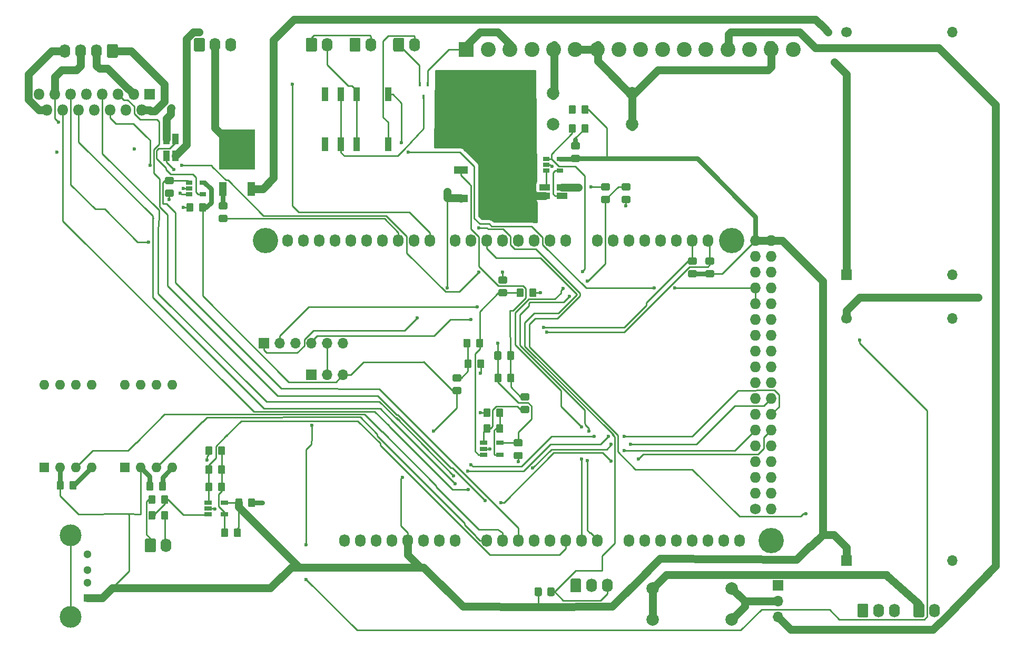
<source format=gbr>
G04 #@! TF.GenerationSoftware,KiCad,Pcbnew,(5.1.5)-3*
G04 #@! TF.CreationDate,2020-04-11T23:56:02-04:00*
G04 #@! TF.ProjectId,ventilator_shield,76656e74-696c-4617-946f-725f73686965,rev?*
G04 #@! TF.SameCoordinates,Original*
G04 #@! TF.FileFunction,Copper,L1,Top*
G04 #@! TF.FilePolarity,Positive*
%FSLAX46Y46*%
G04 Gerber Fmt 4.6, Leading zero omitted, Abs format (unit mm)*
G04 Created by KiCad (PCBNEW (5.1.5)-3) date 2020-04-11 23:56:02*
%MOMM*%
%LPD*%
G04 APERTURE LIST*
%ADD10C,0.100000*%
%ADD11O,1.700000X1.700000*%
%ADD12R,1.700000X1.700000*%
%ADD13C,1.700000*%
%ADD14R,1.060000X0.650000*%
%ADD15O,1.800000X1.800000*%
%ADD16R,1.800000X1.800000*%
%ADD17R,0.450000X0.700000*%
%ADD18R,1.220000X0.650000*%
%ADD19R,1.600000X1.600000*%
%ADD20O,1.600000X1.600000*%
%ADD21R,1.750000X1.100000*%
%ADD22R,1.100000X1.750000*%
%ADD23R,6.400000X5.800001*%
%ADD24R,2.200000X1.200000*%
%ADD25R,5.800000X6.400000*%
%ADD26R,1.200000X2.200000*%
%ADD27R,1.000000X2.200000*%
%ADD28C,2.400000*%
%ADD29R,2.400000X2.400000*%
%ADD30O,1.740000X2.200000*%
%ADD31R,1.300000X1.300000*%
%ADD32C,1.300000*%
%ADD33C,3.500000*%
%ADD34C,2.000000*%
%ADD35C,1.727200*%
%ADD36O,1.727200X1.727200*%
%ADD37O,1.727200X2.032000*%
%ADD38C,4.064000*%
%ADD39C,0.600000*%
%ADD40C,0.250000*%
%ADD41C,0.254000*%
%ADD42C,0.750000*%
%ADD43C,1.270000*%
G04 APERTURE END LIST*
G04 #@! TA.AperFunction,SMDPad,CuDef*
D10*
G36*
X82356505Y-117156124D02*
G01*
X82380773Y-117159724D01*
X82404572Y-117165685D01*
X82427671Y-117173950D01*
X82449850Y-117184440D01*
X82470893Y-117197052D01*
X82490599Y-117211667D01*
X82508777Y-117228143D01*
X82525253Y-117246321D01*
X82539868Y-117266027D01*
X82552480Y-117287070D01*
X82562970Y-117309249D01*
X82571235Y-117332348D01*
X82577196Y-117356147D01*
X82580796Y-117380415D01*
X82582000Y-117404919D01*
X82582000Y-118304921D01*
X82580796Y-118329425D01*
X82577196Y-118353693D01*
X82571235Y-118377492D01*
X82562970Y-118400591D01*
X82552480Y-118422770D01*
X82539868Y-118443813D01*
X82525253Y-118463519D01*
X82508777Y-118481697D01*
X82490599Y-118498173D01*
X82470893Y-118512788D01*
X82449850Y-118525400D01*
X82427671Y-118535890D01*
X82404572Y-118544155D01*
X82380773Y-118550116D01*
X82356505Y-118553716D01*
X82332001Y-118554920D01*
X81681999Y-118554920D01*
X81657495Y-118553716D01*
X81633227Y-118550116D01*
X81609428Y-118544155D01*
X81586329Y-118535890D01*
X81564150Y-118525400D01*
X81543107Y-118512788D01*
X81523401Y-118498173D01*
X81505223Y-118481697D01*
X81488747Y-118463519D01*
X81474132Y-118443813D01*
X81461520Y-118422770D01*
X81451030Y-118400591D01*
X81442765Y-118377492D01*
X81436804Y-118353693D01*
X81433204Y-118329425D01*
X81432000Y-118304921D01*
X81432000Y-117404919D01*
X81433204Y-117380415D01*
X81436804Y-117356147D01*
X81442765Y-117332348D01*
X81451030Y-117309249D01*
X81461520Y-117287070D01*
X81474132Y-117266027D01*
X81488747Y-117246321D01*
X81505223Y-117228143D01*
X81523401Y-117211667D01*
X81543107Y-117197052D01*
X81564150Y-117184440D01*
X81586329Y-117173950D01*
X81609428Y-117165685D01*
X81633227Y-117159724D01*
X81657495Y-117156124D01*
X81681999Y-117154920D01*
X82332001Y-117154920D01*
X82356505Y-117156124D01*
G37*
G04 #@! TD.AperFunction*
G04 #@! TA.AperFunction,SMDPad,CuDef*
G36*
X84406505Y-117156124D02*
G01*
X84430773Y-117159724D01*
X84454572Y-117165685D01*
X84477671Y-117173950D01*
X84499850Y-117184440D01*
X84520893Y-117197052D01*
X84540599Y-117211667D01*
X84558777Y-117228143D01*
X84575253Y-117246321D01*
X84589868Y-117266027D01*
X84602480Y-117287070D01*
X84612970Y-117309249D01*
X84621235Y-117332348D01*
X84627196Y-117356147D01*
X84630796Y-117380415D01*
X84632000Y-117404919D01*
X84632000Y-118304921D01*
X84630796Y-118329425D01*
X84627196Y-118353693D01*
X84621235Y-118377492D01*
X84612970Y-118400591D01*
X84602480Y-118422770D01*
X84589868Y-118443813D01*
X84575253Y-118463519D01*
X84558777Y-118481697D01*
X84540599Y-118498173D01*
X84520893Y-118512788D01*
X84499850Y-118525400D01*
X84477671Y-118535890D01*
X84454572Y-118544155D01*
X84430773Y-118550116D01*
X84406505Y-118553716D01*
X84382001Y-118554920D01*
X83731999Y-118554920D01*
X83707495Y-118553716D01*
X83683227Y-118550116D01*
X83659428Y-118544155D01*
X83636329Y-118535890D01*
X83614150Y-118525400D01*
X83593107Y-118512788D01*
X83573401Y-118498173D01*
X83555223Y-118481697D01*
X83538747Y-118463519D01*
X83524132Y-118443813D01*
X83511520Y-118422770D01*
X83501030Y-118400591D01*
X83492765Y-118377492D01*
X83486804Y-118353693D01*
X83483204Y-118329425D01*
X83482000Y-118304921D01*
X83482000Y-117404919D01*
X83483204Y-117380415D01*
X83486804Y-117356147D01*
X83492765Y-117332348D01*
X83501030Y-117309249D01*
X83511520Y-117287070D01*
X83524132Y-117266027D01*
X83538747Y-117246321D01*
X83555223Y-117228143D01*
X83573401Y-117211667D01*
X83593107Y-117197052D01*
X83614150Y-117184440D01*
X83636329Y-117173950D01*
X83659428Y-117165685D01*
X83683227Y-117159724D01*
X83707495Y-117156124D01*
X83731999Y-117154920D01*
X84382001Y-117154920D01*
X84406505Y-117156124D01*
G37*
G04 #@! TD.AperFunction*
G04 #@! TA.AperFunction,SMDPad,CuDef*
G36*
X72379505Y-109666124D02*
G01*
X72403773Y-109669724D01*
X72427572Y-109675685D01*
X72450671Y-109683950D01*
X72472850Y-109694440D01*
X72493893Y-109707052D01*
X72513599Y-109721667D01*
X72531777Y-109738143D01*
X72548253Y-109756321D01*
X72562868Y-109776027D01*
X72575480Y-109797070D01*
X72585970Y-109819249D01*
X72594235Y-109842348D01*
X72600196Y-109866147D01*
X72603796Y-109890415D01*
X72605000Y-109914919D01*
X72605000Y-110814921D01*
X72603796Y-110839425D01*
X72600196Y-110863693D01*
X72594235Y-110887492D01*
X72585970Y-110910591D01*
X72575480Y-110932770D01*
X72562868Y-110953813D01*
X72548253Y-110973519D01*
X72531777Y-110991697D01*
X72513599Y-111008173D01*
X72493893Y-111022788D01*
X72472850Y-111035400D01*
X72450671Y-111045890D01*
X72427572Y-111054155D01*
X72403773Y-111060116D01*
X72379505Y-111063716D01*
X72355001Y-111064920D01*
X71704999Y-111064920D01*
X71680495Y-111063716D01*
X71656227Y-111060116D01*
X71632428Y-111054155D01*
X71609329Y-111045890D01*
X71587150Y-111035400D01*
X71566107Y-111022788D01*
X71546401Y-111008173D01*
X71528223Y-110991697D01*
X71511747Y-110973519D01*
X71497132Y-110953813D01*
X71484520Y-110932770D01*
X71474030Y-110910591D01*
X71465765Y-110887492D01*
X71459804Y-110863693D01*
X71456204Y-110839425D01*
X71455000Y-110814921D01*
X71455000Y-109914919D01*
X71456204Y-109890415D01*
X71459804Y-109866147D01*
X71465765Y-109842348D01*
X71474030Y-109819249D01*
X71484520Y-109797070D01*
X71497132Y-109776027D01*
X71511747Y-109756321D01*
X71528223Y-109738143D01*
X71546401Y-109721667D01*
X71566107Y-109707052D01*
X71587150Y-109694440D01*
X71609329Y-109683950D01*
X71632428Y-109675685D01*
X71656227Y-109669724D01*
X71680495Y-109666124D01*
X71704999Y-109664920D01*
X72355001Y-109664920D01*
X72379505Y-109666124D01*
G37*
G04 #@! TD.AperFunction*
G04 #@! TA.AperFunction,SMDPad,CuDef*
G36*
X70329505Y-109666124D02*
G01*
X70353773Y-109669724D01*
X70377572Y-109675685D01*
X70400671Y-109683950D01*
X70422850Y-109694440D01*
X70443893Y-109707052D01*
X70463599Y-109721667D01*
X70481777Y-109738143D01*
X70498253Y-109756321D01*
X70512868Y-109776027D01*
X70525480Y-109797070D01*
X70535970Y-109819249D01*
X70544235Y-109842348D01*
X70550196Y-109866147D01*
X70553796Y-109890415D01*
X70555000Y-109914919D01*
X70555000Y-110814921D01*
X70553796Y-110839425D01*
X70550196Y-110863693D01*
X70544235Y-110887492D01*
X70535970Y-110910591D01*
X70525480Y-110932770D01*
X70512868Y-110953813D01*
X70498253Y-110973519D01*
X70481777Y-110991697D01*
X70463599Y-111008173D01*
X70443893Y-111022788D01*
X70422850Y-111035400D01*
X70400671Y-111045890D01*
X70377572Y-111054155D01*
X70353773Y-111060116D01*
X70329505Y-111063716D01*
X70305001Y-111064920D01*
X69654999Y-111064920D01*
X69630495Y-111063716D01*
X69606227Y-111060116D01*
X69582428Y-111054155D01*
X69559329Y-111045890D01*
X69537150Y-111035400D01*
X69516107Y-111022788D01*
X69496401Y-111008173D01*
X69478223Y-110991697D01*
X69461747Y-110973519D01*
X69447132Y-110953813D01*
X69434520Y-110932770D01*
X69424030Y-110910591D01*
X69415765Y-110887492D01*
X69409804Y-110863693D01*
X69406204Y-110839425D01*
X69405000Y-110814921D01*
X69405000Y-109914919D01*
X69406204Y-109890415D01*
X69409804Y-109866147D01*
X69415765Y-109842348D01*
X69424030Y-109819249D01*
X69434520Y-109797070D01*
X69447132Y-109776027D01*
X69461747Y-109756321D01*
X69478223Y-109738143D01*
X69496401Y-109721667D01*
X69516107Y-109707052D01*
X69537150Y-109694440D01*
X69559329Y-109683950D01*
X69582428Y-109675685D01*
X69606227Y-109669724D01*
X69630495Y-109666124D01*
X69654999Y-109664920D01*
X70305001Y-109664920D01*
X70329505Y-109666124D01*
G37*
G04 #@! TD.AperFunction*
G04 #@! TA.AperFunction,SMDPad,CuDef*
G36*
X57990505Y-109536124D02*
G01*
X58014773Y-109539724D01*
X58038572Y-109545685D01*
X58061671Y-109553950D01*
X58083850Y-109564440D01*
X58104893Y-109577052D01*
X58124599Y-109591667D01*
X58142777Y-109608143D01*
X58159253Y-109626321D01*
X58173868Y-109646027D01*
X58186480Y-109667070D01*
X58196970Y-109689249D01*
X58205235Y-109712348D01*
X58211196Y-109736147D01*
X58214796Y-109760415D01*
X58216000Y-109784919D01*
X58216000Y-110684921D01*
X58214796Y-110709425D01*
X58211196Y-110733693D01*
X58205235Y-110757492D01*
X58196970Y-110780591D01*
X58186480Y-110802770D01*
X58173868Y-110823813D01*
X58159253Y-110843519D01*
X58142777Y-110861697D01*
X58124599Y-110878173D01*
X58104893Y-110892788D01*
X58083850Y-110905400D01*
X58061671Y-110915890D01*
X58038572Y-110924155D01*
X58014773Y-110930116D01*
X57990505Y-110933716D01*
X57966001Y-110934920D01*
X57315999Y-110934920D01*
X57291495Y-110933716D01*
X57267227Y-110930116D01*
X57243428Y-110924155D01*
X57220329Y-110915890D01*
X57198150Y-110905400D01*
X57177107Y-110892788D01*
X57157401Y-110878173D01*
X57139223Y-110861697D01*
X57122747Y-110843519D01*
X57108132Y-110823813D01*
X57095520Y-110802770D01*
X57085030Y-110780591D01*
X57076765Y-110757492D01*
X57070804Y-110733693D01*
X57067204Y-110709425D01*
X57066000Y-110684921D01*
X57066000Y-109784919D01*
X57067204Y-109760415D01*
X57070804Y-109736147D01*
X57076765Y-109712348D01*
X57085030Y-109689249D01*
X57095520Y-109667070D01*
X57108132Y-109646027D01*
X57122747Y-109626321D01*
X57139223Y-109608143D01*
X57157401Y-109591667D01*
X57177107Y-109577052D01*
X57198150Y-109564440D01*
X57220329Y-109553950D01*
X57243428Y-109545685D01*
X57267227Y-109539724D01*
X57291495Y-109536124D01*
X57315999Y-109534920D01*
X57966001Y-109534920D01*
X57990505Y-109536124D01*
G37*
G04 #@! TD.AperFunction*
G04 #@! TA.AperFunction,SMDPad,CuDef*
G36*
X55940505Y-109536124D02*
G01*
X55964773Y-109539724D01*
X55988572Y-109545685D01*
X56011671Y-109553950D01*
X56033850Y-109564440D01*
X56054893Y-109577052D01*
X56074599Y-109591667D01*
X56092777Y-109608143D01*
X56109253Y-109626321D01*
X56123868Y-109646027D01*
X56136480Y-109667070D01*
X56146970Y-109689249D01*
X56155235Y-109712348D01*
X56161196Y-109736147D01*
X56164796Y-109760415D01*
X56166000Y-109784919D01*
X56166000Y-110684921D01*
X56164796Y-110709425D01*
X56161196Y-110733693D01*
X56155235Y-110757492D01*
X56146970Y-110780591D01*
X56136480Y-110802770D01*
X56123868Y-110823813D01*
X56109253Y-110843519D01*
X56092777Y-110861697D01*
X56074599Y-110878173D01*
X56054893Y-110892788D01*
X56033850Y-110905400D01*
X56011671Y-110915890D01*
X55988572Y-110924155D01*
X55964773Y-110930116D01*
X55940505Y-110933716D01*
X55916001Y-110934920D01*
X55265999Y-110934920D01*
X55241495Y-110933716D01*
X55217227Y-110930116D01*
X55193428Y-110924155D01*
X55170329Y-110915890D01*
X55148150Y-110905400D01*
X55127107Y-110892788D01*
X55107401Y-110878173D01*
X55089223Y-110861697D01*
X55072747Y-110843519D01*
X55058132Y-110823813D01*
X55045520Y-110802770D01*
X55035030Y-110780591D01*
X55026765Y-110757492D01*
X55020804Y-110733693D01*
X55017204Y-110709425D01*
X55016000Y-110684921D01*
X55016000Y-109784919D01*
X55017204Y-109760415D01*
X55020804Y-109736147D01*
X55026765Y-109712348D01*
X55035030Y-109689249D01*
X55045520Y-109667070D01*
X55058132Y-109646027D01*
X55072747Y-109626321D01*
X55089223Y-109608143D01*
X55107401Y-109591667D01*
X55127107Y-109577052D01*
X55148150Y-109564440D01*
X55170329Y-109553950D01*
X55193428Y-109545685D01*
X55217227Y-109539724D01*
X55241495Y-109536124D01*
X55265999Y-109534920D01*
X55916001Y-109534920D01*
X55940505Y-109536124D01*
G37*
G04 #@! TD.AperFunction*
D11*
X198980000Y-83364920D03*
X198980000Y-122364920D03*
D12*
X181980000Y-122364920D03*
D13*
X181980000Y-83364920D03*
D11*
X198980000Y-37364920D03*
X198980000Y-76364920D03*
D12*
X181980000Y-76364920D03*
D13*
X181980000Y-37364920D03*
D14*
X78544000Y-61532920D03*
X78544000Y-63432920D03*
X76344000Y-63432920D03*
X76344000Y-62482920D03*
X76344000Y-61532920D03*
D15*
X52200000Y-47364920D03*
X53470000Y-49904920D03*
X54740000Y-47364920D03*
X56010000Y-49904920D03*
X57280000Y-47364920D03*
X58550000Y-49904920D03*
X59820000Y-47364920D03*
X61090000Y-49904920D03*
X62360000Y-47364920D03*
X63630000Y-49904920D03*
X64900000Y-47364920D03*
X66170000Y-49904920D03*
X67440000Y-47364920D03*
X68710000Y-49904920D03*
D16*
X69980000Y-47364920D03*
G04 #@! TA.AperFunction,SMDPad,CuDef*
D10*
G36*
X138236505Y-49084124D02*
G01*
X138260773Y-49087724D01*
X138284572Y-49093685D01*
X138307671Y-49101950D01*
X138329850Y-49112440D01*
X138350893Y-49125052D01*
X138370599Y-49139667D01*
X138388777Y-49156143D01*
X138405253Y-49174321D01*
X138419868Y-49194027D01*
X138432480Y-49215070D01*
X138442970Y-49237249D01*
X138451235Y-49260348D01*
X138457196Y-49284147D01*
X138460796Y-49308415D01*
X138462000Y-49332919D01*
X138462000Y-50232921D01*
X138460796Y-50257425D01*
X138457196Y-50281693D01*
X138451235Y-50305492D01*
X138442970Y-50328591D01*
X138432480Y-50350770D01*
X138419868Y-50371813D01*
X138405253Y-50391519D01*
X138388777Y-50409697D01*
X138370599Y-50426173D01*
X138350893Y-50440788D01*
X138329850Y-50453400D01*
X138307671Y-50463890D01*
X138284572Y-50472155D01*
X138260773Y-50478116D01*
X138236505Y-50481716D01*
X138212001Y-50482920D01*
X137561999Y-50482920D01*
X137537495Y-50481716D01*
X137513227Y-50478116D01*
X137489428Y-50472155D01*
X137466329Y-50463890D01*
X137444150Y-50453400D01*
X137423107Y-50440788D01*
X137403401Y-50426173D01*
X137385223Y-50409697D01*
X137368747Y-50391519D01*
X137354132Y-50371813D01*
X137341520Y-50350770D01*
X137331030Y-50328591D01*
X137322765Y-50305492D01*
X137316804Y-50281693D01*
X137313204Y-50257425D01*
X137312000Y-50232921D01*
X137312000Y-49332919D01*
X137313204Y-49308415D01*
X137316804Y-49284147D01*
X137322765Y-49260348D01*
X137331030Y-49237249D01*
X137341520Y-49215070D01*
X137354132Y-49194027D01*
X137368747Y-49174321D01*
X137385223Y-49156143D01*
X137403401Y-49139667D01*
X137423107Y-49125052D01*
X137444150Y-49112440D01*
X137466329Y-49101950D01*
X137489428Y-49093685D01*
X137513227Y-49087724D01*
X137537495Y-49084124D01*
X137561999Y-49082920D01*
X138212001Y-49082920D01*
X138236505Y-49084124D01*
G37*
G04 #@! TD.AperFunction*
G04 #@! TA.AperFunction,SMDPad,CuDef*
G36*
X140286505Y-49084124D02*
G01*
X140310773Y-49087724D01*
X140334572Y-49093685D01*
X140357671Y-49101950D01*
X140379850Y-49112440D01*
X140400893Y-49125052D01*
X140420599Y-49139667D01*
X140438777Y-49156143D01*
X140455253Y-49174321D01*
X140469868Y-49194027D01*
X140482480Y-49215070D01*
X140492970Y-49237249D01*
X140501235Y-49260348D01*
X140507196Y-49284147D01*
X140510796Y-49308415D01*
X140512000Y-49332919D01*
X140512000Y-50232921D01*
X140510796Y-50257425D01*
X140507196Y-50281693D01*
X140501235Y-50305492D01*
X140492970Y-50328591D01*
X140482480Y-50350770D01*
X140469868Y-50371813D01*
X140455253Y-50391519D01*
X140438777Y-50409697D01*
X140420599Y-50426173D01*
X140400893Y-50440788D01*
X140379850Y-50453400D01*
X140357671Y-50463890D01*
X140334572Y-50472155D01*
X140310773Y-50478116D01*
X140286505Y-50481716D01*
X140262001Y-50482920D01*
X139611999Y-50482920D01*
X139587495Y-50481716D01*
X139563227Y-50478116D01*
X139539428Y-50472155D01*
X139516329Y-50463890D01*
X139494150Y-50453400D01*
X139473107Y-50440788D01*
X139453401Y-50426173D01*
X139435223Y-50409697D01*
X139418747Y-50391519D01*
X139404132Y-50371813D01*
X139391520Y-50350770D01*
X139381030Y-50328591D01*
X139372765Y-50305492D01*
X139366804Y-50281693D01*
X139363204Y-50257425D01*
X139362000Y-50232921D01*
X139362000Y-49332919D01*
X139363204Y-49308415D01*
X139366804Y-49284147D01*
X139372765Y-49260348D01*
X139381030Y-49237249D01*
X139391520Y-49215070D01*
X139404132Y-49194027D01*
X139418747Y-49174321D01*
X139435223Y-49156143D01*
X139453401Y-49139667D01*
X139473107Y-49125052D01*
X139494150Y-49112440D01*
X139516329Y-49101950D01*
X139539428Y-49093685D01*
X139563227Y-49087724D01*
X139587495Y-49084124D01*
X139611999Y-49082920D01*
X140262001Y-49082920D01*
X140286505Y-49084124D01*
G37*
G04 #@! TD.AperFunction*
D17*
X114020000Y-47734920D03*
X113370000Y-45734920D03*
X114670000Y-45734920D03*
D18*
X126290000Y-103414920D03*
X126290000Y-105314920D03*
X123670000Y-105314920D03*
X123670000Y-104364920D03*
X123670000Y-103414920D03*
D14*
X135948000Y-57722920D03*
X135948000Y-59622920D03*
X133748000Y-59622920D03*
X133748000Y-58672920D03*
X133748000Y-57722920D03*
D18*
X81960000Y-113028920D03*
X81960000Y-114928920D03*
X79340000Y-114928920D03*
X79340000Y-113978920D03*
X79340000Y-113028920D03*
D19*
X52980000Y-107364920D03*
D20*
X60600000Y-94064920D03*
X55520000Y-107364920D03*
X58060000Y-94064920D03*
X58060000Y-107364920D03*
X55520000Y-94064920D03*
X60600000Y-107364920D03*
X52980000Y-94064920D03*
D19*
X65980000Y-107364920D03*
D20*
X73600000Y-94064920D03*
X68520000Y-107364920D03*
X71060000Y-94064920D03*
X71060000Y-107364920D03*
X68520000Y-94064920D03*
X73600000Y-107364920D03*
X65980000Y-94064920D03*
G04 #@! TA.AperFunction,SMDPad,CuDef*
D10*
G36*
X130750505Y-95428124D02*
G01*
X130774773Y-95431724D01*
X130798572Y-95437685D01*
X130821671Y-95445950D01*
X130843850Y-95456440D01*
X130864893Y-95469052D01*
X130884599Y-95483667D01*
X130902777Y-95500143D01*
X130919253Y-95518321D01*
X130933868Y-95538027D01*
X130946480Y-95559070D01*
X130956970Y-95581249D01*
X130965235Y-95604348D01*
X130971196Y-95628147D01*
X130974796Y-95652415D01*
X130976000Y-95676919D01*
X130976000Y-96326921D01*
X130974796Y-96351425D01*
X130971196Y-96375693D01*
X130965235Y-96399492D01*
X130956970Y-96422591D01*
X130946480Y-96444770D01*
X130933868Y-96465813D01*
X130919253Y-96485519D01*
X130902777Y-96503697D01*
X130884599Y-96520173D01*
X130864893Y-96534788D01*
X130843850Y-96547400D01*
X130821671Y-96557890D01*
X130798572Y-96566155D01*
X130774773Y-96572116D01*
X130750505Y-96575716D01*
X130726001Y-96576920D01*
X129825999Y-96576920D01*
X129801495Y-96575716D01*
X129777227Y-96572116D01*
X129753428Y-96566155D01*
X129730329Y-96557890D01*
X129708150Y-96547400D01*
X129687107Y-96534788D01*
X129667401Y-96520173D01*
X129649223Y-96503697D01*
X129632747Y-96485519D01*
X129618132Y-96465813D01*
X129605520Y-96444770D01*
X129595030Y-96422591D01*
X129586765Y-96399492D01*
X129580804Y-96375693D01*
X129577204Y-96351425D01*
X129576000Y-96326921D01*
X129576000Y-95676919D01*
X129577204Y-95652415D01*
X129580804Y-95628147D01*
X129586765Y-95604348D01*
X129595030Y-95581249D01*
X129605520Y-95559070D01*
X129618132Y-95538027D01*
X129632747Y-95518321D01*
X129649223Y-95500143D01*
X129667401Y-95483667D01*
X129687107Y-95469052D01*
X129708150Y-95456440D01*
X129730329Y-95445950D01*
X129753428Y-95437685D01*
X129777227Y-95431724D01*
X129801495Y-95428124D01*
X129825999Y-95426920D01*
X130726001Y-95426920D01*
X130750505Y-95428124D01*
G37*
G04 #@! TD.AperFunction*
G04 #@! TA.AperFunction,SMDPad,CuDef*
G36*
X130750505Y-97478124D02*
G01*
X130774773Y-97481724D01*
X130798572Y-97487685D01*
X130821671Y-97495950D01*
X130843850Y-97506440D01*
X130864893Y-97519052D01*
X130884599Y-97533667D01*
X130902777Y-97550143D01*
X130919253Y-97568321D01*
X130933868Y-97588027D01*
X130946480Y-97609070D01*
X130956970Y-97631249D01*
X130965235Y-97654348D01*
X130971196Y-97678147D01*
X130974796Y-97702415D01*
X130976000Y-97726919D01*
X130976000Y-98376921D01*
X130974796Y-98401425D01*
X130971196Y-98425693D01*
X130965235Y-98449492D01*
X130956970Y-98472591D01*
X130946480Y-98494770D01*
X130933868Y-98515813D01*
X130919253Y-98535519D01*
X130902777Y-98553697D01*
X130884599Y-98570173D01*
X130864893Y-98584788D01*
X130843850Y-98597400D01*
X130821671Y-98607890D01*
X130798572Y-98616155D01*
X130774773Y-98622116D01*
X130750505Y-98625716D01*
X130726001Y-98626920D01*
X129825999Y-98626920D01*
X129801495Y-98625716D01*
X129777227Y-98622116D01*
X129753428Y-98616155D01*
X129730329Y-98607890D01*
X129708150Y-98597400D01*
X129687107Y-98584788D01*
X129667401Y-98570173D01*
X129649223Y-98553697D01*
X129632747Y-98535519D01*
X129618132Y-98515813D01*
X129605520Y-98494770D01*
X129595030Y-98472591D01*
X129586765Y-98449492D01*
X129580804Y-98425693D01*
X129577204Y-98401425D01*
X129576000Y-98376921D01*
X129576000Y-97726919D01*
X129577204Y-97702415D01*
X129580804Y-97678147D01*
X129586765Y-97654348D01*
X129595030Y-97631249D01*
X129605520Y-97609070D01*
X129618132Y-97588027D01*
X129632747Y-97568321D01*
X129649223Y-97550143D01*
X129667401Y-97533667D01*
X129687107Y-97519052D01*
X129708150Y-97506440D01*
X129730329Y-97495950D01*
X129753428Y-97487685D01*
X129777227Y-97481724D01*
X129801495Y-97478124D01*
X129825999Y-97476920D01*
X130726001Y-97476920D01*
X130750505Y-97478124D01*
G37*
G04 #@! TD.AperFunction*
G04 #@! TA.AperFunction,SMDPad,CuDef*
G36*
X128348505Y-92264124D02*
G01*
X128372773Y-92267724D01*
X128396572Y-92273685D01*
X128419671Y-92281950D01*
X128441850Y-92292440D01*
X128462893Y-92305052D01*
X128482599Y-92319667D01*
X128500777Y-92336143D01*
X128517253Y-92354321D01*
X128531868Y-92374027D01*
X128544480Y-92395070D01*
X128554970Y-92417249D01*
X128563235Y-92440348D01*
X128569196Y-92464147D01*
X128572796Y-92488415D01*
X128574000Y-92512919D01*
X128574000Y-93412921D01*
X128572796Y-93437425D01*
X128569196Y-93461693D01*
X128563235Y-93485492D01*
X128554970Y-93508591D01*
X128544480Y-93530770D01*
X128531868Y-93551813D01*
X128517253Y-93571519D01*
X128500777Y-93589697D01*
X128482599Y-93606173D01*
X128462893Y-93620788D01*
X128441850Y-93633400D01*
X128419671Y-93643890D01*
X128396572Y-93652155D01*
X128372773Y-93658116D01*
X128348505Y-93661716D01*
X128324001Y-93662920D01*
X127673999Y-93662920D01*
X127649495Y-93661716D01*
X127625227Y-93658116D01*
X127601428Y-93652155D01*
X127578329Y-93643890D01*
X127556150Y-93633400D01*
X127535107Y-93620788D01*
X127515401Y-93606173D01*
X127497223Y-93589697D01*
X127480747Y-93571519D01*
X127466132Y-93551813D01*
X127453520Y-93530770D01*
X127443030Y-93508591D01*
X127434765Y-93485492D01*
X127428804Y-93461693D01*
X127425204Y-93437425D01*
X127424000Y-93412921D01*
X127424000Y-92512919D01*
X127425204Y-92488415D01*
X127428804Y-92464147D01*
X127434765Y-92440348D01*
X127443030Y-92417249D01*
X127453520Y-92395070D01*
X127466132Y-92374027D01*
X127480747Y-92354321D01*
X127497223Y-92336143D01*
X127515401Y-92319667D01*
X127535107Y-92305052D01*
X127556150Y-92292440D01*
X127578329Y-92281950D01*
X127601428Y-92273685D01*
X127625227Y-92267724D01*
X127649495Y-92264124D01*
X127673999Y-92262920D01*
X128324001Y-92262920D01*
X128348505Y-92264124D01*
G37*
G04 #@! TD.AperFunction*
G04 #@! TA.AperFunction,SMDPad,CuDef*
G36*
X126298505Y-92264124D02*
G01*
X126322773Y-92267724D01*
X126346572Y-92273685D01*
X126369671Y-92281950D01*
X126391850Y-92292440D01*
X126412893Y-92305052D01*
X126432599Y-92319667D01*
X126450777Y-92336143D01*
X126467253Y-92354321D01*
X126481868Y-92374027D01*
X126494480Y-92395070D01*
X126504970Y-92417249D01*
X126513235Y-92440348D01*
X126519196Y-92464147D01*
X126522796Y-92488415D01*
X126524000Y-92512919D01*
X126524000Y-93412921D01*
X126522796Y-93437425D01*
X126519196Y-93461693D01*
X126513235Y-93485492D01*
X126504970Y-93508591D01*
X126494480Y-93530770D01*
X126481868Y-93551813D01*
X126467253Y-93571519D01*
X126450777Y-93589697D01*
X126432599Y-93606173D01*
X126412893Y-93620788D01*
X126391850Y-93633400D01*
X126369671Y-93643890D01*
X126346572Y-93652155D01*
X126322773Y-93658116D01*
X126298505Y-93661716D01*
X126274001Y-93662920D01*
X125623999Y-93662920D01*
X125599495Y-93661716D01*
X125575227Y-93658116D01*
X125551428Y-93652155D01*
X125528329Y-93643890D01*
X125506150Y-93633400D01*
X125485107Y-93620788D01*
X125465401Y-93606173D01*
X125447223Y-93589697D01*
X125430747Y-93571519D01*
X125416132Y-93551813D01*
X125403520Y-93530770D01*
X125393030Y-93508591D01*
X125384765Y-93485492D01*
X125378804Y-93461693D01*
X125375204Y-93437425D01*
X125374000Y-93412921D01*
X125374000Y-92512919D01*
X125375204Y-92488415D01*
X125378804Y-92464147D01*
X125384765Y-92440348D01*
X125393030Y-92417249D01*
X125403520Y-92395070D01*
X125416132Y-92374027D01*
X125430747Y-92354321D01*
X125447223Y-92336143D01*
X125465401Y-92319667D01*
X125485107Y-92305052D01*
X125506150Y-92292440D01*
X125528329Y-92281950D01*
X125551428Y-92273685D01*
X125575227Y-92267724D01*
X125599495Y-92264124D01*
X125623999Y-92262920D01*
X126274001Y-92262920D01*
X126298505Y-92264124D01*
G37*
G04 #@! TD.AperFunction*
G04 #@! TA.AperFunction,SMDPad,CuDef*
G36*
X126570505Y-100392124D02*
G01*
X126594773Y-100395724D01*
X126618572Y-100401685D01*
X126641671Y-100409950D01*
X126663850Y-100420440D01*
X126684893Y-100433052D01*
X126704599Y-100447667D01*
X126722777Y-100464143D01*
X126739253Y-100482321D01*
X126753868Y-100502027D01*
X126766480Y-100523070D01*
X126776970Y-100545249D01*
X126785235Y-100568348D01*
X126791196Y-100592147D01*
X126794796Y-100616415D01*
X126796000Y-100640919D01*
X126796000Y-101540921D01*
X126794796Y-101565425D01*
X126791196Y-101589693D01*
X126785235Y-101613492D01*
X126776970Y-101636591D01*
X126766480Y-101658770D01*
X126753868Y-101679813D01*
X126739253Y-101699519D01*
X126722777Y-101717697D01*
X126704599Y-101734173D01*
X126684893Y-101748788D01*
X126663850Y-101761400D01*
X126641671Y-101771890D01*
X126618572Y-101780155D01*
X126594773Y-101786116D01*
X126570505Y-101789716D01*
X126546001Y-101790920D01*
X125895999Y-101790920D01*
X125871495Y-101789716D01*
X125847227Y-101786116D01*
X125823428Y-101780155D01*
X125800329Y-101771890D01*
X125778150Y-101761400D01*
X125757107Y-101748788D01*
X125737401Y-101734173D01*
X125719223Y-101717697D01*
X125702747Y-101699519D01*
X125688132Y-101679813D01*
X125675520Y-101658770D01*
X125665030Y-101636591D01*
X125656765Y-101613492D01*
X125650804Y-101589693D01*
X125647204Y-101565425D01*
X125646000Y-101540921D01*
X125646000Y-100640919D01*
X125647204Y-100616415D01*
X125650804Y-100592147D01*
X125656765Y-100568348D01*
X125665030Y-100545249D01*
X125675520Y-100523070D01*
X125688132Y-100502027D01*
X125702747Y-100482321D01*
X125719223Y-100464143D01*
X125737401Y-100447667D01*
X125757107Y-100433052D01*
X125778150Y-100420440D01*
X125800329Y-100409950D01*
X125823428Y-100401685D01*
X125847227Y-100395724D01*
X125871495Y-100392124D01*
X125895999Y-100390920D01*
X126546001Y-100390920D01*
X126570505Y-100392124D01*
G37*
G04 #@! TD.AperFunction*
G04 #@! TA.AperFunction,SMDPad,CuDef*
G36*
X124520505Y-100392124D02*
G01*
X124544773Y-100395724D01*
X124568572Y-100401685D01*
X124591671Y-100409950D01*
X124613850Y-100420440D01*
X124634893Y-100433052D01*
X124654599Y-100447667D01*
X124672777Y-100464143D01*
X124689253Y-100482321D01*
X124703868Y-100502027D01*
X124716480Y-100523070D01*
X124726970Y-100545249D01*
X124735235Y-100568348D01*
X124741196Y-100592147D01*
X124744796Y-100616415D01*
X124746000Y-100640919D01*
X124746000Y-101540921D01*
X124744796Y-101565425D01*
X124741196Y-101589693D01*
X124735235Y-101613492D01*
X124726970Y-101636591D01*
X124716480Y-101658770D01*
X124703868Y-101679813D01*
X124689253Y-101699519D01*
X124672777Y-101717697D01*
X124654599Y-101734173D01*
X124634893Y-101748788D01*
X124613850Y-101761400D01*
X124591671Y-101771890D01*
X124568572Y-101780155D01*
X124544773Y-101786116D01*
X124520505Y-101789716D01*
X124496001Y-101790920D01*
X123845999Y-101790920D01*
X123821495Y-101789716D01*
X123797227Y-101786116D01*
X123773428Y-101780155D01*
X123750329Y-101771890D01*
X123728150Y-101761400D01*
X123707107Y-101748788D01*
X123687401Y-101734173D01*
X123669223Y-101717697D01*
X123652747Y-101699519D01*
X123638132Y-101679813D01*
X123625520Y-101658770D01*
X123615030Y-101636591D01*
X123606765Y-101613492D01*
X123600804Y-101589693D01*
X123597204Y-101565425D01*
X123596000Y-101540921D01*
X123596000Y-100640919D01*
X123597204Y-100616415D01*
X123600804Y-100592147D01*
X123606765Y-100568348D01*
X123615030Y-100545249D01*
X123625520Y-100523070D01*
X123638132Y-100502027D01*
X123652747Y-100482321D01*
X123669223Y-100464143D01*
X123687401Y-100447667D01*
X123707107Y-100433052D01*
X123728150Y-100420440D01*
X123750329Y-100409950D01*
X123773428Y-100401685D01*
X123797227Y-100395724D01*
X123821495Y-100392124D01*
X123845999Y-100390920D01*
X124496001Y-100390920D01*
X124520505Y-100392124D01*
G37*
G04 #@! TD.AperFunction*
G04 #@! TA.AperFunction,SMDPad,CuDef*
G36*
X124520505Y-97852124D02*
G01*
X124544773Y-97855724D01*
X124568572Y-97861685D01*
X124591671Y-97869950D01*
X124613850Y-97880440D01*
X124634893Y-97893052D01*
X124654599Y-97907667D01*
X124672777Y-97924143D01*
X124689253Y-97942321D01*
X124703868Y-97962027D01*
X124716480Y-97983070D01*
X124726970Y-98005249D01*
X124735235Y-98028348D01*
X124741196Y-98052147D01*
X124744796Y-98076415D01*
X124746000Y-98100919D01*
X124746000Y-99000921D01*
X124744796Y-99025425D01*
X124741196Y-99049693D01*
X124735235Y-99073492D01*
X124726970Y-99096591D01*
X124716480Y-99118770D01*
X124703868Y-99139813D01*
X124689253Y-99159519D01*
X124672777Y-99177697D01*
X124654599Y-99194173D01*
X124634893Y-99208788D01*
X124613850Y-99221400D01*
X124591671Y-99231890D01*
X124568572Y-99240155D01*
X124544773Y-99246116D01*
X124520505Y-99249716D01*
X124496001Y-99250920D01*
X123845999Y-99250920D01*
X123821495Y-99249716D01*
X123797227Y-99246116D01*
X123773428Y-99240155D01*
X123750329Y-99231890D01*
X123728150Y-99221400D01*
X123707107Y-99208788D01*
X123687401Y-99194173D01*
X123669223Y-99177697D01*
X123652747Y-99159519D01*
X123638132Y-99139813D01*
X123625520Y-99118770D01*
X123615030Y-99096591D01*
X123606765Y-99073492D01*
X123600804Y-99049693D01*
X123597204Y-99025425D01*
X123596000Y-99000921D01*
X123596000Y-98100919D01*
X123597204Y-98076415D01*
X123600804Y-98052147D01*
X123606765Y-98028348D01*
X123615030Y-98005249D01*
X123625520Y-97983070D01*
X123638132Y-97962027D01*
X123652747Y-97942321D01*
X123669223Y-97924143D01*
X123687401Y-97907667D01*
X123707107Y-97893052D01*
X123728150Y-97880440D01*
X123750329Y-97869950D01*
X123773428Y-97861685D01*
X123797227Y-97855724D01*
X123821495Y-97852124D01*
X123845999Y-97850920D01*
X124496001Y-97850920D01*
X124520505Y-97852124D01*
G37*
G04 #@! TD.AperFunction*
G04 #@! TA.AperFunction,SMDPad,CuDef*
G36*
X126570505Y-97852124D02*
G01*
X126594773Y-97855724D01*
X126618572Y-97861685D01*
X126641671Y-97869950D01*
X126663850Y-97880440D01*
X126684893Y-97893052D01*
X126704599Y-97907667D01*
X126722777Y-97924143D01*
X126739253Y-97942321D01*
X126753868Y-97962027D01*
X126766480Y-97983070D01*
X126776970Y-98005249D01*
X126785235Y-98028348D01*
X126791196Y-98052147D01*
X126794796Y-98076415D01*
X126796000Y-98100919D01*
X126796000Y-99000921D01*
X126794796Y-99025425D01*
X126791196Y-99049693D01*
X126785235Y-99073492D01*
X126776970Y-99096591D01*
X126766480Y-99118770D01*
X126753868Y-99139813D01*
X126739253Y-99159519D01*
X126722777Y-99177697D01*
X126704599Y-99194173D01*
X126684893Y-99208788D01*
X126663850Y-99221400D01*
X126641671Y-99231890D01*
X126618572Y-99240155D01*
X126594773Y-99246116D01*
X126570505Y-99249716D01*
X126546001Y-99250920D01*
X125895999Y-99250920D01*
X125871495Y-99249716D01*
X125847227Y-99246116D01*
X125823428Y-99240155D01*
X125800329Y-99231890D01*
X125778150Y-99221400D01*
X125757107Y-99208788D01*
X125737401Y-99194173D01*
X125719223Y-99177697D01*
X125702747Y-99159519D01*
X125688132Y-99139813D01*
X125675520Y-99118770D01*
X125665030Y-99096591D01*
X125656765Y-99073492D01*
X125650804Y-99049693D01*
X125647204Y-99025425D01*
X125646000Y-99000921D01*
X125646000Y-98100919D01*
X125647204Y-98076415D01*
X125650804Y-98052147D01*
X125656765Y-98028348D01*
X125665030Y-98005249D01*
X125675520Y-97983070D01*
X125688132Y-97962027D01*
X125702747Y-97942321D01*
X125719223Y-97924143D01*
X125737401Y-97907667D01*
X125757107Y-97893052D01*
X125778150Y-97880440D01*
X125800329Y-97869950D01*
X125823428Y-97861685D01*
X125847227Y-97855724D01*
X125871495Y-97852124D01*
X125895999Y-97850920D01*
X126546001Y-97850920D01*
X126570505Y-97852124D01*
G37*
G04 #@! TD.AperFunction*
G04 #@! TA.AperFunction,SMDPad,CuDef*
G36*
X119828505Y-94430124D02*
G01*
X119852773Y-94433724D01*
X119876572Y-94439685D01*
X119899671Y-94447950D01*
X119921850Y-94458440D01*
X119942893Y-94471052D01*
X119962599Y-94485667D01*
X119980777Y-94502143D01*
X119997253Y-94520321D01*
X120011868Y-94540027D01*
X120024480Y-94561070D01*
X120034970Y-94583249D01*
X120043235Y-94606348D01*
X120049196Y-94630147D01*
X120052796Y-94654415D01*
X120054000Y-94678919D01*
X120054000Y-95328921D01*
X120052796Y-95353425D01*
X120049196Y-95377693D01*
X120043235Y-95401492D01*
X120034970Y-95424591D01*
X120024480Y-95446770D01*
X120011868Y-95467813D01*
X119997253Y-95487519D01*
X119980777Y-95505697D01*
X119962599Y-95522173D01*
X119942893Y-95536788D01*
X119921850Y-95549400D01*
X119899671Y-95559890D01*
X119876572Y-95568155D01*
X119852773Y-95574116D01*
X119828505Y-95577716D01*
X119804001Y-95578920D01*
X118903999Y-95578920D01*
X118879495Y-95577716D01*
X118855227Y-95574116D01*
X118831428Y-95568155D01*
X118808329Y-95559890D01*
X118786150Y-95549400D01*
X118765107Y-95536788D01*
X118745401Y-95522173D01*
X118727223Y-95505697D01*
X118710747Y-95487519D01*
X118696132Y-95467813D01*
X118683520Y-95446770D01*
X118673030Y-95424591D01*
X118664765Y-95401492D01*
X118658804Y-95377693D01*
X118655204Y-95353425D01*
X118654000Y-95328921D01*
X118654000Y-94678919D01*
X118655204Y-94654415D01*
X118658804Y-94630147D01*
X118664765Y-94606348D01*
X118673030Y-94583249D01*
X118683520Y-94561070D01*
X118696132Y-94540027D01*
X118710747Y-94520321D01*
X118727223Y-94502143D01*
X118745401Y-94485667D01*
X118765107Y-94471052D01*
X118786150Y-94458440D01*
X118808329Y-94447950D01*
X118831428Y-94439685D01*
X118855227Y-94433724D01*
X118879495Y-94430124D01*
X118903999Y-94428920D01*
X119804001Y-94428920D01*
X119828505Y-94430124D01*
G37*
G04 #@! TD.AperFunction*
G04 #@! TA.AperFunction,SMDPad,CuDef*
G36*
X119828505Y-92380124D02*
G01*
X119852773Y-92383724D01*
X119876572Y-92389685D01*
X119899671Y-92397950D01*
X119921850Y-92408440D01*
X119942893Y-92421052D01*
X119962599Y-92435667D01*
X119980777Y-92452143D01*
X119997253Y-92470321D01*
X120011868Y-92490027D01*
X120024480Y-92511070D01*
X120034970Y-92533249D01*
X120043235Y-92556348D01*
X120049196Y-92580147D01*
X120052796Y-92604415D01*
X120054000Y-92628919D01*
X120054000Y-93278921D01*
X120052796Y-93303425D01*
X120049196Y-93327693D01*
X120043235Y-93351492D01*
X120034970Y-93374591D01*
X120024480Y-93396770D01*
X120011868Y-93417813D01*
X119997253Y-93437519D01*
X119980777Y-93455697D01*
X119962599Y-93472173D01*
X119942893Y-93486788D01*
X119921850Y-93499400D01*
X119899671Y-93509890D01*
X119876572Y-93518155D01*
X119852773Y-93524116D01*
X119828505Y-93527716D01*
X119804001Y-93528920D01*
X118903999Y-93528920D01*
X118879495Y-93527716D01*
X118855227Y-93524116D01*
X118831428Y-93518155D01*
X118808329Y-93509890D01*
X118786150Y-93499400D01*
X118765107Y-93486788D01*
X118745401Y-93472173D01*
X118727223Y-93455697D01*
X118710747Y-93437519D01*
X118696132Y-93417813D01*
X118683520Y-93396770D01*
X118673030Y-93374591D01*
X118664765Y-93351492D01*
X118658804Y-93327693D01*
X118655204Y-93303425D01*
X118654000Y-93278921D01*
X118654000Y-92628919D01*
X118655204Y-92604415D01*
X118658804Y-92580147D01*
X118664765Y-92556348D01*
X118673030Y-92533249D01*
X118683520Y-92511070D01*
X118696132Y-92490027D01*
X118710747Y-92470321D01*
X118727223Y-92452143D01*
X118745401Y-92435667D01*
X118765107Y-92421052D01*
X118786150Y-92408440D01*
X118808329Y-92397950D01*
X118831428Y-92389685D01*
X118855227Y-92383724D01*
X118879495Y-92380124D01*
X118903999Y-92378920D01*
X119804001Y-92378920D01*
X119828505Y-92380124D01*
G37*
G04 #@! TD.AperFunction*
G04 #@! TA.AperFunction,SMDPad,CuDef*
G36*
X127194505Y-76632124D02*
G01*
X127218773Y-76635724D01*
X127242572Y-76641685D01*
X127265671Y-76649950D01*
X127287850Y-76660440D01*
X127308893Y-76673052D01*
X127328599Y-76687667D01*
X127346777Y-76704143D01*
X127363253Y-76722321D01*
X127377868Y-76742027D01*
X127390480Y-76763070D01*
X127400970Y-76785249D01*
X127409235Y-76808348D01*
X127415196Y-76832147D01*
X127418796Y-76856415D01*
X127420000Y-76880919D01*
X127420000Y-77530921D01*
X127418796Y-77555425D01*
X127415196Y-77579693D01*
X127409235Y-77603492D01*
X127400970Y-77626591D01*
X127390480Y-77648770D01*
X127377868Y-77669813D01*
X127363253Y-77689519D01*
X127346777Y-77707697D01*
X127328599Y-77724173D01*
X127308893Y-77738788D01*
X127287850Y-77751400D01*
X127265671Y-77761890D01*
X127242572Y-77770155D01*
X127218773Y-77776116D01*
X127194505Y-77779716D01*
X127170001Y-77780920D01*
X126269999Y-77780920D01*
X126245495Y-77779716D01*
X126221227Y-77776116D01*
X126197428Y-77770155D01*
X126174329Y-77761890D01*
X126152150Y-77751400D01*
X126131107Y-77738788D01*
X126111401Y-77724173D01*
X126093223Y-77707697D01*
X126076747Y-77689519D01*
X126062132Y-77669813D01*
X126049520Y-77648770D01*
X126039030Y-77626591D01*
X126030765Y-77603492D01*
X126024804Y-77579693D01*
X126021204Y-77555425D01*
X126020000Y-77530921D01*
X126020000Y-76880919D01*
X126021204Y-76856415D01*
X126024804Y-76832147D01*
X126030765Y-76808348D01*
X126039030Y-76785249D01*
X126049520Y-76763070D01*
X126062132Y-76742027D01*
X126076747Y-76722321D01*
X126093223Y-76704143D01*
X126111401Y-76687667D01*
X126131107Y-76673052D01*
X126152150Y-76660440D01*
X126174329Y-76649950D01*
X126197428Y-76641685D01*
X126221227Y-76635724D01*
X126245495Y-76632124D01*
X126269999Y-76630920D01*
X127170001Y-76630920D01*
X127194505Y-76632124D01*
G37*
G04 #@! TD.AperFunction*
G04 #@! TA.AperFunction,SMDPad,CuDef*
G36*
X127194505Y-78682124D02*
G01*
X127218773Y-78685724D01*
X127242572Y-78691685D01*
X127265671Y-78699950D01*
X127287850Y-78710440D01*
X127308893Y-78723052D01*
X127328599Y-78737667D01*
X127346777Y-78754143D01*
X127363253Y-78772321D01*
X127377868Y-78792027D01*
X127390480Y-78813070D01*
X127400970Y-78835249D01*
X127409235Y-78858348D01*
X127415196Y-78882147D01*
X127418796Y-78906415D01*
X127420000Y-78930919D01*
X127420000Y-79580921D01*
X127418796Y-79605425D01*
X127415196Y-79629693D01*
X127409235Y-79653492D01*
X127400970Y-79676591D01*
X127390480Y-79698770D01*
X127377868Y-79719813D01*
X127363253Y-79739519D01*
X127346777Y-79757697D01*
X127328599Y-79774173D01*
X127308893Y-79788788D01*
X127287850Y-79801400D01*
X127265671Y-79811890D01*
X127242572Y-79820155D01*
X127218773Y-79826116D01*
X127194505Y-79829716D01*
X127170001Y-79830920D01*
X126269999Y-79830920D01*
X126245495Y-79829716D01*
X126221227Y-79826116D01*
X126197428Y-79820155D01*
X126174329Y-79811890D01*
X126152150Y-79801400D01*
X126131107Y-79788788D01*
X126111401Y-79774173D01*
X126093223Y-79757697D01*
X126076747Y-79739519D01*
X126062132Y-79719813D01*
X126049520Y-79698770D01*
X126039030Y-79676591D01*
X126030765Y-79653492D01*
X126024804Y-79629693D01*
X126021204Y-79605425D01*
X126020000Y-79580921D01*
X126020000Y-78930919D01*
X126021204Y-78906415D01*
X126024804Y-78882147D01*
X126030765Y-78858348D01*
X126039030Y-78835249D01*
X126049520Y-78813070D01*
X126062132Y-78792027D01*
X126076747Y-78772321D01*
X126093223Y-78754143D01*
X126111401Y-78737667D01*
X126131107Y-78723052D01*
X126152150Y-78710440D01*
X126174329Y-78699950D01*
X126197428Y-78691685D01*
X126221227Y-78685724D01*
X126245495Y-78682124D01*
X126269999Y-78680920D01*
X127170001Y-78680920D01*
X127194505Y-78682124D01*
G37*
G04 #@! TD.AperFunction*
G04 #@! TA.AperFunction,SMDPad,CuDef*
G36*
X140286505Y-52132124D02*
G01*
X140310773Y-52135724D01*
X140334572Y-52141685D01*
X140357671Y-52149950D01*
X140379850Y-52160440D01*
X140400893Y-52173052D01*
X140420599Y-52187667D01*
X140438777Y-52204143D01*
X140455253Y-52222321D01*
X140469868Y-52242027D01*
X140482480Y-52263070D01*
X140492970Y-52285249D01*
X140501235Y-52308348D01*
X140507196Y-52332147D01*
X140510796Y-52356415D01*
X140512000Y-52380919D01*
X140512000Y-53280921D01*
X140510796Y-53305425D01*
X140507196Y-53329693D01*
X140501235Y-53353492D01*
X140492970Y-53376591D01*
X140482480Y-53398770D01*
X140469868Y-53419813D01*
X140455253Y-53439519D01*
X140438777Y-53457697D01*
X140420599Y-53474173D01*
X140400893Y-53488788D01*
X140379850Y-53501400D01*
X140357671Y-53511890D01*
X140334572Y-53520155D01*
X140310773Y-53526116D01*
X140286505Y-53529716D01*
X140262001Y-53530920D01*
X139611999Y-53530920D01*
X139587495Y-53529716D01*
X139563227Y-53526116D01*
X139539428Y-53520155D01*
X139516329Y-53511890D01*
X139494150Y-53501400D01*
X139473107Y-53488788D01*
X139453401Y-53474173D01*
X139435223Y-53457697D01*
X139418747Y-53439519D01*
X139404132Y-53419813D01*
X139391520Y-53398770D01*
X139381030Y-53376591D01*
X139372765Y-53353492D01*
X139366804Y-53329693D01*
X139363204Y-53305425D01*
X139362000Y-53280921D01*
X139362000Y-52380919D01*
X139363204Y-52356415D01*
X139366804Y-52332147D01*
X139372765Y-52308348D01*
X139381030Y-52285249D01*
X139391520Y-52263070D01*
X139404132Y-52242027D01*
X139418747Y-52222321D01*
X139435223Y-52204143D01*
X139453401Y-52187667D01*
X139473107Y-52173052D01*
X139494150Y-52160440D01*
X139516329Y-52149950D01*
X139539428Y-52141685D01*
X139563227Y-52135724D01*
X139587495Y-52132124D01*
X139611999Y-52130920D01*
X140262001Y-52130920D01*
X140286505Y-52132124D01*
G37*
G04 #@! TD.AperFunction*
G04 #@! TA.AperFunction,SMDPad,CuDef*
G36*
X138236505Y-52132124D02*
G01*
X138260773Y-52135724D01*
X138284572Y-52141685D01*
X138307671Y-52149950D01*
X138329850Y-52160440D01*
X138350893Y-52173052D01*
X138370599Y-52187667D01*
X138388777Y-52204143D01*
X138405253Y-52222321D01*
X138419868Y-52242027D01*
X138432480Y-52263070D01*
X138442970Y-52285249D01*
X138451235Y-52308348D01*
X138457196Y-52332147D01*
X138460796Y-52356415D01*
X138462000Y-52380919D01*
X138462000Y-53280921D01*
X138460796Y-53305425D01*
X138457196Y-53329693D01*
X138451235Y-53353492D01*
X138442970Y-53376591D01*
X138432480Y-53398770D01*
X138419868Y-53419813D01*
X138405253Y-53439519D01*
X138388777Y-53457697D01*
X138370599Y-53474173D01*
X138350893Y-53488788D01*
X138329850Y-53501400D01*
X138307671Y-53511890D01*
X138284572Y-53520155D01*
X138260773Y-53526116D01*
X138236505Y-53529716D01*
X138212001Y-53530920D01*
X137561999Y-53530920D01*
X137537495Y-53529716D01*
X137513227Y-53526116D01*
X137489428Y-53520155D01*
X137466329Y-53511890D01*
X137444150Y-53501400D01*
X137423107Y-53488788D01*
X137403401Y-53474173D01*
X137385223Y-53457697D01*
X137368747Y-53439519D01*
X137354132Y-53419813D01*
X137341520Y-53398770D01*
X137331030Y-53376591D01*
X137322765Y-53353492D01*
X137316804Y-53329693D01*
X137313204Y-53305425D01*
X137312000Y-53280921D01*
X137312000Y-52380919D01*
X137313204Y-52356415D01*
X137316804Y-52332147D01*
X137322765Y-52308348D01*
X137331030Y-52285249D01*
X137341520Y-52263070D01*
X137354132Y-52242027D01*
X137368747Y-52222321D01*
X137385223Y-52204143D01*
X137403401Y-52187667D01*
X137423107Y-52173052D01*
X137444150Y-52160440D01*
X137466329Y-52149950D01*
X137489428Y-52141685D01*
X137513227Y-52135724D01*
X137537495Y-52132124D01*
X137561999Y-52130920D01*
X138212001Y-52130920D01*
X138236505Y-52132124D01*
G37*
G04 #@! TD.AperFunction*
D21*
X136223000Y-62290920D03*
X136223000Y-63690920D03*
X133473000Y-62290920D03*
X133473000Y-63690920D03*
G04 #@! TA.AperFunction,SMDPad,CuDef*
D10*
G36*
X147006505Y-63696124D02*
G01*
X147030773Y-63699724D01*
X147054572Y-63705685D01*
X147077671Y-63713950D01*
X147099850Y-63724440D01*
X147120893Y-63737052D01*
X147140599Y-63751667D01*
X147158777Y-63768143D01*
X147175253Y-63786321D01*
X147189868Y-63806027D01*
X147202480Y-63827070D01*
X147212970Y-63849249D01*
X147221235Y-63872348D01*
X147227196Y-63896147D01*
X147230796Y-63920415D01*
X147232000Y-63944919D01*
X147232000Y-64594921D01*
X147230796Y-64619425D01*
X147227196Y-64643693D01*
X147221235Y-64667492D01*
X147212970Y-64690591D01*
X147202480Y-64712770D01*
X147189868Y-64733813D01*
X147175253Y-64753519D01*
X147158777Y-64771697D01*
X147140599Y-64788173D01*
X147120893Y-64802788D01*
X147099850Y-64815400D01*
X147077671Y-64825890D01*
X147054572Y-64834155D01*
X147030773Y-64840116D01*
X147006505Y-64843716D01*
X146982001Y-64844920D01*
X146081999Y-64844920D01*
X146057495Y-64843716D01*
X146033227Y-64840116D01*
X146009428Y-64834155D01*
X145986329Y-64825890D01*
X145964150Y-64815400D01*
X145943107Y-64802788D01*
X145923401Y-64788173D01*
X145905223Y-64771697D01*
X145888747Y-64753519D01*
X145874132Y-64733813D01*
X145861520Y-64712770D01*
X145851030Y-64690591D01*
X145842765Y-64667492D01*
X145836804Y-64643693D01*
X145833204Y-64619425D01*
X145832000Y-64594921D01*
X145832000Y-63944919D01*
X145833204Y-63920415D01*
X145836804Y-63896147D01*
X145842765Y-63872348D01*
X145851030Y-63849249D01*
X145861520Y-63827070D01*
X145874132Y-63806027D01*
X145888747Y-63786321D01*
X145905223Y-63768143D01*
X145923401Y-63751667D01*
X145943107Y-63737052D01*
X145964150Y-63724440D01*
X145986329Y-63713950D01*
X146009428Y-63705685D01*
X146033227Y-63699724D01*
X146057495Y-63696124D01*
X146081999Y-63694920D01*
X146982001Y-63694920D01*
X147006505Y-63696124D01*
G37*
G04 #@! TD.AperFunction*
G04 #@! TA.AperFunction,SMDPad,CuDef*
G36*
X147006505Y-61646124D02*
G01*
X147030773Y-61649724D01*
X147054572Y-61655685D01*
X147077671Y-61663950D01*
X147099850Y-61674440D01*
X147120893Y-61687052D01*
X147140599Y-61701667D01*
X147158777Y-61718143D01*
X147175253Y-61736321D01*
X147189868Y-61756027D01*
X147202480Y-61777070D01*
X147212970Y-61799249D01*
X147221235Y-61822348D01*
X147227196Y-61846147D01*
X147230796Y-61870415D01*
X147232000Y-61894919D01*
X147232000Y-62544921D01*
X147230796Y-62569425D01*
X147227196Y-62593693D01*
X147221235Y-62617492D01*
X147212970Y-62640591D01*
X147202480Y-62662770D01*
X147189868Y-62683813D01*
X147175253Y-62703519D01*
X147158777Y-62721697D01*
X147140599Y-62738173D01*
X147120893Y-62752788D01*
X147099850Y-62765400D01*
X147077671Y-62775890D01*
X147054572Y-62784155D01*
X147030773Y-62790116D01*
X147006505Y-62793716D01*
X146982001Y-62794920D01*
X146081999Y-62794920D01*
X146057495Y-62793716D01*
X146033227Y-62790116D01*
X146009428Y-62784155D01*
X145986329Y-62775890D01*
X145964150Y-62765400D01*
X145943107Y-62752788D01*
X145923401Y-62738173D01*
X145905223Y-62721697D01*
X145888747Y-62703519D01*
X145874132Y-62683813D01*
X145861520Y-62662770D01*
X145851030Y-62640591D01*
X145842765Y-62617492D01*
X145836804Y-62593693D01*
X145833204Y-62569425D01*
X145832000Y-62544921D01*
X145832000Y-61894919D01*
X145833204Y-61870415D01*
X145836804Y-61846147D01*
X145842765Y-61822348D01*
X145851030Y-61799249D01*
X145861520Y-61777070D01*
X145874132Y-61756027D01*
X145888747Y-61736321D01*
X145905223Y-61718143D01*
X145923401Y-61701667D01*
X145943107Y-61687052D01*
X145964150Y-61674440D01*
X145986329Y-61663950D01*
X146009428Y-61655685D01*
X146033227Y-61649724D01*
X146057495Y-61646124D01*
X146081999Y-61644920D01*
X146982001Y-61644920D01*
X147006505Y-61646124D01*
G37*
G04 #@! TD.AperFunction*
G04 #@! TA.AperFunction,SMDPad,CuDef*
G36*
X143704505Y-63696124D02*
G01*
X143728773Y-63699724D01*
X143752572Y-63705685D01*
X143775671Y-63713950D01*
X143797850Y-63724440D01*
X143818893Y-63737052D01*
X143838599Y-63751667D01*
X143856777Y-63768143D01*
X143873253Y-63786321D01*
X143887868Y-63806027D01*
X143900480Y-63827070D01*
X143910970Y-63849249D01*
X143919235Y-63872348D01*
X143925196Y-63896147D01*
X143928796Y-63920415D01*
X143930000Y-63944919D01*
X143930000Y-64594921D01*
X143928796Y-64619425D01*
X143925196Y-64643693D01*
X143919235Y-64667492D01*
X143910970Y-64690591D01*
X143900480Y-64712770D01*
X143887868Y-64733813D01*
X143873253Y-64753519D01*
X143856777Y-64771697D01*
X143838599Y-64788173D01*
X143818893Y-64802788D01*
X143797850Y-64815400D01*
X143775671Y-64825890D01*
X143752572Y-64834155D01*
X143728773Y-64840116D01*
X143704505Y-64843716D01*
X143680001Y-64844920D01*
X142779999Y-64844920D01*
X142755495Y-64843716D01*
X142731227Y-64840116D01*
X142707428Y-64834155D01*
X142684329Y-64825890D01*
X142662150Y-64815400D01*
X142641107Y-64802788D01*
X142621401Y-64788173D01*
X142603223Y-64771697D01*
X142586747Y-64753519D01*
X142572132Y-64733813D01*
X142559520Y-64712770D01*
X142549030Y-64690591D01*
X142540765Y-64667492D01*
X142534804Y-64643693D01*
X142531204Y-64619425D01*
X142530000Y-64594921D01*
X142530000Y-63944919D01*
X142531204Y-63920415D01*
X142534804Y-63896147D01*
X142540765Y-63872348D01*
X142549030Y-63849249D01*
X142559520Y-63827070D01*
X142572132Y-63806027D01*
X142586747Y-63786321D01*
X142603223Y-63768143D01*
X142621401Y-63751667D01*
X142641107Y-63737052D01*
X142662150Y-63724440D01*
X142684329Y-63713950D01*
X142707428Y-63705685D01*
X142731227Y-63699724D01*
X142755495Y-63696124D01*
X142779999Y-63694920D01*
X143680001Y-63694920D01*
X143704505Y-63696124D01*
G37*
G04 #@! TD.AperFunction*
G04 #@! TA.AperFunction,SMDPad,CuDef*
G36*
X143704505Y-61646124D02*
G01*
X143728773Y-61649724D01*
X143752572Y-61655685D01*
X143775671Y-61663950D01*
X143797850Y-61674440D01*
X143818893Y-61687052D01*
X143838599Y-61701667D01*
X143856777Y-61718143D01*
X143873253Y-61736321D01*
X143887868Y-61756027D01*
X143900480Y-61777070D01*
X143910970Y-61799249D01*
X143919235Y-61822348D01*
X143925196Y-61846147D01*
X143928796Y-61870415D01*
X143930000Y-61894919D01*
X143930000Y-62544921D01*
X143928796Y-62569425D01*
X143925196Y-62593693D01*
X143919235Y-62617492D01*
X143910970Y-62640591D01*
X143900480Y-62662770D01*
X143887868Y-62683813D01*
X143873253Y-62703519D01*
X143856777Y-62721697D01*
X143838599Y-62738173D01*
X143818893Y-62752788D01*
X143797850Y-62765400D01*
X143775671Y-62775890D01*
X143752572Y-62784155D01*
X143728773Y-62790116D01*
X143704505Y-62793716D01*
X143680001Y-62794920D01*
X142779999Y-62794920D01*
X142755495Y-62793716D01*
X142731227Y-62790116D01*
X142707428Y-62784155D01*
X142684329Y-62775890D01*
X142662150Y-62765400D01*
X142641107Y-62752788D01*
X142621401Y-62738173D01*
X142603223Y-62721697D01*
X142586747Y-62703519D01*
X142572132Y-62683813D01*
X142559520Y-62662770D01*
X142549030Y-62640591D01*
X142540765Y-62617492D01*
X142534804Y-62593693D01*
X142531204Y-62569425D01*
X142530000Y-62544921D01*
X142530000Y-61894919D01*
X142531204Y-61870415D01*
X142534804Y-61846147D01*
X142540765Y-61822348D01*
X142549030Y-61799249D01*
X142559520Y-61777070D01*
X142572132Y-61756027D01*
X142586747Y-61736321D01*
X142603223Y-61718143D01*
X142621401Y-61701667D01*
X142641107Y-61687052D01*
X142662150Y-61674440D01*
X142684329Y-61663950D01*
X142707428Y-61655685D01*
X142731227Y-61649724D01*
X142755495Y-61646124D01*
X142779999Y-61644920D01*
X143680001Y-61644920D01*
X143704505Y-61646124D01*
G37*
G04 #@! TD.AperFunction*
G04 #@! TA.AperFunction,SMDPad,CuDef*
G36*
X81866505Y-106996124D02*
G01*
X81890773Y-106999724D01*
X81914572Y-107005685D01*
X81937671Y-107013950D01*
X81959850Y-107024440D01*
X81980893Y-107037052D01*
X82000599Y-107051667D01*
X82018777Y-107068143D01*
X82035253Y-107086321D01*
X82049868Y-107106027D01*
X82062480Y-107127070D01*
X82072970Y-107149249D01*
X82081235Y-107172348D01*
X82087196Y-107196147D01*
X82090796Y-107220415D01*
X82092000Y-107244919D01*
X82092000Y-108144921D01*
X82090796Y-108169425D01*
X82087196Y-108193693D01*
X82081235Y-108217492D01*
X82072970Y-108240591D01*
X82062480Y-108262770D01*
X82049868Y-108283813D01*
X82035253Y-108303519D01*
X82018777Y-108321697D01*
X82000599Y-108338173D01*
X81980893Y-108352788D01*
X81959850Y-108365400D01*
X81937671Y-108375890D01*
X81914572Y-108384155D01*
X81890773Y-108390116D01*
X81866505Y-108393716D01*
X81842001Y-108394920D01*
X81191999Y-108394920D01*
X81167495Y-108393716D01*
X81143227Y-108390116D01*
X81119428Y-108384155D01*
X81096329Y-108375890D01*
X81074150Y-108365400D01*
X81053107Y-108352788D01*
X81033401Y-108338173D01*
X81015223Y-108321697D01*
X80998747Y-108303519D01*
X80984132Y-108283813D01*
X80971520Y-108262770D01*
X80961030Y-108240591D01*
X80952765Y-108217492D01*
X80946804Y-108193693D01*
X80943204Y-108169425D01*
X80942000Y-108144921D01*
X80942000Y-107244919D01*
X80943204Y-107220415D01*
X80946804Y-107196147D01*
X80952765Y-107172348D01*
X80961030Y-107149249D01*
X80971520Y-107127070D01*
X80984132Y-107106027D01*
X80998747Y-107086321D01*
X81015223Y-107068143D01*
X81033401Y-107051667D01*
X81053107Y-107037052D01*
X81074150Y-107024440D01*
X81096329Y-107013950D01*
X81119428Y-107005685D01*
X81143227Y-106999724D01*
X81167495Y-106996124D01*
X81191999Y-106994920D01*
X81842001Y-106994920D01*
X81866505Y-106996124D01*
G37*
G04 #@! TD.AperFunction*
G04 #@! TA.AperFunction,SMDPad,CuDef*
G36*
X79816505Y-106996124D02*
G01*
X79840773Y-106999724D01*
X79864572Y-107005685D01*
X79887671Y-107013950D01*
X79909850Y-107024440D01*
X79930893Y-107037052D01*
X79950599Y-107051667D01*
X79968777Y-107068143D01*
X79985253Y-107086321D01*
X79999868Y-107106027D01*
X80012480Y-107127070D01*
X80022970Y-107149249D01*
X80031235Y-107172348D01*
X80037196Y-107196147D01*
X80040796Y-107220415D01*
X80042000Y-107244919D01*
X80042000Y-108144921D01*
X80040796Y-108169425D01*
X80037196Y-108193693D01*
X80031235Y-108217492D01*
X80022970Y-108240591D01*
X80012480Y-108262770D01*
X79999868Y-108283813D01*
X79985253Y-108303519D01*
X79968777Y-108321697D01*
X79950599Y-108338173D01*
X79930893Y-108352788D01*
X79909850Y-108365400D01*
X79887671Y-108375890D01*
X79864572Y-108384155D01*
X79840773Y-108390116D01*
X79816505Y-108393716D01*
X79792001Y-108394920D01*
X79141999Y-108394920D01*
X79117495Y-108393716D01*
X79093227Y-108390116D01*
X79069428Y-108384155D01*
X79046329Y-108375890D01*
X79024150Y-108365400D01*
X79003107Y-108352788D01*
X78983401Y-108338173D01*
X78965223Y-108321697D01*
X78948747Y-108303519D01*
X78934132Y-108283813D01*
X78921520Y-108262770D01*
X78911030Y-108240591D01*
X78902765Y-108217492D01*
X78896804Y-108193693D01*
X78893204Y-108169425D01*
X78892000Y-108144921D01*
X78892000Y-107244919D01*
X78893204Y-107220415D01*
X78896804Y-107196147D01*
X78902765Y-107172348D01*
X78911030Y-107149249D01*
X78921520Y-107127070D01*
X78934132Y-107106027D01*
X78948747Y-107086321D01*
X78965223Y-107068143D01*
X78983401Y-107051667D01*
X79003107Y-107037052D01*
X79024150Y-107024440D01*
X79046329Y-107013950D01*
X79069428Y-107005685D01*
X79093227Y-106999724D01*
X79117495Y-106996124D01*
X79141999Y-106994920D01*
X79792001Y-106994920D01*
X79816505Y-106996124D01*
G37*
G04 #@! TD.AperFunction*
G04 #@! TA.AperFunction,SMDPad,CuDef*
G36*
X79816505Y-103948124D02*
G01*
X79840773Y-103951724D01*
X79864572Y-103957685D01*
X79887671Y-103965950D01*
X79909850Y-103976440D01*
X79930893Y-103989052D01*
X79950599Y-104003667D01*
X79968777Y-104020143D01*
X79985253Y-104038321D01*
X79999868Y-104058027D01*
X80012480Y-104079070D01*
X80022970Y-104101249D01*
X80031235Y-104124348D01*
X80037196Y-104148147D01*
X80040796Y-104172415D01*
X80042000Y-104196919D01*
X80042000Y-105096921D01*
X80040796Y-105121425D01*
X80037196Y-105145693D01*
X80031235Y-105169492D01*
X80022970Y-105192591D01*
X80012480Y-105214770D01*
X79999868Y-105235813D01*
X79985253Y-105255519D01*
X79968777Y-105273697D01*
X79950599Y-105290173D01*
X79930893Y-105304788D01*
X79909850Y-105317400D01*
X79887671Y-105327890D01*
X79864572Y-105336155D01*
X79840773Y-105342116D01*
X79816505Y-105345716D01*
X79792001Y-105346920D01*
X79141999Y-105346920D01*
X79117495Y-105345716D01*
X79093227Y-105342116D01*
X79069428Y-105336155D01*
X79046329Y-105327890D01*
X79024150Y-105317400D01*
X79003107Y-105304788D01*
X78983401Y-105290173D01*
X78965223Y-105273697D01*
X78948747Y-105255519D01*
X78934132Y-105235813D01*
X78921520Y-105214770D01*
X78911030Y-105192591D01*
X78902765Y-105169492D01*
X78896804Y-105145693D01*
X78893204Y-105121425D01*
X78892000Y-105096921D01*
X78892000Y-104196919D01*
X78893204Y-104172415D01*
X78896804Y-104148147D01*
X78902765Y-104124348D01*
X78911030Y-104101249D01*
X78921520Y-104079070D01*
X78934132Y-104058027D01*
X78948747Y-104038321D01*
X78965223Y-104020143D01*
X78983401Y-104003667D01*
X79003107Y-103989052D01*
X79024150Y-103976440D01*
X79046329Y-103965950D01*
X79069428Y-103957685D01*
X79093227Y-103951724D01*
X79117495Y-103948124D01*
X79141999Y-103946920D01*
X79792001Y-103946920D01*
X79816505Y-103948124D01*
G37*
G04 #@! TD.AperFunction*
G04 #@! TA.AperFunction,SMDPad,CuDef*
G36*
X81866505Y-103948124D02*
G01*
X81890773Y-103951724D01*
X81914572Y-103957685D01*
X81937671Y-103965950D01*
X81959850Y-103976440D01*
X81980893Y-103989052D01*
X82000599Y-104003667D01*
X82018777Y-104020143D01*
X82035253Y-104038321D01*
X82049868Y-104058027D01*
X82062480Y-104079070D01*
X82072970Y-104101249D01*
X82081235Y-104124348D01*
X82087196Y-104148147D01*
X82090796Y-104172415D01*
X82092000Y-104196919D01*
X82092000Y-105096921D01*
X82090796Y-105121425D01*
X82087196Y-105145693D01*
X82081235Y-105169492D01*
X82072970Y-105192591D01*
X82062480Y-105214770D01*
X82049868Y-105235813D01*
X82035253Y-105255519D01*
X82018777Y-105273697D01*
X82000599Y-105290173D01*
X81980893Y-105304788D01*
X81959850Y-105317400D01*
X81937671Y-105327890D01*
X81914572Y-105336155D01*
X81890773Y-105342116D01*
X81866505Y-105345716D01*
X81842001Y-105346920D01*
X81191999Y-105346920D01*
X81167495Y-105345716D01*
X81143227Y-105342116D01*
X81119428Y-105336155D01*
X81096329Y-105327890D01*
X81074150Y-105317400D01*
X81053107Y-105304788D01*
X81033401Y-105290173D01*
X81015223Y-105273697D01*
X80998747Y-105255519D01*
X80984132Y-105235813D01*
X80971520Y-105214770D01*
X80961030Y-105192591D01*
X80952765Y-105169492D01*
X80946804Y-105145693D01*
X80943204Y-105121425D01*
X80942000Y-105096921D01*
X80942000Y-104196919D01*
X80943204Y-104172415D01*
X80946804Y-104148147D01*
X80952765Y-104124348D01*
X80961030Y-104101249D01*
X80971520Y-104079070D01*
X80984132Y-104058027D01*
X80998747Y-104038321D01*
X81015223Y-104020143D01*
X81033401Y-104003667D01*
X81053107Y-103989052D01*
X81074150Y-103976440D01*
X81096329Y-103965950D01*
X81119428Y-103957685D01*
X81143227Y-103951724D01*
X81167495Y-103948124D01*
X81191999Y-103946920D01*
X81842001Y-103946920D01*
X81866505Y-103948124D01*
G37*
G04 #@! TD.AperFunction*
G04 #@! TA.AperFunction,SMDPad,CuDef*
G36*
X70672505Y-111822124D02*
G01*
X70696773Y-111825724D01*
X70720572Y-111831685D01*
X70743671Y-111839950D01*
X70765850Y-111850440D01*
X70786893Y-111863052D01*
X70806599Y-111877667D01*
X70824777Y-111894143D01*
X70841253Y-111912321D01*
X70855868Y-111932027D01*
X70868480Y-111953070D01*
X70878970Y-111975249D01*
X70887235Y-111998348D01*
X70893196Y-112022147D01*
X70896796Y-112046415D01*
X70898000Y-112070919D01*
X70898000Y-112970921D01*
X70896796Y-112995425D01*
X70893196Y-113019693D01*
X70887235Y-113043492D01*
X70878970Y-113066591D01*
X70868480Y-113088770D01*
X70855868Y-113109813D01*
X70841253Y-113129519D01*
X70824777Y-113147697D01*
X70806599Y-113164173D01*
X70786893Y-113178788D01*
X70765850Y-113191400D01*
X70743671Y-113201890D01*
X70720572Y-113210155D01*
X70696773Y-113216116D01*
X70672505Y-113219716D01*
X70648001Y-113220920D01*
X69997999Y-113220920D01*
X69973495Y-113219716D01*
X69949227Y-113216116D01*
X69925428Y-113210155D01*
X69902329Y-113201890D01*
X69880150Y-113191400D01*
X69859107Y-113178788D01*
X69839401Y-113164173D01*
X69821223Y-113147697D01*
X69804747Y-113129519D01*
X69790132Y-113109813D01*
X69777520Y-113088770D01*
X69767030Y-113066591D01*
X69758765Y-113043492D01*
X69752804Y-113019693D01*
X69749204Y-112995425D01*
X69748000Y-112970921D01*
X69748000Y-112070919D01*
X69749204Y-112046415D01*
X69752804Y-112022147D01*
X69758765Y-111998348D01*
X69767030Y-111975249D01*
X69777520Y-111953070D01*
X69790132Y-111932027D01*
X69804747Y-111912321D01*
X69821223Y-111894143D01*
X69839401Y-111877667D01*
X69859107Y-111863052D01*
X69880150Y-111850440D01*
X69902329Y-111839950D01*
X69925428Y-111831685D01*
X69949227Y-111825724D01*
X69973495Y-111822124D01*
X69997999Y-111820920D01*
X70648001Y-111820920D01*
X70672505Y-111822124D01*
G37*
G04 #@! TD.AperFunction*
G04 #@! TA.AperFunction,SMDPad,CuDef*
G36*
X72722505Y-111822124D02*
G01*
X72746773Y-111825724D01*
X72770572Y-111831685D01*
X72793671Y-111839950D01*
X72815850Y-111850440D01*
X72836893Y-111863052D01*
X72856599Y-111877667D01*
X72874777Y-111894143D01*
X72891253Y-111912321D01*
X72905868Y-111932027D01*
X72918480Y-111953070D01*
X72928970Y-111975249D01*
X72937235Y-111998348D01*
X72943196Y-112022147D01*
X72946796Y-112046415D01*
X72948000Y-112070919D01*
X72948000Y-112970921D01*
X72946796Y-112995425D01*
X72943196Y-113019693D01*
X72937235Y-113043492D01*
X72928970Y-113066591D01*
X72918480Y-113088770D01*
X72905868Y-113109813D01*
X72891253Y-113129519D01*
X72874777Y-113147697D01*
X72856599Y-113164173D01*
X72836893Y-113178788D01*
X72815850Y-113191400D01*
X72793671Y-113201890D01*
X72770572Y-113210155D01*
X72746773Y-113216116D01*
X72722505Y-113219716D01*
X72698001Y-113220920D01*
X72047999Y-113220920D01*
X72023495Y-113219716D01*
X71999227Y-113216116D01*
X71975428Y-113210155D01*
X71952329Y-113201890D01*
X71930150Y-113191400D01*
X71909107Y-113178788D01*
X71889401Y-113164173D01*
X71871223Y-113147697D01*
X71854747Y-113129519D01*
X71840132Y-113109813D01*
X71827520Y-113088770D01*
X71817030Y-113066591D01*
X71808765Y-113043492D01*
X71802804Y-113019693D01*
X71799204Y-112995425D01*
X71798000Y-112970921D01*
X71798000Y-112070919D01*
X71799204Y-112046415D01*
X71802804Y-112022147D01*
X71808765Y-111998348D01*
X71817030Y-111975249D01*
X71827520Y-111953070D01*
X71840132Y-111932027D01*
X71854747Y-111912321D01*
X71871223Y-111894143D01*
X71889401Y-111877667D01*
X71909107Y-111863052D01*
X71930150Y-111850440D01*
X71952329Y-111839950D01*
X71975428Y-111831685D01*
X71999227Y-111825724D01*
X72023495Y-111822124D01*
X72047999Y-111820920D01*
X72698001Y-111820920D01*
X72722505Y-111822124D01*
G37*
G04 #@! TD.AperFunction*
G04 #@! TA.AperFunction,SMDPad,CuDef*
G36*
X73600505Y-62680124D02*
G01*
X73624773Y-62683724D01*
X73648572Y-62689685D01*
X73671671Y-62697950D01*
X73693850Y-62708440D01*
X73714893Y-62721052D01*
X73734599Y-62735667D01*
X73752777Y-62752143D01*
X73769253Y-62770321D01*
X73783868Y-62790027D01*
X73796480Y-62811070D01*
X73806970Y-62833249D01*
X73815235Y-62856348D01*
X73821196Y-62880147D01*
X73824796Y-62904415D01*
X73826000Y-62928919D01*
X73826000Y-63578921D01*
X73824796Y-63603425D01*
X73821196Y-63627693D01*
X73815235Y-63651492D01*
X73806970Y-63674591D01*
X73796480Y-63696770D01*
X73783868Y-63717813D01*
X73769253Y-63737519D01*
X73752777Y-63755697D01*
X73734599Y-63772173D01*
X73714893Y-63786788D01*
X73693850Y-63799400D01*
X73671671Y-63809890D01*
X73648572Y-63818155D01*
X73624773Y-63824116D01*
X73600505Y-63827716D01*
X73576001Y-63828920D01*
X72675999Y-63828920D01*
X72651495Y-63827716D01*
X72627227Y-63824116D01*
X72603428Y-63818155D01*
X72580329Y-63809890D01*
X72558150Y-63799400D01*
X72537107Y-63786788D01*
X72517401Y-63772173D01*
X72499223Y-63755697D01*
X72482747Y-63737519D01*
X72468132Y-63717813D01*
X72455520Y-63696770D01*
X72445030Y-63674591D01*
X72436765Y-63651492D01*
X72430804Y-63627693D01*
X72427204Y-63603425D01*
X72426000Y-63578921D01*
X72426000Y-62928919D01*
X72427204Y-62904415D01*
X72430804Y-62880147D01*
X72436765Y-62856348D01*
X72445030Y-62833249D01*
X72455520Y-62811070D01*
X72468132Y-62790027D01*
X72482747Y-62770321D01*
X72499223Y-62752143D01*
X72517401Y-62735667D01*
X72537107Y-62721052D01*
X72558150Y-62708440D01*
X72580329Y-62697950D01*
X72603428Y-62689685D01*
X72627227Y-62683724D01*
X72651495Y-62680124D01*
X72675999Y-62678920D01*
X73576001Y-62678920D01*
X73600505Y-62680124D01*
G37*
G04 #@! TD.AperFunction*
G04 #@! TA.AperFunction,SMDPad,CuDef*
G36*
X73600505Y-60630124D02*
G01*
X73624773Y-60633724D01*
X73648572Y-60639685D01*
X73671671Y-60647950D01*
X73693850Y-60658440D01*
X73714893Y-60671052D01*
X73734599Y-60685667D01*
X73752777Y-60702143D01*
X73769253Y-60720321D01*
X73783868Y-60740027D01*
X73796480Y-60761070D01*
X73806970Y-60783249D01*
X73815235Y-60806348D01*
X73821196Y-60830147D01*
X73824796Y-60854415D01*
X73826000Y-60878919D01*
X73826000Y-61528921D01*
X73824796Y-61553425D01*
X73821196Y-61577693D01*
X73815235Y-61601492D01*
X73806970Y-61624591D01*
X73796480Y-61646770D01*
X73783868Y-61667813D01*
X73769253Y-61687519D01*
X73752777Y-61705697D01*
X73734599Y-61722173D01*
X73714893Y-61736788D01*
X73693850Y-61749400D01*
X73671671Y-61759890D01*
X73648572Y-61768155D01*
X73624773Y-61774116D01*
X73600505Y-61777716D01*
X73576001Y-61778920D01*
X72675999Y-61778920D01*
X72651495Y-61777716D01*
X72627227Y-61774116D01*
X72603428Y-61768155D01*
X72580329Y-61759890D01*
X72558150Y-61749400D01*
X72537107Y-61736788D01*
X72517401Y-61722173D01*
X72499223Y-61705697D01*
X72482747Y-61687519D01*
X72468132Y-61667813D01*
X72455520Y-61646770D01*
X72445030Y-61624591D01*
X72436765Y-61601492D01*
X72430804Y-61577693D01*
X72427204Y-61553425D01*
X72426000Y-61528921D01*
X72426000Y-60878919D01*
X72427204Y-60854415D01*
X72430804Y-60830147D01*
X72436765Y-60806348D01*
X72445030Y-60783249D01*
X72455520Y-60761070D01*
X72468132Y-60740027D01*
X72482747Y-60720321D01*
X72499223Y-60702143D01*
X72517401Y-60685667D01*
X72537107Y-60671052D01*
X72558150Y-60658440D01*
X72580329Y-60647950D01*
X72603428Y-60639685D01*
X72627227Y-60633724D01*
X72651495Y-60630124D01*
X72675999Y-60628920D01*
X73576001Y-60628920D01*
X73600505Y-60630124D01*
G37*
G04 #@! TD.AperFunction*
G04 #@! TA.AperFunction,SMDPad,CuDef*
G36*
X134814505Y-126666124D02*
G01*
X134838773Y-126669724D01*
X134862572Y-126675685D01*
X134885671Y-126683950D01*
X134907850Y-126694440D01*
X134928893Y-126707052D01*
X134948599Y-126721667D01*
X134966777Y-126738143D01*
X134983253Y-126756321D01*
X134997868Y-126776027D01*
X135010480Y-126797070D01*
X135020970Y-126819249D01*
X135029235Y-126842348D01*
X135035196Y-126866147D01*
X135038796Y-126890415D01*
X135040000Y-126914919D01*
X135040000Y-127814921D01*
X135038796Y-127839425D01*
X135035196Y-127863693D01*
X135029235Y-127887492D01*
X135020970Y-127910591D01*
X135010480Y-127932770D01*
X134997868Y-127953813D01*
X134983253Y-127973519D01*
X134966777Y-127991697D01*
X134948599Y-128008173D01*
X134928893Y-128022788D01*
X134907850Y-128035400D01*
X134885671Y-128045890D01*
X134862572Y-128054155D01*
X134838773Y-128060116D01*
X134814505Y-128063716D01*
X134790001Y-128064920D01*
X134139999Y-128064920D01*
X134115495Y-128063716D01*
X134091227Y-128060116D01*
X134067428Y-128054155D01*
X134044329Y-128045890D01*
X134022150Y-128035400D01*
X134001107Y-128022788D01*
X133981401Y-128008173D01*
X133963223Y-127991697D01*
X133946747Y-127973519D01*
X133932132Y-127953813D01*
X133919520Y-127932770D01*
X133909030Y-127910591D01*
X133900765Y-127887492D01*
X133894804Y-127863693D01*
X133891204Y-127839425D01*
X133890000Y-127814921D01*
X133890000Y-126914919D01*
X133891204Y-126890415D01*
X133894804Y-126866147D01*
X133900765Y-126842348D01*
X133909030Y-126819249D01*
X133919520Y-126797070D01*
X133932132Y-126776027D01*
X133946747Y-126756321D01*
X133963223Y-126738143D01*
X133981401Y-126721667D01*
X134001107Y-126707052D01*
X134022150Y-126694440D01*
X134044329Y-126683950D01*
X134067428Y-126675685D01*
X134091227Y-126669724D01*
X134115495Y-126666124D01*
X134139999Y-126664920D01*
X134790001Y-126664920D01*
X134814505Y-126666124D01*
G37*
G04 #@! TD.AperFunction*
G04 #@! TA.AperFunction,SMDPad,CuDef*
G36*
X132764505Y-126666124D02*
G01*
X132788773Y-126669724D01*
X132812572Y-126675685D01*
X132835671Y-126683950D01*
X132857850Y-126694440D01*
X132878893Y-126707052D01*
X132898599Y-126721667D01*
X132916777Y-126738143D01*
X132933253Y-126756321D01*
X132947868Y-126776027D01*
X132960480Y-126797070D01*
X132970970Y-126819249D01*
X132979235Y-126842348D01*
X132985196Y-126866147D01*
X132988796Y-126890415D01*
X132990000Y-126914919D01*
X132990000Y-127814921D01*
X132988796Y-127839425D01*
X132985196Y-127863693D01*
X132979235Y-127887492D01*
X132970970Y-127910591D01*
X132960480Y-127932770D01*
X132947868Y-127953813D01*
X132933253Y-127973519D01*
X132916777Y-127991697D01*
X132898599Y-128008173D01*
X132878893Y-128022788D01*
X132857850Y-128035400D01*
X132835671Y-128045890D01*
X132812572Y-128054155D01*
X132788773Y-128060116D01*
X132764505Y-128063716D01*
X132740001Y-128064920D01*
X132089999Y-128064920D01*
X132065495Y-128063716D01*
X132041227Y-128060116D01*
X132017428Y-128054155D01*
X131994329Y-128045890D01*
X131972150Y-128035400D01*
X131951107Y-128022788D01*
X131931401Y-128008173D01*
X131913223Y-127991697D01*
X131896747Y-127973519D01*
X131882132Y-127953813D01*
X131869520Y-127932770D01*
X131859030Y-127910591D01*
X131850765Y-127887492D01*
X131844804Y-127863693D01*
X131841204Y-127839425D01*
X131840000Y-127814921D01*
X131840000Y-126914919D01*
X131841204Y-126890415D01*
X131844804Y-126866147D01*
X131850765Y-126842348D01*
X131859030Y-126819249D01*
X131869520Y-126797070D01*
X131882132Y-126776027D01*
X131896747Y-126756321D01*
X131913223Y-126738143D01*
X131931401Y-126721667D01*
X131951107Y-126707052D01*
X131972150Y-126694440D01*
X131994329Y-126683950D01*
X132017428Y-126675685D01*
X132041227Y-126669724D01*
X132065495Y-126666124D01*
X132089999Y-126664920D01*
X132740001Y-126664920D01*
X132764505Y-126666124D01*
G37*
G04 #@! TD.AperFunction*
D22*
X72680000Y-54503920D03*
X74080000Y-54503920D03*
X72680000Y-57253920D03*
X74080000Y-57253920D03*
G04 #@! TA.AperFunction,SMDPad,CuDef*
D10*
G36*
X82236505Y-66744124D02*
G01*
X82260773Y-66747724D01*
X82284572Y-66753685D01*
X82307671Y-66761950D01*
X82329850Y-66772440D01*
X82350893Y-66785052D01*
X82370599Y-66799667D01*
X82388777Y-66816143D01*
X82405253Y-66834321D01*
X82419868Y-66854027D01*
X82432480Y-66875070D01*
X82442970Y-66897249D01*
X82451235Y-66920348D01*
X82457196Y-66944147D01*
X82460796Y-66968415D01*
X82462000Y-66992919D01*
X82462000Y-67642921D01*
X82460796Y-67667425D01*
X82457196Y-67691693D01*
X82451235Y-67715492D01*
X82442970Y-67738591D01*
X82432480Y-67760770D01*
X82419868Y-67781813D01*
X82405253Y-67801519D01*
X82388777Y-67819697D01*
X82370599Y-67836173D01*
X82350893Y-67850788D01*
X82329850Y-67863400D01*
X82307671Y-67873890D01*
X82284572Y-67882155D01*
X82260773Y-67888116D01*
X82236505Y-67891716D01*
X82212001Y-67892920D01*
X81311999Y-67892920D01*
X81287495Y-67891716D01*
X81263227Y-67888116D01*
X81239428Y-67882155D01*
X81216329Y-67873890D01*
X81194150Y-67863400D01*
X81173107Y-67850788D01*
X81153401Y-67836173D01*
X81135223Y-67819697D01*
X81118747Y-67801519D01*
X81104132Y-67781813D01*
X81091520Y-67760770D01*
X81081030Y-67738591D01*
X81072765Y-67715492D01*
X81066804Y-67691693D01*
X81063204Y-67667425D01*
X81062000Y-67642921D01*
X81062000Y-66992919D01*
X81063204Y-66968415D01*
X81066804Y-66944147D01*
X81072765Y-66920348D01*
X81081030Y-66897249D01*
X81091520Y-66875070D01*
X81104132Y-66854027D01*
X81118747Y-66834321D01*
X81135223Y-66816143D01*
X81153401Y-66799667D01*
X81173107Y-66785052D01*
X81194150Y-66772440D01*
X81216329Y-66761950D01*
X81239428Y-66753685D01*
X81263227Y-66747724D01*
X81287495Y-66744124D01*
X81311999Y-66742920D01*
X82212001Y-66742920D01*
X82236505Y-66744124D01*
G37*
G04 #@! TD.AperFunction*
G04 #@! TA.AperFunction,SMDPad,CuDef*
G36*
X82236505Y-64694124D02*
G01*
X82260773Y-64697724D01*
X82284572Y-64703685D01*
X82307671Y-64711950D01*
X82329850Y-64722440D01*
X82350893Y-64735052D01*
X82370599Y-64749667D01*
X82388777Y-64766143D01*
X82405253Y-64784321D01*
X82419868Y-64804027D01*
X82432480Y-64825070D01*
X82442970Y-64847249D01*
X82451235Y-64870348D01*
X82457196Y-64894147D01*
X82460796Y-64918415D01*
X82462000Y-64942919D01*
X82462000Y-65592921D01*
X82460796Y-65617425D01*
X82457196Y-65641693D01*
X82451235Y-65665492D01*
X82442970Y-65688591D01*
X82432480Y-65710770D01*
X82419868Y-65731813D01*
X82405253Y-65751519D01*
X82388777Y-65769697D01*
X82370599Y-65786173D01*
X82350893Y-65800788D01*
X82329850Y-65813400D01*
X82307671Y-65823890D01*
X82284572Y-65832155D01*
X82260773Y-65838116D01*
X82236505Y-65841716D01*
X82212001Y-65842920D01*
X81311999Y-65842920D01*
X81287495Y-65841716D01*
X81263227Y-65838116D01*
X81239428Y-65832155D01*
X81216329Y-65823890D01*
X81194150Y-65813400D01*
X81173107Y-65800788D01*
X81153401Y-65786173D01*
X81135223Y-65769697D01*
X81118747Y-65751519D01*
X81104132Y-65731813D01*
X81091520Y-65710770D01*
X81081030Y-65688591D01*
X81072765Y-65665492D01*
X81066804Y-65641693D01*
X81063204Y-65617425D01*
X81062000Y-65592921D01*
X81062000Y-64942919D01*
X81063204Y-64918415D01*
X81066804Y-64894147D01*
X81072765Y-64870348D01*
X81081030Y-64847249D01*
X81091520Y-64825070D01*
X81104132Y-64804027D01*
X81118747Y-64784321D01*
X81135223Y-64766143D01*
X81153401Y-64749667D01*
X81173107Y-64735052D01*
X81194150Y-64722440D01*
X81216329Y-64711950D01*
X81239428Y-64703685D01*
X81263227Y-64697724D01*
X81287495Y-64694124D01*
X81311999Y-64692920D01*
X82212001Y-64692920D01*
X82236505Y-64694124D01*
G37*
G04 #@! TD.AperFunction*
G04 #@! TA.AperFunction,SMDPad,CuDef*
G36*
X157674505Y-73584124D02*
G01*
X157698773Y-73587724D01*
X157722572Y-73593685D01*
X157745671Y-73601950D01*
X157767850Y-73612440D01*
X157788893Y-73625052D01*
X157808599Y-73639667D01*
X157826777Y-73656143D01*
X157843253Y-73674321D01*
X157857868Y-73694027D01*
X157870480Y-73715070D01*
X157880970Y-73737249D01*
X157889235Y-73760348D01*
X157895196Y-73784147D01*
X157898796Y-73808415D01*
X157900000Y-73832919D01*
X157900000Y-74482921D01*
X157898796Y-74507425D01*
X157895196Y-74531693D01*
X157889235Y-74555492D01*
X157880970Y-74578591D01*
X157870480Y-74600770D01*
X157857868Y-74621813D01*
X157843253Y-74641519D01*
X157826777Y-74659697D01*
X157808599Y-74676173D01*
X157788893Y-74690788D01*
X157767850Y-74703400D01*
X157745671Y-74713890D01*
X157722572Y-74722155D01*
X157698773Y-74728116D01*
X157674505Y-74731716D01*
X157650001Y-74732920D01*
X156749999Y-74732920D01*
X156725495Y-74731716D01*
X156701227Y-74728116D01*
X156677428Y-74722155D01*
X156654329Y-74713890D01*
X156632150Y-74703400D01*
X156611107Y-74690788D01*
X156591401Y-74676173D01*
X156573223Y-74659697D01*
X156556747Y-74641519D01*
X156542132Y-74621813D01*
X156529520Y-74600770D01*
X156519030Y-74578591D01*
X156510765Y-74555492D01*
X156504804Y-74531693D01*
X156501204Y-74507425D01*
X156500000Y-74482921D01*
X156500000Y-73832919D01*
X156501204Y-73808415D01*
X156504804Y-73784147D01*
X156510765Y-73760348D01*
X156519030Y-73737249D01*
X156529520Y-73715070D01*
X156542132Y-73694027D01*
X156556747Y-73674321D01*
X156573223Y-73656143D01*
X156591401Y-73639667D01*
X156611107Y-73625052D01*
X156632150Y-73612440D01*
X156654329Y-73601950D01*
X156677428Y-73593685D01*
X156701227Y-73587724D01*
X156725495Y-73584124D01*
X156749999Y-73582920D01*
X157650001Y-73582920D01*
X157674505Y-73584124D01*
G37*
G04 #@! TD.AperFunction*
G04 #@! TA.AperFunction,SMDPad,CuDef*
G36*
X157674505Y-75634124D02*
G01*
X157698773Y-75637724D01*
X157722572Y-75643685D01*
X157745671Y-75651950D01*
X157767850Y-75662440D01*
X157788893Y-75675052D01*
X157808599Y-75689667D01*
X157826777Y-75706143D01*
X157843253Y-75724321D01*
X157857868Y-75744027D01*
X157870480Y-75765070D01*
X157880970Y-75787249D01*
X157889235Y-75810348D01*
X157895196Y-75834147D01*
X157898796Y-75858415D01*
X157900000Y-75882919D01*
X157900000Y-76532921D01*
X157898796Y-76557425D01*
X157895196Y-76581693D01*
X157889235Y-76605492D01*
X157880970Y-76628591D01*
X157870480Y-76650770D01*
X157857868Y-76671813D01*
X157843253Y-76691519D01*
X157826777Y-76709697D01*
X157808599Y-76726173D01*
X157788893Y-76740788D01*
X157767850Y-76753400D01*
X157745671Y-76763890D01*
X157722572Y-76772155D01*
X157698773Y-76778116D01*
X157674505Y-76781716D01*
X157650001Y-76782920D01*
X156749999Y-76782920D01*
X156725495Y-76781716D01*
X156701227Y-76778116D01*
X156677428Y-76772155D01*
X156654329Y-76763890D01*
X156632150Y-76753400D01*
X156611107Y-76740788D01*
X156591401Y-76726173D01*
X156573223Y-76709697D01*
X156556747Y-76691519D01*
X156542132Y-76671813D01*
X156529520Y-76650770D01*
X156519030Y-76628591D01*
X156510765Y-76605492D01*
X156504804Y-76581693D01*
X156501204Y-76557425D01*
X156500000Y-76532921D01*
X156500000Y-75882919D01*
X156501204Y-75858415D01*
X156504804Y-75834147D01*
X156510765Y-75810348D01*
X156519030Y-75787249D01*
X156529520Y-75765070D01*
X156542132Y-75744027D01*
X156556747Y-75724321D01*
X156573223Y-75706143D01*
X156591401Y-75689667D01*
X156611107Y-75675052D01*
X156632150Y-75662440D01*
X156654329Y-75651950D01*
X156677428Y-75643685D01*
X156701227Y-75637724D01*
X156725495Y-75634124D01*
X156749999Y-75632920D01*
X157650001Y-75632920D01*
X157674505Y-75634124D01*
G37*
G04 #@! TD.AperFunction*
G04 #@! TA.AperFunction,SMDPad,CuDef*
G36*
X160468505Y-73584124D02*
G01*
X160492773Y-73587724D01*
X160516572Y-73593685D01*
X160539671Y-73601950D01*
X160561850Y-73612440D01*
X160582893Y-73625052D01*
X160602599Y-73639667D01*
X160620777Y-73656143D01*
X160637253Y-73674321D01*
X160651868Y-73694027D01*
X160664480Y-73715070D01*
X160674970Y-73737249D01*
X160683235Y-73760348D01*
X160689196Y-73784147D01*
X160692796Y-73808415D01*
X160694000Y-73832919D01*
X160694000Y-74482921D01*
X160692796Y-74507425D01*
X160689196Y-74531693D01*
X160683235Y-74555492D01*
X160674970Y-74578591D01*
X160664480Y-74600770D01*
X160651868Y-74621813D01*
X160637253Y-74641519D01*
X160620777Y-74659697D01*
X160602599Y-74676173D01*
X160582893Y-74690788D01*
X160561850Y-74703400D01*
X160539671Y-74713890D01*
X160516572Y-74722155D01*
X160492773Y-74728116D01*
X160468505Y-74731716D01*
X160444001Y-74732920D01*
X159543999Y-74732920D01*
X159519495Y-74731716D01*
X159495227Y-74728116D01*
X159471428Y-74722155D01*
X159448329Y-74713890D01*
X159426150Y-74703400D01*
X159405107Y-74690788D01*
X159385401Y-74676173D01*
X159367223Y-74659697D01*
X159350747Y-74641519D01*
X159336132Y-74621813D01*
X159323520Y-74600770D01*
X159313030Y-74578591D01*
X159304765Y-74555492D01*
X159298804Y-74531693D01*
X159295204Y-74507425D01*
X159294000Y-74482921D01*
X159294000Y-73832919D01*
X159295204Y-73808415D01*
X159298804Y-73784147D01*
X159304765Y-73760348D01*
X159313030Y-73737249D01*
X159323520Y-73715070D01*
X159336132Y-73694027D01*
X159350747Y-73674321D01*
X159367223Y-73656143D01*
X159385401Y-73639667D01*
X159405107Y-73625052D01*
X159426150Y-73612440D01*
X159448329Y-73601950D01*
X159471428Y-73593685D01*
X159495227Y-73587724D01*
X159519495Y-73584124D01*
X159543999Y-73582920D01*
X160444001Y-73582920D01*
X160468505Y-73584124D01*
G37*
G04 #@! TD.AperFunction*
G04 #@! TA.AperFunction,SMDPad,CuDef*
G36*
X160468505Y-75634124D02*
G01*
X160492773Y-75637724D01*
X160516572Y-75643685D01*
X160539671Y-75651950D01*
X160561850Y-75662440D01*
X160582893Y-75675052D01*
X160602599Y-75689667D01*
X160620777Y-75706143D01*
X160637253Y-75724321D01*
X160651868Y-75744027D01*
X160664480Y-75765070D01*
X160674970Y-75787249D01*
X160683235Y-75810348D01*
X160689196Y-75834147D01*
X160692796Y-75858415D01*
X160694000Y-75882919D01*
X160694000Y-76532921D01*
X160692796Y-76557425D01*
X160689196Y-76581693D01*
X160683235Y-76605492D01*
X160674970Y-76628591D01*
X160664480Y-76650770D01*
X160651868Y-76671813D01*
X160637253Y-76691519D01*
X160620777Y-76709697D01*
X160602599Y-76726173D01*
X160582893Y-76740788D01*
X160561850Y-76753400D01*
X160539671Y-76763890D01*
X160516572Y-76772155D01*
X160492773Y-76778116D01*
X160468505Y-76781716D01*
X160444001Y-76782920D01*
X159543999Y-76782920D01*
X159519495Y-76781716D01*
X159495227Y-76778116D01*
X159471428Y-76772155D01*
X159448329Y-76763890D01*
X159426150Y-76753400D01*
X159405107Y-76740788D01*
X159385401Y-76726173D01*
X159367223Y-76709697D01*
X159350747Y-76691519D01*
X159336132Y-76671813D01*
X159323520Y-76650770D01*
X159313030Y-76628591D01*
X159304765Y-76605492D01*
X159298804Y-76581693D01*
X159295204Y-76557425D01*
X159294000Y-76532921D01*
X159294000Y-75882919D01*
X159295204Y-75858415D01*
X159298804Y-75834147D01*
X159304765Y-75810348D01*
X159313030Y-75787249D01*
X159323520Y-75765070D01*
X159336132Y-75744027D01*
X159350747Y-75724321D01*
X159367223Y-75706143D01*
X159385401Y-75689667D01*
X159405107Y-75675052D01*
X159426150Y-75662440D01*
X159448329Y-75651950D01*
X159471428Y-75643685D01*
X159495227Y-75637724D01*
X159519495Y-75634124D01*
X159543999Y-75632920D01*
X160444001Y-75632920D01*
X160468505Y-75634124D01*
G37*
G04 #@! TD.AperFunction*
D23*
X126305000Y-61839920D03*
D24*
X120005000Y-64119920D03*
X120005000Y-59559920D03*
D25*
X83980000Y-56264920D03*
D26*
X86260000Y-62564920D03*
X81700000Y-62564920D03*
D27*
X98170000Y-47364920D03*
X98170000Y-55364920D03*
X103250000Y-47364920D03*
X108330000Y-47364920D03*
X103250000Y-55364920D03*
X108330000Y-55364920D03*
X100710000Y-47364920D03*
X100710000Y-55364920D03*
D11*
X101066000Y-92454920D03*
X98526000Y-92454920D03*
D12*
X95986000Y-92454920D03*
D11*
X170980000Y-131444920D03*
X170980000Y-128904920D03*
D12*
X170980000Y-126364920D03*
D28*
X173378000Y-40130920D03*
X169878000Y-40130920D03*
X166378000Y-40130920D03*
X162878000Y-40130920D03*
X159378000Y-40130920D03*
X155878000Y-40130920D03*
X152378000Y-40130920D03*
X148878000Y-40130920D03*
X145378000Y-40130920D03*
X141878000Y-40130920D03*
X138378000Y-40130920D03*
X134878000Y-40130920D03*
X131378000Y-40130920D03*
X127878000Y-40130920D03*
X124378000Y-40130920D03*
D29*
X120878000Y-40130920D03*
D11*
X101066000Y-87374920D03*
X98526000Y-87374920D03*
X95986000Y-87374920D03*
X93446000Y-87374920D03*
X90906000Y-87374920D03*
D12*
X88366000Y-87374920D03*
D30*
X72612000Y-119910000D03*
G04 #@! TA.AperFunction,ComponentPad*
D10*
G36*
X70716505Y-118811204D02*
G01*
X70740773Y-118814804D01*
X70764572Y-118820765D01*
X70787671Y-118829030D01*
X70809850Y-118839520D01*
X70830893Y-118852132D01*
X70850599Y-118866747D01*
X70868777Y-118883223D01*
X70885253Y-118901401D01*
X70899868Y-118921107D01*
X70912480Y-118942150D01*
X70922970Y-118964329D01*
X70931235Y-118987428D01*
X70937196Y-119011227D01*
X70940796Y-119035495D01*
X70942000Y-119059999D01*
X70942000Y-120760001D01*
X70940796Y-120784505D01*
X70937196Y-120808773D01*
X70931235Y-120832572D01*
X70922970Y-120855671D01*
X70912480Y-120877850D01*
X70899868Y-120898893D01*
X70885253Y-120918599D01*
X70868777Y-120936777D01*
X70850599Y-120953253D01*
X70830893Y-120967868D01*
X70809850Y-120980480D01*
X70787671Y-120990970D01*
X70764572Y-120999235D01*
X70740773Y-121005196D01*
X70716505Y-121008796D01*
X70692001Y-121010000D01*
X69451999Y-121010000D01*
X69427495Y-121008796D01*
X69403227Y-121005196D01*
X69379428Y-120999235D01*
X69356329Y-120990970D01*
X69334150Y-120980480D01*
X69313107Y-120967868D01*
X69293401Y-120953253D01*
X69275223Y-120936777D01*
X69258747Y-120918599D01*
X69244132Y-120898893D01*
X69231520Y-120877850D01*
X69221030Y-120855671D01*
X69212765Y-120832572D01*
X69206804Y-120808773D01*
X69203204Y-120784505D01*
X69202000Y-120760001D01*
X69202000Y-119059999D01*
X69203204Y-119035495D01*
X69206804Y-119011227D01*
X69212765Y-118987428D01*
X69221030Y-118964329D01*
X69231520Y-118942150D01*
X69244132Y-118921107D01*
X69258747Y-118901401D01*
X69275223Y-118883223D01*
X69293401Y-118866747D01*
X69313107Y-118852132D01*
X69334150Y-118839520D01*
X69356329Y-118829030D01*
X69379428Y-118820765D01*
X69403227Y-118814804D01*
X69427495Y-118811204D01*
X69451999Y-118810000D01*
X70692001Y-118810000D01*
X70716505Y-118811204D01*
G37*
G04 #@! TD.AperFunction*
D30*
X143520000Y-126364920D03*
X140980000Y-126364920D03*
G04 #@! TA.AperFunction,ComponentPad*
D10*
G36*
X139084505Y-125266124D02*
G01*
X139108773Y-125269724D01*
X139132572Y-125275685D01*
X139155671Y-125283950D01*
X139177850Y-125294440D01*
X139198893Y-125307052D01*
X139218599Y-125321667D01*
X139236777Y-125338143D01*
X139253253Y-125356321D01*
X139267868Y-125376027D01*
X139280480Y-125397070D01*
X139290970Y-125419249D01*
X139299235Y-125442348D01*
X139305196Y-125466147D01*
X139308796Y-125490415D01*
X139310000Y-125514919D01*
X139310000Y-127214921D01*
X139308796Y-127239425D01*
X139305196Y-127263693D01*
X139299235Y-127287492D01*
X139290970Y-127310591D01*
X139280480Y-127332770D01*
X139267868Y-127353813D01*
X139253253Y-127373519D01*
X139236777Y-127391697D01*
X139218599Y-127408173D01*
X139198893Y-127422788D01*
X139177850Y-127435400D01*
X139155671Y-127445890D01*
X139132572Y-127454155D01*
X139108773Y-127460116D01*
X139084505Y-127463716D01*
X139060001Y-127464920D01*
X137819999Y-127464920D01*
X137795495Y-127463716D01*
X137771227Y-127460116D01*
X137747428Y-127454155D01*
X137724329Y-127445890D01*
X137702150Y-127435400D01*
X137681107Y-127422788D01*
X137661401Y-127408173D01*
X137643223Y-127391697D01*
X137626747Y-127373519D01*
X137612132Y-127353813D01*
X137599520Y-127332770D01*
X137589030Y-127310591D01*
X137580765Y-127287492D01*
X137574804Y-127263693D01*
X137571204Y-127239425D01*
X137570000Y-127214921D01*
X137570000Y-125514919D01*
X137571204Y-125490415D01*
X137574804Y-125466147D01*
X137580765Y-125442348D01*
X137589030Y-125419249D01*
X137599520Y-125397070D01*
X137612132Y-125376027D01*
X137626747Y-125356321D01*
X137643223Y-125338143D01*
X137661401Y-125321667D01*
X137681107Y-125307052D01*
X137702150Y-125294440D01*
X137724329Y-125283950D01*
X137747428Y-125275685D01*
X137771227Y-125269724D01*
X137795495Y-125266124D01*
X137819999Y-125264920D01*
X139060001Y-125264920D01*
X139084505Y-125266124D01*
G37*
G04 #@! TD.AperFunction*
D30*
X56360000Y-40364920D03*
X58900000Y-40364920D03*
X61440000Y-40364920D03*
G04 #@! TA.AperFunction,ComponentPad*
D10*
G36*
X64624505Y-39266124D02*
G01*
X64648773Y-39269724D01*
X64672572Y-39275685D01*
X64695671Y-39283950D01*
X64717850Y-39294440D01*
X64738893Y-39307052D01*
X64758599Y-39321667D01*
X64776777Y-39338143D01*
X64793253Y-39356321D01*
X64807868Y-39376027D01*
X64820480Y-39397070D01*
X64830970Y-39419249D01*
X64839235Y-39442348D01*
X64845196Y-39466147D01*
X64848796Y-39490415D01*
X64850000Y-39514919D01*
X64850000Y-41214921D01*
X64848796Y-41239425D01*
X64845196Y-41263693D01*
X64839235Y-41287492D01*
X64830970Y-41310591D01*
X64820480Y-41332770D01*
X64807868Y-41353813D01*
X64793253Y-41373519D01*
X64776777Y-41391697D01*
X64758599Y-41408173D01*
X64738893Y-41422788D01*
X64717850Y-41435400D01*
X64695671Y-41445890D01*
X64672572Y-41454155D01*
X64648773Y-41460116D01*
X64624505Y-41463716D01*
X64600001Y-41464920D01*
X63359999Y-41464920D01*
X63335495Y-41463716D01*
X63311227Y-41460116D01*
X63287428Y-41454155D01*
X63264329Y-41445890D01*
X63242150Y-41435400D01*
X63221107Y-41422788D01*
X63201401Y-41408173D01*
X63183223Y-41391697D01*
X63166747Y-41373519D01*
X63152132Y-41353813D01*
X63139520Y-41332770D01*
X63129030Y-41310591D01*
X63120765Y-41287492D01*
X63114804Y-41263693D01*
X63111204Y-41239425D01*
X63110000Y-41214921D01*
X63110000Y-39514919D01*
X63111204Y-39490415D01*
X63114804Y-39466147D01*
X63120765Y-39442348D01*
X63129030Y-39419249D01*
X63139520Y-39397070D01*
X63152132Y-39376027D01*
X63166747Y-39356321D01*
X63183223Y-39338143D01*
X63201401Y-39321667D01*
X63221107Y-39307052D01*
X63242150Y-39294440D01*
X63264329Y-39283950D01*
X63287428Y-39275685D01*
X63311227Y-39269724D01*
X63335495Y-39266124D01*
X63359999Y-39264920D01*
X64600001Y-39264920D01*
X64624505Y-39266124D01*
G37*
G04 #@! TD.AperFunction*
D30*
X196140000Y-130364920D03*
G04 #@! TA.AperFunction,ComponentPad*
D10*
G36*
X194244505Y-129266124D02*
G01*
X194268773Y-129269724D01*
X194292572Y-129275685D01*
X194315671Y-129283950D01*
X194337850Y-129294440D01*
X194358893Y-129307052D01*
X194378599Y-129321667D01*
X194396777Y-129338143D01*
X194413253Y-129356321D01*
X194427868Y-129376027D01*
X194440480Y-129397070D01*
X194450970Y-129419249D01*
X194459235Y-129442348D01*
X194465196Y-129466147D01*
X194468796Y-129490415D01*
X194470000Y-129514919D01*
X194470000Y-131214921D01*
X194468796Y-131239425D01*
X194465196Y-131263693D01*
X194459235Y-131287492D01*
X194450970Y-131310591D01*
X194440480Y-131332770D01*
X194427868Y-131353813D01*
X194413253Y-131373519D01*
X194396777Y-131391697D01*
X194378599Y-131408173D01*
X194358893Y-131422788D01*
X194337850Y-131435400D01*
X194315671Y-131445890D01*
X194292572Y-131454155D01*
X194268773Y-131460116D01*
X194244505Y-131463716D01*
X194220001Y-131464920D01*
X192979999Y-131464920D01*
X192955495Y-131463716D01*
X192931227Y-131460116D01*
X192907428Y-131454155D01*
X192884329Y-131445890D01*
X192862150Y-131435400D01*
X192841107Y-131422788D01*
X192821401Y-131408173D01*
X192803223Y-131391697D01*
X192786747Y-131373519D01*
X192772132Y-131353813D01*
X192759520Y-131332770D01*
X192749030Y-131310591D01*
X192740765Y-131287492D01*
X192734804Y-131263693D01*
X192731204Y-131239425D01*
X192730000Y-131214921D01*
X192730000Y-129514919D01*
X192731204Y-129490415D01*
X192734804Y-129466147D01*
X192740765Y-129442348D01*
X192749030Y-129419249D01*
X192759520Y-129397070D01*
X192772132Y-129376027D01*
X192786747Y-129356321D01*
X192803223Y-129338143D01*
X192821401Y-129321667D01*
X192841107Y-129307052D01*
X192862150Y-129294440D01*
X192884329Y-129283950D01*
X192907428Y-129275685D01*
X192931227Y-129269724D01*
X192955495Y-129266124D01*
X192979999Y-129264920D01*
X194220001Y-129264920D01*
X194244505Y-129266124D01*
G37*
G04 #@! TD.AperFunction*
D30*
X98520000Y-39364920D03*
G04 #@! TA.AperFunction,ComponentPad*
D10*
G36*
X96624505Y-38266124D02*
G01*
X96648773Y-38269724D01*
X96672572Y-38275685D01*
X96695671Y-38283950D01*
X96717850Y-38294440D01*
X96738893Y-38307052D01*
X96758599Y-38321667D01*
X96776777Y-38338143D01*
X96793253Y-38356321D01*
X96807868Y-38376027D01*
X96820480Y-38397070D01*
X96830970Y-38419249D01*
X96839235Y-38442348D01*
X96845196Y-38466147D01*
X96848796Y-38490415D01*
X96850000Y-38514919D01*
X96850000Y-40214921D01*
X96848796Y-40239425D01*
X96845196Y-40263693D01*
X96839235Y-40287492D01*
X96830970Y-40310591D01*
X96820480Y-40332770D01*
X96807868Y-40353813D01*
X96793253Y-40373519D01*
X96776777Y-40391697D01*
X96758599Y-40408173D01*
X96738893Y-40422788D01*
X96717850Y-40435400D01*
X96695671Y-40445890D01*
X96672572Y-40454155D01*
X96648773Y-40460116D01*
X96624505Y-40463716D01*
X96600001Y-40464920D01*
X95359999Y-40464920D01*
X95335495Y-40463716D01*
X95311227Y-40460116D01*
X95287428Y-40454155D01*
X95264329Y-40445890D01*
X95242150Y-40435400D01*
X95221107Y-40422788D01*
X95201401Y-40408173D01*
X95183223Y-40391697D01*
X95166747Y-40373519D01*
X95152132Y-40353813D01*
X95139520Y-40332770D01*
X95129030Y-40310591D01*
X95120765Y-40287492D01*
X95114804Y-40263693D01*
X95111204Y-40239425D01*
X95110000Y-40214921D01*
X95110000Y-38514919D01*
X95111204Y-38490415D01*
X95114804Y-38466147D01*
X95120765Y-38442348D01*
X95129030Y-38419249D01*
X95139520Y-38397070D01*
X95152132Y-38376027D01*
X95166747Y-38356321D01*
X95183223Y-38338143D01*
X95201401Y-38321667D01*
X95221107Y-38307052D01*
X95242150Y-38294440D01*
X95264329Y-38283950D01*
X95287428Y-38275685D01*
X95311227Y-38269724D01*
X95335495Y-38266124D01*
X95359999Y-38264920D01*
X96600001Y-38264920D01*
X96624505Y-38266124D01*
G37*
G04 #@! TD.AperFunction*
D30*
X105520000Y-39364920D03*
G04 #@! TA.AperFunction,ComponentPad*
D10*
G36*
X103624505Y-38266124D02*
G01*
X103648773Y-38269724D01*
X103672572Y-38275685D01*
X103695671Y-38283950D01*
X103717850Y-38294440D01*
X103738893Y-38307052D01*
X103758599Y-38321667D01*
X103776777Y-38338143D01*
X103793253Y-38356321D01*
X103807868Y-38376027D01*
X103820480Y-38397070D01*
X103830970Y-38419249D01*
X103839235Y-38442348D01*
X103845196Y-38466147D01*
X103848796Y-38490415D01*
X103850000Y-38514919D01*
X103850000Y-40214921D01*
X103848796Y-40239425D01*
X103845196Y-40263693D01*
X103839235Y-40287492D01*
X103830970Y-40310591D01*
X103820480Y-40332770D01*
X103807868Y-40353813D01*
X103793253Y-40373519D01*
X103776777Y-40391697D01*
X103758599Y-40408173D01*
X103738893Y-40422788D01*
X103717850Y-40435400D01*
X103695671Y-40445890D01*
X103672572Y-40454155D01*
X103648773Y-40460116D01*
X103624505Y-40463716D01*
X103600001Y-40464920D01*
X102359999Y-40464920D01*
X102335495Y-40463716D01*
X102311227Y-40460116D01*
X102287428Y-40454155D01*
X102264329Y-40445890D01*
X102242150Y-40435400D01*
X102221107Y-40422788D01*
X102201401Y-40408173D01*
X102183223Y-40391697D01*
X102166747Y-40373519D01*
X102152132Y-40353813D01*
X102139520Y-40332770D01*
X102129030Y-40310591D01*
X102120765Y-40287492D01*
X102114804Y-40263693D01*
X102111204Y-40239425D01*
X102110000Y-40214921D01*
X102110000Y-38514919D01*
X102111204Y-38490415D01*
X102114804Y-38466147D01*
X102120765Y-38442348D01*
X102129030Y-38419249D01*
X102139520Y-38397070D01*
X102152132Y-38376027D01*
X102166747Y-38356321D01*
X102183223Y-38338143D01*
X102201401Y-38321667D01*
X102221107Y-38307052D01*
X102242150Y-38294440D01*
X102264329Y-38283950D01*
X102287428Y-38275685D01*
X102311227Y-38269724D01*
X102335495Y-38266124D01*
X102359999Y-38264920D01*
X103600001Y-38264920D01*
X103624505Y-38266124D01*
G37*
G04 #@! TD.AperFunction*
D30*
X83032000Y-39364920D03*
X80492000Y-39364920D03*
G04 #@! TA.AperFunction,ComponentPad*
D10*
G36*
X78596505Y-38266124D02*
G01*
X78620773Y-38269724D01*
X78644572Y-38275685D01*
X78667671Y-38283950D01*
X78689850Y-38294440D01*
X78710893Y-38307052D01*
X78730599Y-38321667D01*
X78748777Y-38338143D01*
X78765253Y-38356321D01*
X78779868Y-38376027D01*
X78792480Y-38397070D01*
X78802970Y-38419249D01*
X78811235Y-38442348D01*
X78817196Y-38466147D01*
X78820796Y-38490415D01*
X78822000Y-38514919D01*
X78822000Y-40214921D01*
X78820796Y-40239425D01*
X78817196Y-40263693D01*
X78811235Y-40287492D01*
X78802970Y-40310591D01*
X78792480Y-40332770D01*
X78779868Y-40353813D01*
X78765253Y-40373519D01*
X78748777Y-40391697D01*
X78730599Y-40408173D01*
X78710893Y-40422788D01*
X78689850Y-40435400D01*
X78667671Y-40445890D01*
X78644572Y-40454155D01*
X78620773Y-40460116D01*
X78596505Y-40463716D01*
X78572001Y-40464920D01*
X77331999Y-40464920D01*
X77307495Y-40463716D01*
X77283227Y-40460116D01*
X77259428Y-40454155D01*
X77236329Y-40445890D01*
X77214150Y-40435400D01*
X77193107Y-40422788D01*
X77173401Y-40408173D01*
X77155223Y-40391697D01*
X77138747Y-40373519D01*
X77124132Y-40353813D01*
X77111520Y-40332770D01*
X77101030Y-40310591D01*
X77092765Y-40287492D01*
X77086804Y-40263693D01*
X77083204Y-40239425D01*
X77082000Y-40214921D01*
X77082000Y-38514919D01*
X77083204Y-38490415D01*
X77086804Y-38466147D01*
X77092765Y-38442348D01*
X77101030Y-38419249D01*
X77111520Y-38397070D01*
X77124132Y-38376027D01*
X77138747Y-38356321D01*
X77155223Y-38338143D01*
X77173401Y-38321667D01*
X77193107Y-38307052D01*
X77214150Y-38294440D01*
X77236329Y-38283950D01*
X77259428Y-38275685D01*
X77283227Y-38269724D01*
X77307495Y-38266124D01*
X77331999Y-38264920D01*
X78572001Y-38264920D01*
X78596505Y-38266124D01*
G37*
G04 #@! TD.AperFunction*
D30*
X189680000Y-130364920D03*
X187140000Y-130364920D03*
G04 #@! TA.AperFunction,ComponentPad*
D10*
G36*
X185244505Y-129266124D02*
G01*
X185268773Y-129269724D01*
X185292572Y-129275685D01*
X185315671Y-129283950D01*
X185337850Y-129294440D01*
X185358893Y-129307052D01*
X185378599Y-129321667D01*
X185396777Y-129338143D01*
X185413253Y-129356321D01*
X185427868Y-129376027D01*
X185440480Y-129397070D01*
X185450970Y-129419249D01*
X185459235Y-129442348D01*
X185465196Y-129466147D01*
X185468796Y-129490415D01*
X185470000Y-129514919D01*
X185470000Y-131214921D01*
X185468796Y-131239425D01*
X185465196Y-131263693D01*
X185459235Y-131287492D01*
X185450970Y-131310591D01*
X185440480Y-131332770D01*
X185427868Y-131353813D01*
X185413253Y-131373519D01*
X185396777Y-131391697D01*
X185378599Y-131408173D01*
X185358893Y-131422788D01*
X185337850Y-131435400D01*
X185315671Y-131445890D01*
X185292572Y-131454155D01*
X185268773Y-131460116D01*
X185244505Y-131463716D01*
X185220001Y-131464920D01*
X183979999Y-131464920D01*
X183955495Y-131463716D01*
X183931227Y-131460116D01*
X183907428Y-131454155D01*
X183884329Y-131445890D01*
X183862150Y-131435400D01*
X183841107Y-131422788D01*
X183821401Y-131408173D01*
X183803223Y-131391697D01*
X183786747Y-131373519D01*
X183772132Y-131353813D01*
X183759520Y-131332770D01*
X183749030Y-131310591D01*
X183740765Y-131287492D01*
X183734804Y-131263693D01*
X183731204Y-131239425D01*
X183730000Y-131214921D01*
X183730000Y-129514919D01*
X183731204Y-129490415D01*
X183734804Y-129466147D01*
X183740765Y-129442348D01*
X183749030Y-129419249D01*
X183759520Y-129397070D01*
X183772132Y-129376027D01*
X183786747Y-129356321D01*
X183803223Y-129338143D01*
X183821401Y-129321667D01*
X183841107Y-129307052D01*
X183862150Y-129294440D01*
X183884329Y-129283950D01*
X183907428Y-129275685D01*
X183931227Y-129269724D01*
X183955495Y-129266124D01*
X183979999Y-129264920D01*
X185220001Y-129264920D01*
X185244505Y-129266124D01*
G37*
G04 #@! TD.AperFunction*
D30*
X112520000Y-39364920D03*
G04 #@! TA.AperFunction,ComponentPad*
D10*
G36*
X110624505Y-38266124D02*
G01*
X110648773Y-38269724D01*
X110672572Y-38275685D01*
X110695671Y-38283950D01*
X110717850Y-38294440D01*
X110738893Y-38307052D01*
X110758599Y-38321667D01*
X110776777Y-38338143D01*
X110793253Y-38356321D01*
X110807868Y-38376027D01*
X110820480Y-38397070D01*
X110830970Y-38419249D01*
X110839235Y-38442348D01*
X110845196Y-38466147D01*
X110848796Y-38490415D01*
X110850000Y-38514919D01*
X110850000Y-40214921D01*
X110848796Y-40239425D01*
X110845196Y-40263693D01*
X110839235Y-40287492D01*
X110830970Y-40310591D01*
X110820480Y-40332770D01*
X110807868Y-40353813D01*
X110793253Y-40373519D01*
X110776777Y-40391697D01*
X110758599Y-40408173D01*
X110738893Y-40422788D01*
X110717850Y-40435400D01*
X110695671Y-40445890D01*
X110672572Y-40454155D01*
X110648773Y-40460116D01*
X110624505Y-40463716D01*
X110600001Y-40464920D01*
X109359999Y-40464920D01*
X109335495Y-40463716D01*
X109311227Y-40460116D01*
X109287428Y-40454155D01*
X109264329Y-40445890D01*
X109242150Y-40435400D01*
X109221107Y-40422788D01*
X109201401Y-40408173D01*
X109183223Y-40391697D01*
X109166747Y-40373519D01*
X109152132Y-40353813D01*
X109139520Y-40332770D01*
X109129030Y-40310591D01*
X109120765Y-40287492D01*
X109114804Y-40263693D01*
X109111204Y-40239425D01*
X109110000Y-40214921D01*
X109110000Y-38514919D01*
X109111204Y-38490415D01*
X109114804Y-38466147D01*
X109120765Y-38442348D01*
X109129030Y-38419249D01*
X109139520Y-38397070D01*
X109152132Y-38376027D01*
X109166747Y-38356321D01*
X109183223Y-38338143D01*
X109201401Y-38321667D01*
X109221107Y-38307052D01*
X109242150Y-38294440D01*
X109264329Y-38283950D01*
X109287428Y-38275685D01*
X109311227Y-38269724D01*
X109335495Y-38266124D01*
X109359999Y-38264920D01*
X110600001Y-38264920D01*
X110624505Y-38266124D01*
G37*
G04 #@! TD.AperFunction*
D31*
X59980000Y-128364920D03*
D32*
X59980000Y-125864920D03*
X59980000Y-123864920D03*
X59980000Y-121364920D03*
D33*
X57270000Y-131434920D03*
X57270000Y-118294920D03*
D34*
X134848000Y-52164920D03*
X147548000Y-52164920D03*
X134848000Y-47164920D03*
X147548000Y-47164920D03*
X163550000Y-131824920D03*
X150850000Y-131824920D03*
X163550000Y-126824920D03*
X150850000Y-126824920D03*
G04 #@! TA.AperFunction,SMDPad,CuDef*
D10*
G36*
X129658505Y-104870124D02*
G01*
X129682773Y-104873724D01*
X129706572Y-104879685D01*
X129729671Y-104887950D01*
X129751850Y-104898440D01*
X129772893Y-104911052D01*
X129792599Y-104925667D01*
X129810777Y-104942143D01*
X129827253Y-104960321D01*
X129841868Y-104980027D01*
X129854480Y-105001070D01*
X129864970Y-105023249D01*
X129873235Y-105046348D01*
X129879196Y-105070147D01*
X129882796Y-105094415D01*
X129884000Y-105118919D01*
X129884000Y-105768921D01*
X129882796Y-105793425D01*
X129879196Y-105817693D01*
X129873235Y-105841492D01*
X129864970Y-105864591D01*
X129854480Y-105886770D01*
X129841868Y-105907813D01*
X129827253Y-105927519D01*
X129810777Y-105945697D01*
X129792599Y-105962173D01*
X129772893Y-105976788D01*
X129751850Y-105989400D01*
X129729671Y-105999890D01*
X129706572Y-106008155D01*
X129682773Y-106014116D01*
X129658505Y-106017716D01*
X129634001Y-106018920D01*
X128733999Y-106018920D01*
X128709495Y-106017716D01*
X128685227Y-106014116D01*
X128661428Y-106008155D01*
X128638329Y-105999890D01*
X128616150Y-105989400D01*
X128595107Y-105976788D01*
X128575401Y-105962173D01*
X128557223Y-105945697D01*
X128540747Y-105927519D01*
X128526132Y-105907813D01*
X128513520Y-105886770D01*
X128503030Y-105864591D01*
X128494765Y-105841492D01*
X128488804Y-105817693D01*
X128485204Y-105793425D01*
X128484000Y-105768921D01*
X128484000Y-105118919D01*
X128485204Y-105094415D01*
X128488804Y-105070147D01*
X128494765Y-105046348D01*
X128503030Y-105023249D01*
X128513520Y-105001070D01*
X128526132Y-104980027D01*
X128540747Y-104960321D01*
X128557223Y-104942143D01*
X128575401Y-104925667D01*
X128595107Y-104911052D01*
X128616150Y-104898440D01*
X128638329Y-104887950D01*
X128661428Y-104879685D01*
X128685227Y-104873724D01*
X128709495Y-104870124D01*
X128733999Y-104868920D01*
X129634001Y-104868920D01*
X129658505Y-104870124D01*
G37*
G04 #@! TD.AperFunction*
G04 #@! TA.AperFunction,SMDPad,CuDef*
G36*
X129658505Y-102820124D02*
G01*
X129682773Y-102823724D01*
X129706572Y-102829685D01*
X129729671Y-102837950D01*
X129751850Y-102848440D01*
X129772893Y-102861052D01*
X129792599Y-102875667D01*
X129810777Y-102892143D01*
X129827253Y-102910321D01*
X129841868Y-102930027D01*
X129854480Y-102951070D01*
X129864970Y-102973249D01*
X129873235Y-102996348D01*
X129879196Y-103020147D01*
X129882796Y-103044415D01*
X129884000Y-103068919D01*
X129884000Y-103718921D01*
X129882796Y-103743425D01*
X129879196Y-103767693D01*
X129873235Y-103791492D01*
X129864970Y-103814591D01*
X129854480Y-103836770D01*
X129841868Y-103857813D01*
X129827253Y-103877519D01*
X129810777Y-103895697D01*
X129792599Y-103912173D01*
X129772893Y-103926788D01*
X129751850Y-103939400D01*
X129729671Y-103949890D01*
X129706572Y-103958155D01*
X129682773Y-103964116D01*
X129658505Y-103967716D01*
X129634001Y-103968920D01*
X128733999Y-103968920D01*
X128709495Y-103967716D01*
X128685227Y-103964116D01*
X128661428Y-103958155D01*
X128638329Y-103949890D01*
X128616150Y-103939400D01*
X128595107Y-103926788D01*
X128575401Y-103912173D01*
X128557223Y-103895697D01*
X128540747Y-103877519D01*
X128526132Y-103857813D01*
X128513520Y-103836770D01*
X128503030Y-103814591D01*
X128494765Y-103791492D01*
X128488804Y-103767693D01*
X128485204Y-103743425D01*
X128484000Y-103718921D01*
X128484000Y-103068919D01*
X128485204Y-103044415D01*
X128488804Y-103020147D01*
X128494765Y-102996348D01*
X128503030Y-102973249D01*
X128513520Y-102951070D01*
X128526132Y-102930027D01*
X128540747Y-102910321D01*
X128557223Y-102892143D01*
X128575401Y-102875667D01*
X128595107Y-102861052D01*
X128616150Y-102848440D01*
X128638329Y-102837950D01*
X128661428Y-102829685D01*
X128685227Y-102823724D01*
X128709495Y-102820124D01*
X128733999Y-102818920D01*
X129634001Y-102818920D01*
X129658505Y-102820124D01*
G37*
G04 #@! TD.AperFunction*
G04 #@! TA.AperFunction,SMDPad,CuDef*
G36*
X138878505Y-55042124D02*
G01*
X138902773Y-55045724D01*
X138926572Y-55051685D01*
X138949671Y-55059950D01*
X138971850Y-55070440D01*
X138992893Y-55083052D01*
X139012599Y-55097667D01*
X139030777Y-55114143D01*
X139047253Y-55132321D01*
X139061868Y-55152027D01*
X139074480Y-55173070D01*
X139084970Y-55195249D01*
X139093235Y-55218348D01*
X139099196Y-55242147D01*
X139102796Y-55266415D01*
X139104000Y-55290919D01*
X139104000Y-55940921D01*
X139102796Y-55965425D01*
X139099196Y-55989693D01*
X139093235Y-56013492D01*
X139084970Y-56036591D01*
X139074480Y-56058770D01*
X139061868Y-56079813D01*
X139047253Y-56099519D01*
X139030777Y-56117697D01*
X139012599Y-56134173D01*
X138992893Y-56148788D01*
X138971850Y-56161400D01*
X138949671Y-56171890D01*
X138926572Y-56180155D01*
X138902773Y-56186116D01*
X138878505Y-56189716D01*
X138854001Y-56190920D01*
X137953999Y-56190920D01*
X137929495Y-56189716D01*
X137905227Y-56186116D01*
X137881428Y-56180155D01*
X137858329Y-56171890D01*
X137836150Y-56161400D01*
X137815107Y-56148788D01*
X137795401Y-56134173D01*
X137777223Y-56117697D01*
X137760747Y-56099519D01*
X137746132Y-56079813D01*
X137733520Y-56058770D01*
X137723030Y-56036591D01*
X137714765Y-56013492D01*
X137708804Y-55989693D01*
X137705204Y-55965425D01*
X137704000Y-55940921D01*
X137704000Y-55290919D01*
X137705204Y-55266415D01*
X137708804Y-55242147D01*
X137714765Y-55218348D01*
X137723030Y-55195249D01*
X137733520Y-55173070D01*
X137746132Y-55152027D01*
X137760747Y-55132321D01*
X137777223Y-55114143D01*
X137795401Y-55097667D01*
X137815107Y-55083052D01*
X137836150Y-55070440D01*
X137858329Y-55059950D01*
X137881428Y-55051685D01*
X137905227Y-55045724D01*
X137929495Y-55042124D01*
X137953999Y-55040920D01*
X138854001Y-55040920D01*
X138878505Y-55042124D01*
G37*
G04 #@! TD.AperFunction*
G04 #@! TA.AperFunction,SMDPad,CuDef*
G36*
X138878505Y-57092124D02*
G01*
X138902773Y-57095724D01*
X138926572Y-57101685D01*
X138949671Y-57109950D01*
X138971850Y-57120440D01*
X138992893Y-57133052D01*
X139012599Y-57147667D01*
X139030777Y-57164143D01*
X139047253Y-57182321D01*
X139061868Y-57202027D01*
X139074480Y-57223070D01*
X139084970Y-57245249D01*
X139093235Y-57268348D01*
X139099196Y-57292147D01*
X139102796Y-57316415D01*
X139104000Y-57340919D01*
X139104000Y-57990921D01*
X139102796Y-58015425D01*
X139099196Y-58039693D01*
X139093235Y-58063492D01*
X139084970Y-58086591D01*
X139074480Y-58108770D01*
X139061868Y-58129813D01*
X139047253Y-58149519D01*
X139030777Y-58167697D01*
X139012599Y-58184173D01*
X138992893Y-58198788D01*
X138971850Y-58211400D01*
X138949671Y-58221890D01*
X138926572Y-58230155D01*
X138902773Y-58236116D01*
X138878505Y-58239716D01*
X138854001Y-58240920D01*
X137953999Y-58240920D01*
X137929495Y-58239716D01*
X137905227Y-58236116D01*
X137881428Y-58230155D01*
X137858329Y-58221890D01*
X137836150Y-58211400D01*
X137815107Y-58198788D01*
X137795401Y-58184173D01*
X137777223Y-58167697D01*
X137760747Y-58149519D01*
X137746132Y-58129813D01*
X137733520Y-58108770D01*
X137723030Y-58086591D01*
X137714765Y-58063492D01*
X137708804Y-58039693D01*
X137705204Y-58015425D01*
X137704000Y-57990921D01*
X137704000Y-57340919D01*
X137705204Y-57316415D01*
X137708804Y-57292147D01*
X137714765Y-57268348D01*
X137723030Y-57245249D01*
X137733520Y-57223070D01*
X137746132Y-57202027D01*
X137760747Y-57182321D01*
X137777223Y-57164143D01*
X137795401Y-57147667D01*
X137815107Y-57133052D01*
X137836150Y-57120440D01*
X137858329Y-57109950D01*
X137881428Y-57101685D01*
X137905227Y-57095724D01*
X137929495Y-57092124D01*
X137953999Y-57090920D01*
X138854001Y-57090920D01*
X138878505Y-57092124D01*
G37*
G04 #@! TD.AperFunction*
G04 #@! TA.AperFunction,SMDPad,CuDef*
G36*
X76768505Y-64832124D02*
G01*
X76792773Y-64835724D01*
X76816572Y-64841685D01*
X76839671Y-64849950D01*
X76861850Y-64860440D01*
X76882893Y-64873052D01*
X76902599Y-64887667D01*
X76920777Y-64904143D01*
X76937253Y-64922321D01*
X76951868Y-64942027D01*
X76964480Y-64963070D01*
X76974970Y-64985249D01*
X76983235Y-65008348D01*
X76989196Y-65032147D01*
X76992796Y-65056415D01*
X76994000Y-65080919D01*
X76994000Y-65980921D01*
X76992796Y-66005425D01*
X76989196Y-66029693D01*
X76983235Y-66053492D01*
X76974970Y-66076591D01*
X76964480Y-66098770D01*
X76951868Y-66119813D01*
X76937253Y-66139519D01*
X76920777Y-66157697D01*
X76902599Y-66174173D01*
X76882893Y-66188788D01*
X76861850Y-66201400D01*
X76839671Y-66211890D01*
X76816572Y-66220155D01*
X76792773Y-66226116D01*
X76768505Y-66229716D01*
X76744001Y-66230920D01*
X76093999Y-66230920D01*
X76069495Y-66229716D01*
X76045227Y-66226116D01*
X76021428Y-66220155D01*
X75998329Y-66211890D01*
X75976150Y-66201400D01*
X75955107Y-66188788D01*
X75935401Y-66174173D01*
X75917223Y-66157697D01*
X75900747Y-66139519D01*
X75886132Y-66119813D01*
X75873520Y-66098770D01*
X75863030Y-66076591D01*
X75854765Y-66053492D01*
X75848804Y-66029693D01*
X75845204Y-66005425D01*
X75844000Y-65980921D01*
X75844000Y-65080919D01*
X75845204Y-65056415D01*
X75848804Y-65032147D01*
X75854765Y-65008348D01*
X75863030Y-64985249D01*
X75873520Y-64963070D01*
X75886132Y-64942027D01*
X75900747Y-64922321D01*
X75917223Y-64904143D01*
X75935401Y-64887667D01*
X75955107Y-64873052D01*
X75976150Y-64860440D01*
X75998329Y-64849950D01*
X76021428Y-64841685D01*
X76045227Y-64835724D01*
X76069495Y-64832124D01*
X76093999Y-64830920D01*
X76744001Y-64830920D01*
X76768505Y-64832124D01*
G37*
G04 #@! TD.AperFunction*
G04 #@! TA.AperFunction,SMDPad,CuDef*
G36*
X78818505Y-64832124D02*
G01*
X78842773Y-64835724D01*
X78866572Y-64841685D01*
X78889671Y-64849950D01*
X78911850Y-64860440D01*
X78932893Y-64873052D01*
X78952599Y-64887667D01*
X78970777Y-64904143D01*
X78987253Y-64922321D01*
X79001868Y-64942027D01*
X79014480Y-64963070D01*
X79024970Y-64985249D01*
X79033235Y-65008348D01*
X79039196Y-65032147D01*
X79042796Y-65056415D01*
X79044000Y-65080919D01*
X79044000Y-65980921D01*
X79042796Y-66005425D01*
X79039196Y-66029693D01*
X79033235Y-66053492D01*
X79024970Y-66076591D01*
X79014480Y-66098770D01*
X79001868Y-66119813D01*
X78987253Y-66139519D01*
X78970777Y-66157697D01*
X78952599Y-66174173D01*
X78932893Y-66188788D01*
X78911850Y-66201400D01*
X78889671Y-66211890D01*
X78866572Y-66220155D01*
X78842773Y-66226116D01*
X78818505Y-66229716D01*
X78794001Y-66230920D01*
X78143999Y-66230920D01*
X78119495Y-66229716D01*
X78095227Y-66226116D01*
X78071428Y-66220155D01*
X78048329Y-66211890D01*
X78026150Y-66201400D01*
X78005107Y-66188788D01*
X77985401Y-66174173D01*
X77967223Y-66157697D01*
X77950747Y-66139519D01*
X77936132Y-66119813D01*
X77923520Y-66098770D01*
X77913030Y-66076591D01*
X77904765Y-66053492D01*
X77898804Y-66029693D01*
X77895204Y-66005425D01*
X77894000Y-65980921D01*
X77894000Y-65080919D01*
X77895204Y-65056415D01*
X77898804Y-65032147D01*
X77904765Y-65008348D01*
X77913030Y-64985249D01*
X77923520Y-64963070D01*
X77936132Y-64942027D01*
X77950747Y-64922321D01*
X77967223Y-64904143D01*
X77985401Y-64887667D01*
X78005107Y-64873052D01*
X78026150Y-64860440D01*
X78048329Y-64849950D01*
X78071428Y-64841685D01*
X78095227Y-64835724D01*
X78119495Y-64832124D01*
X78143999Y-64830920D01*
X78794001Y-64830920D01*
X78818505Y-64832124D01*
G37*
G04 #@! TD.AperFunction*
G04 #@! TA.AperFunction,SMDPad,CuDef*
G36*
X128329505Y-88666124D02*
G01*
X128353773Y-88669724D01*
X128377572Y-88675685D01*
X128400671Y-88683950D01*
X128422850Y-88694440D01*
X128443893Y-88707052D01*
X128463599Y-88721667D01*
X128481777Y-88738143D01*
X128498253Y-88756321D01*
X128512868Y-88776027D01*
X128525480Y-88797070D01*
X128535970Y-88819249D01*
X128544235Y-88842348D01*
X128550196Y-88866147D01*
X128553796Y-88890415D01*
X128555000Y-88914919D01*
X128555000Y-89814921D01*
X128553796Y-89839425D01*
X128550196Y-89863693D01*
X128544235Y-89887492D01*
X128535970Y-89910591D01*
X128525480Y-89932770D01*
X128512868Y-89953813D01*
X128498253Y-89973519D01*
X128481777Y-89991697D01*
X128463599Y-90008173D01*
X128443893Y-90022788D01*
X128422850Y-90035400D01*
X128400671Y-90045890D01*
X128377572Y-90054155D01*
X128353773Y-90060116D01*
X128329505Y-90063716D01*
X128305001Y-90064920D01*
X127654999Y-90064920D01*
X127630495Y-90063716D01*
X127606227Y-90060116D01*
X127582428Y-90054155D01*
X127559329Y-90045890D01*
X127537150Y-90035400D01*
X127516107Y-90022788D01*
X127496401Y-90008173D01*
X127478223Y-89991697D01*
X127461747Y-89973519D01*
X127447132Y-89953813D01*
X127434520Y-89932770D01*
X127424030Y-89910591D01*
X127415765Y-89887492D01*
X127409804Y-89863693D01*
X127406204Y-89839425D01*
X127405000Y-89814921D01*
X127405000Y-88914919D01*
X127406204Y-88890415D01*
X127409804Y-88866147D01*
X127415765Y-88842348D01*
X127424030Y-88819249D01*
X127434520Y-88797070D01*
X127447132Y-88776027D01*
X127461747Y-88756321D01*
X127478223Y-88738143D01*
X127496401Y-88721667D01*
X127516107Y-88707052D01*
X127537150Y-88694440D01*
X127559329Y-88683950D01*
X127582428Y-88675685D01*
X127606227Y-88669724D01*
X127630495Y-88666124D01*
X127654999Y-88664920D01*
X128305001Y-88664920D01*
X128329505Y-88666124D01*
G37*
G04 #@! TD.AperFunction*
G04 #@! TA.AperFunction,SMDPad,CuDef*
G36*
X126279505Y-88666124D02*
G01*
X126303773Y-88669724D01*
X126327572Y-88675685D01*
X126350671Y-88683950D01*
X126372850Y-88694440D01*
X126393893Y-88707052D01*
X126413599Y-88721667D01*
X126431777Y-88738143D01*
X126448253Y-88756321D01*
X126462868Y-88776027D01*
X126475480Y-88797070D01*
X126485970Y-88819249D01*
X126494235Y-88842348D01*
X126500196Y-88866147D01*
X126503796Y-88890415D01*
X126505000Y-88914919D01*
X126505000Y-89814921D01*
X126503796Y-89839425D01*
X126500196Y-89863693D01*
X126494235Y-89887492D01*
X126485970Y-89910591D01*
X126475480Y-89932770D01*
X126462868Y-89953813D01*
X126448253Y-89973519D01*
X126431777Y-89991697D01*
X126413599Y-90008173D01*
X126393893Y-90022788D01*
X126372850Y-90035400D01*
X126350671Y-90045890D01*
X126327572Y-90054155D01*
X126303773Y-90060116D01*
X126279505Y-90063716D01*
X126255001Y-90064920D01*
X125604999Y-90064920D01*
X125580495Y-90063716D01*
X125556227Y-90060116D01*
X125532428Y-90054155D01*
X125509329Y-90045890D01*
X125487150Y-90035400D01*
X125466107Y-90022788D01*
X125446401Y-90008173D01*
X125428223Y-89991697D01*
X125411747Y-89973519D01*
X125397132Y-89953813D01*
X125384520Y-89932770D01*
X125374030Y-89910591D01*
X125365765Y-89887492D01*
X125359804Y-89863693D01*
X125356204Y-89839425D01*
X125355000Y-89814921D01*
X125355000Y-88914919D01*
X125356204Y-88890415D01*
X125359804Y-88866147D01*
X125365765Y-88842348D01*
X125374030Y-88819249D01*
X125384520Y-88797070D01*
X125397132Y-88776027D01*
X125411747Y-88756321D01*
X125428223Y-88738143D01*
X125446401Y-88721667D01*
X125466107Y-88707052D01*
X125487150Y-88694440D01*
X125509329Y-88683950D01*
X125532428Y-88675685D01*
X125556227Y-88669724D01*
X125580495Y-88666124D01*
X125604999Y-88664920D01*
X126255001Y-88664920D01*
X126279505Y-88666124D01*
G37*
G04 #@! TD.AperFunction*
G04 #@! TA.AperFunction,SMDPad,CuDef*
G36*
X123354505Y-86666124D02*
G01*
X123378773Y-86669724D01*
X123402572Y-86675685D01*
X123425671Y-86683950D01*
X123447850Y-86694440D01*
X123468893Y-86707052D01*
X123488599Y-86721667D01*
X123506777Y-86738143D01*
X123523253Y-86756321D01*
X123537868Y-86776027D01*
X123550480Y-86797070D01*
X123560970Y-86819249D01*
X123569235Y-86842348D01*
X123575196Y-86866147D01*
X123578796Y-86890415D01*
X123580000Y-86914919D01*
X123580000Y-87814921D01*
X123578796Y-87839425D01*
X123575196Y-87863693D01*
X123569235Y-87887492D01*
X123560970Y-87910591D01*
X123550480Y-87932770D01*
X123537868Y-87953813D01*
X123523253Y-87973519D01*
X123506777Y-87991697D01*
X123488599Y-88008173D01*
X123468893Y-88022788D01*
X123447850Y-88035400D01*
X123425671Y-88045890D01*
X123402572Y-88054155D01*
X123378773Y-88060116D01*
X123354505Y-88063716D01*
X123330001Y-88064920D01*
X122679999Y-88064920D01*
X122655495Y-88063716D01*
X122631227Y-88060116D01*
X122607428Y-88054155D01*
X122584329Y-88045890D01*
X122562150Y-88035400D01*
X122541107Y-88022788D01*
X122521401Y-88008173D01*
X122503223Y-87991697D01*
X122486747Y-87973519D01*
X122472132Y-87953813D01*
X122459520Y-87932770D01*
X122449030Y-87910591D01*
X122440765Y-87887492D01*
X122434804Y-87863693D01*
X122431204Y-87839425D01*
X122430000Y-87814921D01*
X122430000Y-86914919D01*
X122431204Y-86890415D01*
X122434804Y-86866147D01*
X122440765Y-86842348D01*
X122449030Y-86819249D01*
X122459520Y-86797070D01*
X122472132Y-86776027D01*
X122486747Y-86756321D01*
X122503223Y-86738143D01*
X122521401Y-86721667D01*
X122541107Y-86707052D01*
X122562150Y-86694440D01*
X122584329Y-86683950D01*
X122607428Y-86675685D01*
X122631227Y-86669724D01*
X122655495Y-86666124D01*
X122679999Y-86664920D01*
X123330001Y-86664920D01*
X123354505Y-86666124D01*
G37*
G04 #@! TD.AperFunction*
G04 #@! TA.AperFunction,SMDPad,CuDef*
G36*
X121304505Y-86666124D02*
G01*
X121328773Y-86669724D01*
X121352572Y-86675685D01*
X121375671Y-86683950D01*
X121397850Y-86694440D01*
X121418893Y-86707052D01*
X121438599Y-86721667D01*
X121456777Y-86738143D01*
X121473253Y-86756321D01*
X121487868Y-86776027D01*
X121500480Y-86797070D01*
X121510970Y-86819249D01*
X121519235Y-86842348D01*
X121525196Y-86866147D01*
X121528796Y-86890415D01*
X121530000Y-86914919D01*
X121530000Y-87814921D01*
X121528796Y-87839425D01*
X121525196Y-87863693D01*
X121519235Y-87887492D01*
X121510970Y-87910591D01*
X121500480Y-87932770D01*
X121487868Y-87953813D01*
X121473253Y-87973519D01*
X121456777Y-87991697D01*
X121438599Y-88008173D01*
X121418893Y-88022788D01*
X121397850Y-88035400D01*
X121375671Y-88045890D01*
X121352572Y-88054155D01*
X121328773Y-88060116D01*
X121304505Y-88063716D01*
X121280001Y-88064920D01*
X120629999Y-88064920D01*
X120605495Y-88063716D01*
X120581227Y-88060116D01*
X120557428Y-88054155D01*
X120534329Y-88045890D01*
X120512150Y-88035400D01*
X120491107Y-88022788D01*
X120471401Y-88008173D01*
X120453223Y-87991697D01*
X120436747Y-87973519D01*
X120422132Y-87953813D01*
X120409520Y-87932770D01*
X120399030Y-87910591D01*
X120390765Y-87887492D01*
X120384804Y-87863693D01*
X120381204Y-87839425D01*
X120380000Y-87814921D01*
X120380000Y-86914919D01*
X120381204Y-86890415D01*
X120384804Y-86866147D01*
X120390765Y-86842348D01*
X120399030Y-86819249D01*
X120409520Y-86797070D01*
X120422132Y-86776027D01*
X120436747Y-86756321D01*
X120453223Y-86738143D01*
X120471401Y-86721667D01*
X120491107Y-86707052D01*
X120512150Y-86694440D01*
X120534329Y-86683950D01*
X120557428Y-86675685D01*
X120581227Y-86669724D01*
X120605495Y-86666124D01*
X120629999Y-86664920D01*
X121280001Y-86664920D01*
X121304505Y-86666124D01*
G37*
G04 #@! TD.AperFunction*
G04 #@! TA.AperFunction,SMDPad,CuDef*
G36*
X131904505Y-78548124D02*
G01*
X131928773Y-78551724D01*
X131952572Y-78557685D01*
X131975671Y-78565950D01*
X131997850Y-78576440D01*
X132018893Y-78589052D01*
X132038599Y-78603667D01*
X132056777Y-78620143D01*
X132073253Y-78638321D01*
X132087868Y-78658027D01*
X132100480Y-78679070D01*
X132110970Y-78701249D01*
X132119235Y-78724348D01*
X132125196Y-78748147D01*
X132128796Y-78772415D01*
X132130000Y-78796919D01*
X132130000Y-79696921D01*
X132128796Y-79721425D01*
X132125196Y-79745693D01*
X132119235Y-79769492D01*
X132110970Y-79792591D01*
X132100480Y-79814770D01*
X132087868Y-79835813D01*
X132073253Y-79855519D01*
X132056777Y-79873697D01*
X132038599Y-79890173D01*
X132018893Y-79904788D01*
X131997850Y-79917400D01*
X131975671Y-79927890D01*
X131952572Y-79936155D01*
X131928773Y-79942116D01*
X131904505Y-79945716D01*
X131880001Y-79946920D01*
X131229999Y-79946920D01*
X131205495Y-79945716D01*
X131181227Y-79942116D01*
X131157428Y-79936155D01*
X131134329Y-79927890D01*
X131112150Y-79917400D01*
X131091107Y-79904788D01*
X131071401Y-79890173D01*
X131053223Y-79873697D01*
X131036747Y-79855519D01*
X131022132Y-79835813D01*
X131009520Y-79814770D01*
X130999030Y-79792591D01*
X130990765Y-79769492D01*
X130984804Y-79745693D01*
X130981204Y-79721425D01*
X130980000Y-79696921D01*
X130980000Y-78796919D01*
X130981204Y-78772415D01*
X130984804Y-78748147D01*
X130990765Y-78724348D01*
X130999030Y-78701249D01*
X131009520Y-78679070D01*
X131022132Y-78658027D01*
X131036747Y-78638321D01*
X131053223Y-78620143D01*
X131071401Y-78603667D01*
X131091107Y-78589052D01*
X131112150Y-78576440D01*
X131134329Y-78565950D01*
X131157428Y-78557685D01*
X131181227Y-78551724D01*
X131205495Y-78548124D01*
X131229999Y-78546920D01*
X131880001Y-78546920D01*
X131904505Y-78548124D01*
G37*
G04 #@! TD.AperFunction*
G04 #@! TA.AperFunction,SMDPad,CuDef*
G36*
X129854505Y-78548124D02*
G01*
X129878773Y-78551724D01*
X129902572Y-78557685D01*
X129925671Y-78565950D01*
X129947850Y-78576440D01*
X129968893Y-78589052D01*
X129988599Y-78603667D01*
X130006777Y-78620143D01*
X130023253Y-78638321D01*
X130037868Y-78658027D01*
X130050480Y-78679070D01*
X130060970Y-78701249D01*
X130069235Y-78724348D01*
X130075196Y-78748147D01*
X130078796Y-78772415D01*
X130080000Y-78796919D01*
X130080000Y-79696921D01*
X130078796Y-79721425D01*
X130075196Y-79745693D01*
X130069235Y-79769492D01*
X130060970Y-79792591D01*
X130050480Y-79814770D01*
X130037868Y-79835813D01*
X130023253Y-79855519D01*
X130006777Y-79873697D01*
X129988599Y-79890173D01*
X129968893Y-79904788D01*
X129947850Y-79917400D01*
X129925671Y-79927890D01*
X129902572Y-79936155D01*
X129878773Y-79942116D01*
X129854505Y-79945716D01*
X129830001Y-79946920D01*
X129179999Y-79946920D01*
X129155495Y-79945716D01*
X129131227Y-79942116D01*
X129107428Y-79936155D01*
X129084329Y-79927890D01*
X129062150Y-79917400D01*
X129041107Y-79904788D01*
X129021401Y-79890173D01*
X129003223Y-79873697D01*
X128986747Y-79855519D01*
X128972132Y-79835813D01*
X128959520Y-79814770D01*
X128949030Y-79792591D01*
X128940765Y-79769492D01*
X128934804Y-79745693D01*
X128931204Y-79721425D01*
X128930000Y-79696921D01*
X128930000Y-78796919D01*
X128931204Y-78772415D01*
X128934804Y-78748147D01*
X128940765Y-78724348D01*
X128949030Y-78701249D01*
X128959520Y-78679070D01*
X128972132Y-78658027D01*
X128986747Y-78638321D01*
X129003223Y-78620143D01*
X129021401Y-78603667D01*
X129041107Y-78589052D01*
X129062150Y-78576440D01*
X129084329Y-78565950D01*
X129107428Y-78557685D01*
X129131227Y-78551724D01*
X129155495Y-78548124D01*
X129179999Y-78546920D01*
X129830001Y-78546920D01*
X129854505Y-78548124D01*
G37*
G04 #@! TD.AperFunction*
G04 #@! TA.AperFunction,SMDPad,CuDef*
G36*
X123522505Y-89978124D02*
G01*
X123546773Y-89981724D01*
X123570572Y-89987685D01*
X123593671Y-89995950D01*
X123615850Y-90006440D01*
X123636893Y-90019052D01*
X123656599Y-90033667D01*
X123674777Y-90050143D01*
X123691253Y-90068321D01*
X123705868Y-90088027D01*
X123718480Y-90109070D01*
X123728970Y-90131249D01*
X123737235Y-90154348D01*
X123743196Y-90178147D01*
X123746796Y-90202415D01*
X123748000Y-90226919D01*
X123748000Y-91126921D01*
X123746796Y-91151425D01*
X123743196Y-91175693D01*
X123737235Y-91199492D01*
X123728970Y-91222591D01*
X123718480Y-91244770D01*
X123705868Y-91265813D01*
X123691253Y-91285519D01*
X123674777Y-91303697D01*
X123656599Y-91320173D01*
X123636893Y-91334788D01*
X123615850Y-91347400D01*
X123593671Y-91357890D01*
X123570572Y-91366155D01*
X123546773Y-91372116D01*
X123522505Y-91375716D01*
X123498001Y-91376920D01*
X122847999Y-91376920D01*
X122823495Y-91375716D01*
X122799227Y-91372116D01*
X122775428Y-91366155D01*
X122752329Y-91357890D01*
X122730150Y-91347400D01*
X122709107Y-91334788D01*
X122689401Y-91320173D01*
X122671223Y-91303697D01*
X122654747Y-91285519D01*
X122640132Y-91265813D01*
X122627520Y-91244770D01*
X122617030Y-91222591D01*
X122608765Y-91199492D01*
X122602804Y-91175693D01*
X122599204Y-91151425D01*
X122598000Y-91126921D01*
X122598000Y-90226919D01*
X122599204Y-90202415D01*
X122602804Y-90178147D01*
X122608765Y-90154348D01*
X122617030Y-90131249D01*
X122627520Y-90109070D01*
X122640132Y-90088027D01*
X122654747Y-90068321D01*
X122671223Y-90050143D01*
X122689401Y-90033667D01*
X122709107Y-90019052D01*
X122730150Y-90006440D01*
X122752329Y-89995950D01*
X122775428Y-89987685D01*
X122799227Y-89981724D01*
X122823495Y-89978124D01*
X122847999Y-89976920D01*
X123498001Y-89976920D01*
X123522505Y-89978124D01*
G37*
G04 #@! TD.AperFunction*
G04 #@! TA.AperFunction,SMDPad,CuDef*
G36*
X121472505Y-89978124D02*
G01*
X121496773Y-89981724D01*
X121520572Y-89987685D01*
X121543671Y-89995950D01*
X121565850Y-90006440D01*
X121586893Y-90019052D01*
X121606599Y-90033667D01*
X121624777Y-90050143D01*
X121641253Y-90068321D01*
X121655868Y-90088027D01*
X121668480Y-90109070D01*
X121678970Y-90131249D01*
X121687235Y-90154348D01*
X121693196Y-90178147D01*
X121696796Y-90202415D01*
X121698000Y-90226919D01*
X121698000Y-91126921D01*
X121696796Y-91151425D01*
X121693196Y-91175693D01*
X121687235Y-91199492D01*
X121678970Y-91222591D01*
X121668480Y-91244770D01*
X121655868Y-91265813D01*
X121641253Y-91285519D01*
X121624777Y-91303697D01*
X121606599Y-91320173D01*
X121586893Y-91334788D01*
X121565850Y-91347400D01*
X121543671Y-91357890D01*
X121520572Y-91366155D01*
X121496773Y-91372116D01*
X121472505Y-91375716D01*
X121448001Y-91376920D01*
X120797999Y-91376920D01*
X120773495Y-91375716D01*
X120749227Y-91372116D01*
X120725428Y-91366155D01*
X120702329Y-91357890D01*
X120680150Y-91347400D01*
X120659107Y-91334788D01*
X120639401Y-91320173D01*
X120621223Y-91303697D01*
X120604747Y-91285519D01*
X120590132Y-91265813D01*
X120577520Y-91244770D01*
X120567030Y-91222591D01*
X120558765Y-91199492D01*
X120552804Y-91175693D01*
X120549204Y-91151425D01*
X120548000Y-91126921D01*
X120548000Y-90226919D01*
X120549204Y-90202415D01*
X120552804Y-90178147D01*
X120558765Y-90154348D01*
X120567030Y-90131249D01*
X120577520Y-90109070D01*
X120590132Y-90088027D01*
X120604747Y-90068321D01*
X120621223Y-90050143D01*
X120639401Y-90033667D01*
X120659107Y-90019052D01*
X120680150Y-90006440D01*
X120702329Y-89995950D01*
X120725428Y-89987685D01*
X120749227Y-89981724D01*
X120773495Y-89978124D01*
X120797999Y-89976920D01*
X121448001Y-89976920D01*
X121472505Y-89978124D01*
G37*
G04 #@! TD.AperFunction*
G04 #@! TA.AperFunction,SMDPad,CuDef*
G36*
X86692505Y-112330124D02*
G01*
X86716773Y-112333724D01*
X86740572Y-112339685D01*
X86763671Y-112347950D01*
X86785850Y-112358440D01*
X86806893Y-112371052D01*
X86826599Y-112385667D01*
X86844777Y-112402143D01*
X86861253Y-112420321D01*
X86875868Y-112440027D01*
X86888480Y-112461070D01*
X86898970Y-112483249D01*
X86907235Y-112506348D01*
X86913196Y-112530147D01*
X86916796Y-112554415D01*
X86918000Y-112578919D01*
X86918000Y-113478921D01*
X86916796Y-113503425D01*
X86913196Y-113527693D01*
X86907235Y-113551492D01*
X86898970Y-113574591D01*
X86888480Y-113596770D01*
X86875868Y-113617813D01*
X86861253Y-113637519D01*
X86844777Y-113655697D01*
X86826599Y-113672173D01*
X86806893Y-113686788D01*
X86785850Y-113699400D01*
X86763671Y-113709890D01*
X86740572Y-113718155D01*
X86716773Y-113724116D01*
X86692505Y-113727716D01*
X86668001Y-113728920D01*
X86017999Y-113728920D01*
X85993495Y-113727716D01*
X85969227Y-113724116D01*
X85945428Y-113718155D01*
X85922329Y-113709890D01*
X85900150Y-113699400D01*
X85879107Y-113686788D01*
X85859401Y-113672173D01*
X85841223Y-113655697D01*
X85824747Y-113637519D01*
X85810132Y-113617813D01*
X85797520Y-113596770D01*
X85787030Y-113574591D01*
X85778765Y-113551492D01*
X85772804Y-113527693D01*
X85769204Y-113503425D01*
X85768000Y-113478921D01*
X85768000Y-112578919D01*
X85769204Y-112554415D01*
X85772804Y-112530147D01*
X85778765Y-112506348D01*
X85787030Y-112483249D01*
X85797520Y-112461070D01*
X85810132Y-112440027D01*
X85824747Y-112420321D01*
X85841223Y-112402143D01*
X85859401Y-112385667D01*
X85879107Y-112371052D01*
X85900150Y-112358440D01*
X85922329Y-112347950D01*
X85945428Y-112339685D01*
X85969227Y-112333724D01*
X85993495Y-112330124D01*
X86017999Y-112328920D01*
X86668001Y-112328920D01*
X86692505Y-112330124D01*
G37*
G04 #@! TD.AperFunction*
G04 #@! TA.AperFunction,SMDPad,CuDef*
G36*
X84642505Y-112330124D02*
G01*
X84666773Y-112333724D01*
X84690572Y-112339685D01*
X84713671Y-112347950D01*
X84735850Y-112358440D01*
X84756893Y-112371052D01*
X84776599Y-112385667D01*
X84794777Y-112402143D01*
X84811253Y-112420321D01*
X84825868Y-112440027D01*
X84838480Y-112461070D01*
X84848970Y-112483249D01*
X84857235Y-112506348D01*
X84863196Y-112530147D01*
X84866796Y-112554415D01*
X84868000Y-112578919D01*
X84868000Y-113478921D01*
X84866796Y-113503425D01*
X84863196Y-113527693D01*
X84857235Y-113551492D01*
X84848970Y-113574591D01*
X84838480Y-113596770D01*
X84825868Y-113617813D01*
X84811253Y-113637519D01*
X84794777Y-113655697D01*
X84776599Y-113672173D01*
X84756893Y-113686788D01*
X84735850Y-113699400D01*
X84713671Y-113709890D01*
X84690572Y-113718155D01*
X84666773Y-113724116D01*
X84642505Y-113727716D01*
X84618001Y-113728920D01*
X83967999Y-113728920D01*
X83943495Y-113727716D01*
X83919227Y-113724116D01*
X83895428Y-113718155D01*
X83872329Y-113709890D01*
X83850150Y-113699400D01*
X83829107Y-113686788D01*
X83809401Y-113672173D01*
X83791223Y-113655697D01*
X83774747Y-113637519D01*
X83760132Y-113617813D01*
X83747520Y-113596770D01*
X83737030Y-113574591D01*
X83728765Y-113551492D01*
X83722804Y-113527693D01*
X83719204Y-113503425D01*
X83718000Y-113478921D01*
X83718000Y-112578919D01*
X83719204Y-112554415D01*
X83722804Y-112530147D01*
X83728765Y-112506348D01*
X83737030Y-112483249D01*
X83747520Y-112461070D01*
X83760132Y-112440027D01*
X83774747Y-112420321D01*
X83791223Y-112402143D01*
X83809401Y-112385667D01*
X83829107Y-112371052D01*
X83850150Y-112358440D01*
X83872329Y-112347950D01*
X83895428Y-112339685D01*
X83919227Y-112333724D01*
X83943495Y-112330124D01*
X83967999Y-112328920D01*
X84618001Y-112328920D01*
X84642505Y-112330124D01*
G37*
G04 #@! TD.AperFunction*
G04 #@! TA.AperFunction,SMDPad,CuDef*
G36*
X81866505Y-109790124D02*
G01*
X81890773Y-109793724D01*
X81914572Y-109799685D01*
X81937671Y-109807950D01*
X81959850Y-109818440D01*
X81980893Y-109831052D01*
X82000599Y-109845667D01*
X82018777Y-109862143D01*
X82035253Y-109880321D01*
X82049868Y-109900027D01*
X82062480Y-109921070D01*
X82072970Y-109943249D01*
X82081235Y-109966348D01*
X82087196Y-109990147D01*
X82090796Y-110014415D01*
X82092000Y-110038919D01*
X82092000Y-110938921D01*
X82090796Y-110963425D01*
X82087196Y-110987693D01*
X82081235Y-111011492D01*
X82072970Y-111034591D01*
X82062480Y-111056770D01*
X82049868Y-111077813D01*
X82035253Y-111097519D01*
X82018777Y-111115697D01*
X82000599Y-111132173D01*
X81980893Y-111146788D01*
X81959850Y-111159400D01*
X81937671Y-111169890D01*
X81914572Y-111178155D01*
X81890773Y-111184116D01*
X81866505Y-111187716D01*
X81842001Y-111188920D01*
X81191999Y-111188920D01*
X81167495Y-111187716D01*
X81143227Y-111184116D01*
X81119428Y-111178155D01*
X81096329Y-111169890D01*
X81074150Y-111159400D01*
X81053107Y-111146788D01*
X81033401Y-111132173D01*
X81015223Y-111115697D01*
X80998747Y-111097519D01*
X80984132Y-111077813D01*
X80971520Y-111056770D01*
X80961030Y-111034591D01*
X80952765Y-111011492D01*
X80946804Y-110987693D01*
X80943204Y-110963425D01*
X80942000Y-110938921D01*
X80942000Y-110038919D01*
X80943204Y-110014415D01*
X80946804Y-109990147D01*
X80952765Y-109966348D01*
X80961030Y-109943249D01*
X80971520Y-109921070D01*
X80984132Y-109900027D01*
X80998747Y-109880321D01*
X81015223Y-109862143D01*
X81033401Y-109845667D01*
X81053107Y-109831052D01*
X81074150Y-109818440D01*
X81096329Y-109807950D01*
X81119428Y-109799685D01*
X81143227Y-109793724D01*
X81167495Y-109790124D01*
X81191999Y-109788920D01*
X81842001Y-109788920D01*
X81866505Y-109790124D01*
G37*
G04 #@! TD.AperFunction*
G04 #@! TA.AperFunction,SMDPad,CuDef*
G36*
X79816505Y-109790124D02*
G01*
X79840773Y-109793724D01*
X79864572Y-109799685D01*
X79887671Y-109807950D01*
X79909850Y-109818440D01*
X79930893Y-109831052D01*
X79950599Y-109845667D01*
X79968777Y-109862143D01*
X79985253Y-109880321D01*
X79999868Y-109900027D01*
X80012480Y-109921070D01*
X80022970Y-109943249D01*
X80031235Y-109966348D01*
X80037196Y-109990147D01*
X80040796Y-110014415D01*
X80042000Y-110038919D01*
X80042000Y-110938921D01*
X80040796Y-110963425D01*
X80037196Y-110987693D01*
X80031235Y-111011492D01*
X80022970Y-111034591D01*
X80012480Y-111056770D01*
X79999868Y-111077813D01*
X79985253Y-111097519D01*
X79968777Y-111115697D01*
X79950599Y-111132173D01*
X79930893Y-111146788D01*
X79909850Y-111159400D01*
X79887671Y-111169890D01*
X79864572Y-111178155D01*
X79840773Y-111184116D01*
X79816505Y-111187716D01*
X79792001Y-111188920D01*
X79141999Y-111188920D01*
X79117495Y-111187716D01*
X79093227Y-111184116D01*
X79069428Y-111178155D01*
X79046329Y-111169890D01*
X79024150Y-111159400D01*
X79003107Y-111146788D01*
X78983401Y-111132173D01*
X78965223Y-111115697D01*
X78948747Y-111097519D01*
X78934132Y-111077813D01*
X78921520Y-111056770D01*
X78911030Y-111034591D01*
X78902765Y-111011492D01*
X78896804Y-110987693D01*
X78893204Y-110963425D01*
X78892000Y-110938921D01*
X78892000Y-110038919D01*
X78893204Y-110014415D01*
X78896804Y-109990147D01*
X78902765Y-109966348D01*
X78911030Y-109943249D01*
X78921520Y-109921070D01*
X78934132Y-109900027D01*
X78948747Y-109880321D01*
X78965223Y-109862143D01*
X78983401Y-109845667D01*
X79003107Y-109831052D01*
X79024150Y-109818440D01*
X79046329Y-109807950D01*
X79069428Y-109799685D01*
X79093227Y-109793724D01*
X79117495Y-109790124D01*
X79141999Y-109788920D01*
X79792001Y-109788920D01*
X79816505Y-109790124D01*
G37*
G04 #@! TD.AperFunction*
G04 #@! TA.AperFunction,SMDPad,CuDef*
G36*
X72722505Y-114362124D02*
G01*
X72746773Y-114365724D01*
X72770572Y-114371685D01*
X72793671Y-114379950D01*
X72815850Y-114390440D01*
X72836893Y-114403052D01*
X72856599Y-114417667D01*
X72874777Y-114434143D01*
X72891253Y-114452321D01*
X72905868Y-114472027D01*
X72918480Y-114493070D01*
X72928970Y-114515249D01*
X72937235Y-114538348D01*
X72943196Y-114562147D01*
X72946796Y-114586415D01*
X72948000Y-114610919D01*
X72948000Y-115510921D01*
X72946796Y-115535425D01*
X72943196Y-115559693D01*
X72937235Y-115583492D01*
X72928970Y-115606591D01*
X72918480Y-115628770D01*
X72905868Y-115649813D01*
X72891253Y-115669519D01*
X72874777Y-115687697D01*
X72856599Y-115704173D01*
X72836893Y-115718788D01*
X72815850Y-115731400D01*
X72793671Y-115741890D01*
X72770572Y-115750155D01*
X72746773Y-115756116D01*
X72722505Y-115759716D01*
X72698001Y-115760920D01*
X72047999Y-115760920D01*
X72023495Y-115759716D01*
X71999227Y-115756116D01*
X71975428Y-115750155D01*
X71952329Y-115741890D01*
X71930150Y-115731400D01*
X71909107Y-115718788D01*
X71889401Y-115704173D01*
X71871223Y-115687697D01*
X71854747Y-115669519D01*
X71840132Y-115649813D01*
X71827520Y-115628770D01*
X71817030Y-115606591D01*
X71808765Y-115583492D01*
X71802804Y-115559693D01*
X71799204Y-115535425D01*
X71798000Y-115510921D01*
X71798000Y-114610919D01*
X71799204Y-114586415D01*
X71802804Y-114562147D01*
X71808765Y-114538348D01*
X71817030Y-114515249D01*
X71827520Y-114493070D01*
X71840132Y-114472027D01*
X71854747Y-114452321D01*
X71871223Y-114434143D01*
X71889401Y-114417667D01*
X71909107Y-114403052D01*
X71930150Y-114390440D01*
X71952329Y-114379950D01*
X71975428Y-114371685D01*
X71999227Y-114365724D01*
X72023495Y-114362124D01*
X72047999Y-114360920D01*
X72698001Y-114360920D01*
X72722505Y-114362124D01*
G37*
G04 #@! TD.AperFunction*
G04 #@! TA.AperFunction,SMDPad,CuDef*
G36*
X70672505Y-114362124D02*
G01*
X70696773Y-114365724D01*
X70720572Y-114371685D01*
X70743671Y-114379950D01*
X70765850Y-114390440D01*
X70786893Y-114403052D01*
X70806599Y-114417667D01*
X70824777Y-114434143D01*
X70841253Y-114452321D01*
X70855868Y-114472027D01*
X70868480Y-114493070D01*
X70878970Y-114515249D01*
X70887235Y-114538348D01*
X70893196Y-114562147D01*
X70896796Y-114586415D01*
X70898000Y-114610919D01*
X70898000Y-115510921D01*
X70896796Y-115535425D01*
X70893196Y-115559693D01*
X70887235Y-115583492D01*
X70878970Y-115606591D01*
X70868480Y-115628770D01*
X70855868Y-115649813D01*
X70841253Y-115669519D01*
X70824777Y-115687697D01*
X70806599Y-115704173D01*
X70786893Y-115718788D01*
X70765850Y-115731400D01*
X70743671Y-115741890D01*
X70720572Y-115750155D01*
X70696773Y-115756116D01*
X70672505Y-115759716D01*
X70648001Y-115760920D01*
X69997999Y-115760920D01*
X69973495Y-115759716D01*
X69949227Y-115756116D01*
X69925428Y-115750155D01*
X69902329Y-115741890D01*
X69880150Y-115731400D01*
X69859107Y-115718788D01*
X69839401Y-115704173D01*
X69821223Y-115687697D01*
X69804747Y-115669519D01*
X69790132Y-115649813D01*
X69777520Y-115628770D01*
X69767030Y-115606591D01*
X69758765Y-115583492D01*
X69752804Y-115559693D01*
X69749204Y-115535425D01*
X69748000Y-115510921D01*
X69748000Y-114610919D01*
X69749204Y-114586415D01*
X69752804Y-114562147D01*
X69758765Y-114538348D01*
X69767030Y-114515249D01*
X69777520Y-114493070D01*
X69790132Y-114472027D01*
X69804747Y-114452321D01*
X69821223Y-114434143D01*
X69839401Y-114417667D01*
X69859107Y-114403052D01*
X69880150Y-114390440D01*
X69902329Y-114379950D01*
X69925428Y-114371685D01*
X69949227Y-114365724D01*
X69973495Y-114362124D01*
X69997999Y-114360920D01*
X70648001Y-114360920D01*
X70672505Y-114362124D01*
G37*
G04 #@! TD.AperFunction*
D35*
X167358000Y-114046000D03*
D36*
X169898000Y-114046000D03*
X167358000Y-111506000D03*
X169898000Y-111506000D03*
X167358000Y-108966000D03*
X169898000Y-108966000D03*
X167358000Y-106426000D03*
X169898000Y-106426000D03*
X167358000Y-103886000D03*
X169898000Y-103886000D03*
X167358000Y-101346000D03*
X169898000Y-101346000D03*
X167358000Y-98806000D03*
X169898000Y-98806000D03*
X167358000Y-96266000D03*
X169898000Y-96266000D03*
X167358000Y-93726000D03*
X169898000Y-93726000D03*
X167358000Y-91186000D03*
X169898000Y-91186000D03*
X167358000Y-88646000D03*
X169898000Y-88646000D03*
X167358000Y-86106000D03*
X169898000Y-86106000D03*
X167358000Y-83566000D03*
X169898000Y-83566000D03*
X167358000Y-81026000D03*
X169898000Y-81026000D03*
X167358000Y-78486000D03*
X169898000Y-78486000D03*
X167358000Y-75946000D03*
X169898000Y-75946000D03*
X167358000Y-73406000D03*
X169898000Y-73406000D03*
X167358000Y-70866000D03*
X169898000Y-70866000D03*
D37*
X147038000Y-119126000D03*
X149578000Y-119126000D03*
X152118000Y-119126000D03*
X154658000Y-119126000D03*
X157198000Y-119126000D03*
X159738000Y-119126000D03*
X162278000Y-119126000D03*
X164818000Y-119126000D03*
X101318000Y-119126000D03*
X103858000Y-119126000D03*
X106398000Y-119126000D03*
X108938000Y-119126000D03*
X111478000Y-119126000D03*
X114018000Y-119126000D03*
X116558000Y-119126000D03*
X119098000Y-119126000D03*
X124178000Y-119126000D03*
X126718000Y-119126000D03*
X129258000Y-119126000D03*
X131798000Y-119126000D03*
X134338000Y-119126000D03*
X136878000Y-119126000D03*
X139418000Y-119126000D03*
X141958000Y-119126000D03*
X92174000Y-70866000D03*
X94714000Y-70866000D03*
X97254000Y-70866000D03*
X99794000Y-70866000D03*
X102334000Y-70866000D03*
X104874000Y-70866000D03*
X107414000Y-70866000D03*
X109954000Y-70866000D03*
X112494000Y-70866000D03*
X115034000Y-70866000D03*
X119098000Y-70866000D03*
X121638000Y-70866000D03*
X124178000Y-70866000D03*
X126718000Y-70866000D03*
X129258000Y-70866000D03*
X131798000Y-70866000D03*
X134338000Y-70866000D03*
X136878000Y-70866000D03*
X141958000Y-70866000D03*
X144498000Y-70866000D03*
X147038000Y-70866000D03*
X149578000Y-70866000D03*
X152118000Y-70866000D03*
X154658000Y-70866000D03*
X157198000Y-70866000D03*
X159738000Y-70866000D03*
D38*
X169898000Y-119126000D03*
X88618000Y-70866000D03*
X163548000Y-70866000D03*
D39*
X88112000Y-113028920D03*
X138404000Y-54608920D03*
X79222000Y-106170920D03*
X80492000Y-114044920D03*
X123164000Y-92200920D03*
X124688000Y-104392920D03*
X129260000Y-106424920D03*
X123164000Y-98550920D03*
X132816000Y-79246920D03*
X55092000Y-56640920D03*
X67538000Y-56132920D03*
X73126000Y-64260920D03*
X75412000Y-65530920D03*
X75412000Y-62482920D03*
X146532000Y-65276920D03*
X134604287Y-58914842D03*
X110565600Y-108964920D03*
X115569400Y-101548120D03*
X117830000Y-64006920D03*
X117830000Y-62990920D03*
X125958000Y-87374920D03*
X117830000Y-78484920D03*
X113004000Y-83310920D03*
X76981237Y-37326719D03*
X77911401Y-37326719D03*
X202158000Y-80008920D03*
X203174000Y-80008920D03*
X175488000Y-114806920D03*
X122910000Y-68832920D03*
X92938000Y-45718920D03*
X121640000Y-83564920D03*
X133832000Y-85596920D03*
X122656000Y-81532920D03*
X133324000Y-84834920D03*
X179044000Y-37336920D03*
X178409000Y-36701920D03*
X180060000Y-42162920D03*
X181076000Y-43178920D03*
X184124000Y-86866920D03*
X95084000Y-125364920D03*
X95084000Y-119772920D03*
X96011400Y-100608320D03*
X110464000Y-55116920D03*
X111563736Y-56640920D03*
X151102920Y-78486000D03*
X154404920Y-78486000D03*
X118846000Y-108710920D03*
X121640000Y-106932920D03*
X146278000Y-104646920D03*
X141452000Y-102360920D03*
X123875200Y-112698720D03*
X126410399Y-112998719D03*
X144123800Y-106323320D03*
X148482999Y-106023321D03*
X119100000Y-109980920D03*
X121132000Y-107948920D03*
X143738000Y-102360920D03*
X146278000Y-102360920D03*
X131546000Y-107440920D03*
X144123800Y-103630920D03*
X147294000Y-103630920D03*
X121196619Y-110932301D03*
X139343800Y-105993120D03*
X139343800Y-100862320D03*
X139572400Y-75868720D03*
X136397400Y-78586520D03*
X140334400Y-77418120D03*
X137438800Y-79856520D03*
X140588400Y-101548120D03*
X140309000Y-106221720D03*
X126720000Y-75944920D03*
X122910000Y-75944920D03*
X70006590Y-58799920D03*
X75132600Y-58799920D03*
X74904000Y-63244920D03*
X73888000Y-59434920D03*
X69824000Y-71118920D03*
X55346000Y-51814920D03*
X138912000Y-62228920D03*
X140944000Y-62228920D03*
X137896000Y-62228920D03*
X73380000Y-50544920D03*
X73386704Y-49535624D03*
D40*
X108330000Y-55364920D02*
X108330000Y-51854918D01*
D41*
X108330000Y-51854918D02*
X107499799Y-51024717D01*
X107499799Y-42333121D02*
X107499799Y-38777121D01*
X107499799Y-42333121D02*
X107499799Y-39539121D01*
X107499799Y-51024717D02*
X107499799Y-42333121D01*
X107499799Y-38777121D02*
X108342210Y-37934710D01*
X112520000Y-38010920D02*
X112520000Y-39364920D01*
X112443790Y-37934710D02*
X112520000Y-38010920D01*
X108342210Y-37934710D02*
X112443790Y-37934710D01*
X79340000Y-113978920D02*
X79288000Y-113978920D01*
X79288000Y-113978920D02*
X79222000Y-114044920D01*
D42*
X86343000Y-113028920D02*
X86918000Y-113028920D01*
X86918000Y-113028920D02*
X88112000Y-113028920D01*
X138404000Y-55615920D02*
X138404000Y-54608920D01*
D41*
X72373000Y-119671000D02*
X72612000Y-119910000D01*
X72373000Y-115060920D02*
X72373000Y-119671000D01*
X79467000Y-105346920D02*
X79222000Y-105591920D01*
X79467000Y-104646920D02*
X79467000Y-105346920D01*
X79222000Y-105591920D02*
X79222000Y-106170920D01*
X79340000Y-113978920D02*
X80426000Y-113978920D01*
X80426000Y-113978920D02*
X80492000Y-114044920D01*
X123173000Y-90676920D02*
X123173000Y-92191920D01*
X123173000Y-92191920D02*
X123164000Y-92200920D01*
X124534000Y-104364920D02*
X124562000Y-104392920D01*
X123670000Y-104364920D02*
X124534000Y-104364920D01*
X124562000Y-104392920D02*
X124688000Y-104392920D01*
X129184000Y-105443920D02*
X129184000Y-106348920D01*
X129184000Y-106348920D02*
X129260000Y-106424920D01*
X124171000Y-98550920D02*
X123164000Y-98550920D01*
X131555000Y-79246920D02*
X132816000Y-79246920D01*
X73126000Y-63253920D02*
X73126000Y-63828920D01*
X73126000Y-63828920D02*
X73126000Y-64260920D01*
X76419000Y-65530920D02*
X76428000Y-65530920D01*
X76419000Y-65530920D02*
X75844000Y-65530920D01*
X75844000Y-65530920D02*
X75412000Y-65530920D01*
X76344000Y-62482920D02*
X75412000Y-62482920D01*
X146532000Y-64269920D02*
X146532000Y-64844920D01*
X146532000Y-64844920D02*
X146532000Y-65276920D01*
D42*
X72030000Y-108934920D02*
X73600000Y-107364920D01*
X72030000Y-110364920D02*
X72030000Y-108934920D01*
X57730000Y-110234920D02*
X60600000Y-107364920D01*
X57641000Y-110234920D02*
X57730000Y-110234920D01*
D41*
X133748000Y-58672920D02*
X133832000Y-58672920D01*
X133832000Y-58672920D02*
X134340000Y-58672920D01*
X134340000Y-58672920D02*
X134581922Y-58914842D01*
X134581922Y-58914842D02*
X134604287Y-58914842D01*
X138404000Y-54363920D02*
X139937000Y-52830920D01*
X138404000Y-54608920D02*
X138404000Y-54363920D01*
D43*
X84293000Y-113728920D02*
X84293000Y-113028920D01*
X94007000Y-123442920D02*
X84293000Y-113728920D01*
D41*
X84293000Y-113028920D02*
X81960000Y-113028920D01*
D42*
X138347000Y-57722920D02*
X138404000Y-57665920D01*
X135948000Y-57722920D02*
X138347000Y-57722920D01*
X157992036Y-57665920D02*
X167358000Y-67031884D01*
D43*
X111478000Y-121412000D02*
X111478000Y-119126000D01*
X113508920Y-123442920D02*
X111478000Y-121412000D01*
X114020000Y-123442920D02*
X94007000Y-123442920D01*
X114020000Y-123442920D02*
X113508920Y-123442920D01*
X114020000Y-123442920D02*
X120319210Y-129742130D01*
D41*
X132415000Y-129685920D02*
X132308000Y-129792920D01*
X132415000Y-127364920D02*
X132415000Y-129685920D01*
D43*
X120319210Y-129742130D02*
X132308000Y-129792920D01*
X132308000Y-129792920D02*
X144296790Y-129742130D01*
D41*
X119345000Y-95003920D02*
X119100000Y-95248920D01*
X119354000Y-95003920D02*
X119345000Y-95003920D01*
X119100000Y-95257920D02*
X119100000Y-95248920D01*
X119354000Y-95003920D02*
X118654000Y-95003920D01*
X102268081Y-92454920D02*
X104300081Y-90422920D01*
X101066000Y-92454920D02*
X102268081Y-92454920D01*
X114020000Y-90422920D02*
X114046500Y-90396420D01*
X104300081Y-90422920D02*
X114020000Y-90422920D01*
X118654000Y-95003920D02*
X114046500Y-90396420D01*
X114046500Y-90396420D02*
X114020000Y-90369920D01*
D42*
X79824000Y-62607920D02*
X78749000Y-61532920D01*
X79824000Y-64750920D02*
X79824000Y-62607920D01*
X79044000Y-65530920D02*
X79824000Y-64750920D01*
X78469000Y-65530920D02*
X79044000Y-65530920D01*
D41*
X78469000Y-66980184D02*
X78469000Y-66230920D01*
X68520000Y-114874520D02*
X68520000Y-107364920D01*
X111478000Y-117856000D02*
X110362400Y-116740400D01*
X111478000Y-119126000D02*
X111478000Y-117856000D01*
X110362400Y-116740400D02*
X110362400Y-109168120D01*
X110362400Y-109168120D02*
X110565600Y-108964920D01*
X119354000Y-97763520D02*
X119354000Y-95003920D01*
X115569400Y-101548120D02*
X119354000Y-97763520D01*
D43*
X149529200Y-124509720D02*
X150596000Y-123442920D01*
X144296790Y-129742130D02*
X149529200Y-124509720D01*
D42*
X167358000Y-70866000D02*
X167358000Y-67031884D01*
D43*
X167358000Y-70866000D02*
X171601080Y-70866000D01*
X149529200Y-124509720D02*
X149529200Y-124433520D01*
X149529200Y-124433520D02*
X151966519Y-121996201D01*
X178116000Y-77380920D02*
X178116000Y-118196920D01*
X171601080Y-70866000D02*
X178116000Y-77380920D01*
X179932000Y-118196920D02*
X178116000Y-118196920D01*
X181980000Y-120244920D02*
X179932000Y-118196920D01*
X181980000Y-122364920D02*
X181980000Y-120244920D01*
X176035000Y-120101920D02*
X173964000Y-122172920D01*
X176211000Y-120101920D02*
X176035000Y-120101920D01*
X176211000Y-120101920D02*
X178116000Y-118196920D01*
X151966519Y-121996201D02*
X173964000Y-122172920D01*
D42*
X69980000Y-108824920D02*
X68520000Y-107364920D01*
X69980000Y-110364920D02*
X69980000Y-108824920D01*
D41*
X55520000Y-111904920D02*
X55520000Y-107364920D01*
X58489600Y-114874520D02*
X55520000Y-111904920D01*
D42*
X55591000Y-107435920D02*
X55520000Y-107364920D01*
X55591000Y-110234920D02*
X55591000Y-107435920D01*
D43*
X63958963Y-126767957D02*
X89368201Y-126767957D01*
X59980000Y-128364920D02*
X62362000Y-128364920D01*
X92693238Y-123442920D02*
X94007000Y-123442920D01*
X89368201Y-126767957D02*
X92693238Y-123442920D01*
X62362000Y-128364920D02*
X63958963Y-126767957D01*
D41*
X66671000Y-124055920D02*
X66671000Y-123673920D01*
X66671000Y-124055920D02*
X63958963Y-126767957D01*
X66671000Y-114955920D02*
X66522000Y-114806920D01*
X66671000Y-124055920D02*
X66671000Y-114955920D01*
X68520000Y-114874520D02*
X66522000Y-114806920D01*
X66522000Y-114806920D02*
X58489600Y-114874520D01*
X162016080Y-76207920D02*
X167358000Y-70866000D01*
X159994000Y-76207920D02*
X162016080Y-76207920D01*
D42*
X157200000Y-76207920D02*
X159994000Y-76207920D01*
D41*
X78469000Y-66230920D02*
X78469000Y-65530920D01*
X78469000Y-79772282D02*
X78469000Y-66230920D01*
X92331839Y-93635121D02*
X78469000Y-79772282D01*
X99885799Y-93635121D02*
X92331839Y-93635121D01*
X101066000Y-92454920D02*
X99885799Y-93635121D01*
X84293000Y-116918920D02*
X84293000Y-113728920D01*
X84057000Y-117154920D02*
X84293000Y-116918920D01*
X84057000Y-117854920D02*
X84057000Y-117154920D01*
X140512000Y-49782920D02*
X139937000Y-49782920D01*
X143475000Y-52745920D02*
X140512000Y-49782920D01*
D42*
X143475000Y-57665920D02*
X157992036Y-57665920D01*
D41*
X143475000Y-57665920D02*
X143475000Y-52745920D01*
D42*
X138404000Y-57665920D02*
X143475000Y-57665920D01*
D40*
X95980000Y-38264920D02*
X96400000Y-37844920D01*
X95980000Y-39364920D02*
X95980000Y-38264920D01*
X105520000Y-38014920D02*
X105520000Y-39364920D01*
X105350000Y-37844920D02*
X105520000Y-38014920D01*
X96400000Y-37844920D02*
X105350000Y-37844920D01*
X103250000Y-46764920D02*
X103250000Y-47364920D01*
X102500000Y-46014920D02*
X103250000Y-46764920D01*
X101900000Y-46014920D02*
X102500000Y-46014920D01*
X98520000Y-42634920D02*
X101900000Y-46014920D01*
X98520000Y-39364920D02*
X98520000Y-42634920D01*
X103250000Y-48714920D02*
X103250000Y-55364920D01*
X103250000Y-47364920D02*
X103250000Y-48714920D01*
D41*
X81517000Y-111188920D02*
X81517000Y-110488920D01*
X81019799Y-111686121D02*
X81517000Y-111188920D01*
X81019799Y-113640021D02*
X81019799Y-111686121D01*
X81960000Y-114580222D02*
X81019799Y-113640021D01*
X81960000Y-114928920D02*
X81960000Y-114580222D01*
X81517000Y-110488920D02*
X81517000Y-107694920D01*
X81517000Y-107694920D02*
X81517000Y-104646920D01*
X81960000Y-117807920D02*
X82007000Y-117854920D01*
X81960000Y-114928920D02*
X81960000Y-117807920D01*
X121123000Y-91376920D02*
X121123000Y-90676920D01*
X121123000Y-91884920D02*
X121123000Y-91376920D01*
X120054000Y-92953920D02*
X121123000Y-91884920D01*
X119354000Y-92953920D02*
X120054000Y-92953920D01*
X121123000Y-87532920D02*
X120955000Y-87364920D01*
X121123000Y-90676920D02*
X121123000Y-87532920D01*
X122267790Y-104776710D02*
X122267790Y-89033130D01*
X123670000Y-105314920D02*
X122806000Y-105314920D01*
X122806000Y-105314920D02*
X122267790Y-104776710D01*
X123005000Y-88295920D02*
X123005000Y-87364920D01*
X122267790Y-89033130D02*
X123005000Y-88295920D01*
X126020000Y-79255920D02*
X126720000Y-79255920D01*
X123005000Y-82270920D02*
X126020000Y-79255920D01*
X123005000Y-87364920D02*
X123005000Y-82270920D01*
D40*
X129496000Y-79255920D02*
X129505000Y-79246920D01*
X126720000Y-79255920D02*
X129496000Y-79255920D01*
X113330000Y-42714920D02*
X109980000Y-39364920D01*
D41*
X113370000Y-45734920D02*
X113370000Y-45859920D01*
D40*
X113330000Y-45694920D02*
X113370000Y-45734920D01*
X113330000Y-45240520D02*
X113330000Y-42714920D01*
X113330000Y-45240520D02*
X113330000Y-45694920D01*
X113330000Y-45364920D02*
X113330000Y-45240520D01*
D41*
X72373000Y-112520920D02*
X72948000Y-112520920D01*
X70780210Y-114813710D02*
X70780210Y-115060920D01*
X72373000Y-112520920D02*
X72373000Y-113220920D01*
X72373000Y-113220920D02*
X70780210Y-114813710D01*
X79340000Y-114928920D02*
X79340000Y-114942920D01*
X75370000Y-114942920D02*
X72948000Y-112520920D01*
X79340000Y-114942920D02*
X75370000Y-114942920D01*
X79467000Y-107694920D02*
X79467000Y-110488920D01*
X79467000Y-112901920D02*
X79340000Y-113028920D01*
X79467000Y-110488920D02*
X79467000Y-112901920D01*
X135863080Y-121410920D02*
X136878000Y-120396000D01*
X124622218Y-121410920D02*
X135863080Y-121410920D01*
X136878000Y-120396000D02*
X136878000Y-119126000D01*
X107002109Y-103790811D02*
X124622218Y-121410920D01*
X80611790Y-105850130D02*
X79467000Y-106994920D01*
X79467000Y-106994920D02*
X79467000Y-107694920D01*
X80611790Y-103956586D02*
X80611790Y-105850130D01*
X82289528Y-102278848D02*
X82289528Y-102239792D01*
X82289528Y-102239792D02*
X82320800Y-102208520D01*
X82441928Y-102126448D02*
X82289528Y-102278848D01*
X107002109Y-103790811D02*
X107002109Y-103471029D01*
X107002109Y-103471029D02*
X103402800Y-99871720D01*
X84657600Y-99871720D02*
X82143000Y-102386320D01*
X103402800Y-99871720D02*
X84657600Y-99871720D01*
X82289528Y-102278848D02*
X82143000Y-102386320D01*
X82143000Y-102386320D02*
X80611790Y-103956586D01*
X121640000Y-69027298D02*
X122910000Y-70297298D01*
X121640000Y-62048920D02*
X121640000Y-69027298D01*
X120005000Y-59559920D02*
X120005000Y-60413920D01*
X127980000Y-88664920D02*
X127980000Y-89364920D01*
X122910000Y-74991464D02*
X126029666Y-78111130D01*
X122910000Y-70297298D02*
X122910000Y-74991464D01*
X127980000Y-92943920D02*
X127999000Y-92962920D01*
X127980000Y-89364920D02*
X127980000Y-92943920D01*
X129576000Y-96001920D02*
X130276000Y-96001920D01*
X127999000Y-94424920D02*
X129576000Y-96001920D01*
X127999000Y-92962920D02*
X127999000Y-94424920D01*
D40*
X126966790Y-78111130D02*
X129961926Y-78111130D01*
D41*
X126029666Y-78111130D02*
X126966790Y-78111130D01*
X127863000Y-84199920D02*
X127980000Y-88664920D01*
X127863000Y-84199920D02*
X127863000Y-82167920D01*
X127863000Y-82167920D02*
X128371000Y-82167920D01*
X130410210Y-78556586D02*
X130070334Y-78216710D01*
X128371000Y-82167920D02*
X130410210Y-80128710D01*
X130410210Y-80128710D02*
X130410210Y-78556586D01*
X130067506Y-78216710D02*
X129961926Y-78111130D01*
X130070334Y-78216710D02*
X130067506Y-78216710D01*
X121349000Y-61757920D02*
X121386000Y-61794920D01*
X121349000Y-61757920D02*
X121640000Y-62048920D01*
X120005000Y-60413920D02*
X121349000Y-61757920D01*
D43*
X126780001Y-38164921D02*
X127980000Y-39364920D01*
X125941799Y-37326719D02*
X126780001Y-38164921D01*
X123501663Y-37326719D02*
X125941799Y-37326719D01*
X123498463Y-37329919D02*
X123501663Y-37326719D01*
X123015001Y-37329919D02*
X123498463Y-37329919D01*
D41*
X129163000Y-103414920D02*
X129184000Y-103393920D01*
X126290000Y-103414920D02*
X129163000Y-103414920D01*
D43*
X120980000Y-39364920D02*
X123015001Y-37329919D01*
X117830000Y-62990920D02*
X117830000Y-64006920D01*
X119892000Y-64006920D02*
X120005000Y-64119920D01*
X117830000Y-64006920D02*
X119892000Y-64006920D01*
D41*
X114670000Y-45734920D02*
X114670000Y-43544920D01*
X118084000Y-40130920D02*
X120878000Y-40130920D01*
X114670000Y-43544920D02*
X118084000Y-40130920D01*
X125930000Y-92943920D02*
X125949000Y-92962920D01*
X125930000Y-89364920D02*
X125930000Y-92943920D01*
X117830000Y-64006920D02*
X117830000Y-78484920D01*
X125958000Y-89336920D02*
X125930000Y-89364920D01*
X125958000Y-87374920D02*
X125958000Y-89336920D01*
X129184000Y-103393920D02*
X129184000Y-101674920D01*
X125949000Y-93662920D02*
X125949000Y-92962920D01*
X129193210Y-96907130D02*
X125949000Y-93662920D01*
X130726754Y-96907130D02*
X129193210Y-96907130D01*
X131306210Y-97486586D02*
X130726754Y-96907130D01*
X131306210Y-99552710D02*
X131306210Y-97486586D01*
X129184000Y-101674920D02*
X131306210Y-99552710D01*
X88366000Y-88478920D02*
X88786000Y-88898920D01*
X88366000Y-87374920D02*
X88366000Y-88478920D01*
X94805799Y-86808423D02*
X96271302Y-85342920D01*
X94805799Y-87793121D02*
X94805799Y-86808423D01*
X88786000Y-88898920D02*
X93700000Y-88898920D01*
X93700000Y-88898920D02*
X94805799Y-87793121D01*
X96271302Y-85342920D02*
X110972000Y-85342920D01*
X110972000Y-85342920D02*
X113004000Y-83310920D01*
D43*
X76605800Y-37702156D02*
X76981237Y-37326719D01*
X75849210Y-55484710D02*
X75849210Y-38458746D01*
X75849210Y-38458746D02*
X76605800Y-37702156D01*
X76981237Y-37326719D02*
X77911401Y-37326719D01*
X74080000Y-57253920D02*
X75849210Y-55484710D01*
X181980000Y-83364920D02*
X181980000Y-82152920D01*
X184124000Y-80008920D02*
X203174000Y-80008920D01*
X181980000Y-82152920D02*
X184124000Y-80008920D01*
D40*
X100710000Y-47364920D02*
X100710000Y-55364920D01*
D41*
X110972000Y-56132920D02*
X113980000Y-52824920D01*
X109858989Y-57245931D02*
X110972000Y-56132920D01*
X101237011Y-57245931D02*
X109858989Y-57245931D01*
X100710000Y-56718920D02*
X101237011Y-57245931D01*
X100710000Y-55364920D02*
X100710000Y-56718920D01*
D40*
X114020000Y-52784920D02*
X114020000Y-47734920D01*
X113980000Y-52824920D02*
X114020000Y-52784920D01*
D41*
X57270000Y-131434920D02*
X57270000Y-118294920D01*
X175063736Y-114806920D02*
X175488000Y-114806920D01*
X174630855Y-115239801D02*
X175063736Y-114806920D01*
X164744881Y-115239801D02*
X174630855Y-115239801D01*
X157200000Y-107694920D02*
X164744881Y-115239801D01*
X148056000Y-107694920D02*
X157200000Y-107694920D01*
X145211210Y-104850130D02*
X148056000Y-107694920D01*
X145262000Y-102360920D02*
X145211210Y-104850130D01*
X145262000Y-102199144D02*
X145262000Y-102360920D01*
X131038000Y-87975144D02*
X145262000Y-102199144D01*
X131038000Y-84326920D02*
X131038000Y-87975144D01*
X127911810Y-71512892D02*
X128611128Y-72212210D01*
X127911810Y-70219108D02*
X127911810Y-71512892D01*
X126728832Y-69036130D02*
X127911810Y-70219108D01*
X124383210Y-69036130D02*
X126728832Y-69036130D01*
X128611128Y-72212210D02*
X132015882Y-72212210D01*
X132015882Y-72212210D02*
X139115210Y-79311538D01*
X139115210Y-79311538D02*
X139115210Y-79759400D01*
X139115210Y-79759400D02*
X135459845Y-83414765D01*
X135459845Y-83414765D02*
X131950155Y-83414765D01*
X131950155Y-83414765D02*
X131038000Y-84326920D01*
X124180000Y-68832920D02*
X122910000Y-68832920D01*
X124383210Y-69036130D02*
X124180000Y-68832920D01*
X92938000Y-45718920D02*
X92938000Y-65276920D01*
X92938000Y-65276920D02*
X93954000Y-66292920D01*
X115034000Y-69596000D02*
X115034000Y-70866000D01*
X111730920Y-66292920D02*
X115034000Y-69596000D01*
X93954000Y-66292920D02*
X111730920Y-66292920D01*
X135040000Y-127364920D02*
X136452000Y-128776920D01*
X134465000Y-127364920D02*
X135040000Y-127364920D01*
X143520000Y-127718920D02*
X143520000Y-126364920D01*
X142462000Y-128776920D02*
X143520000Y-127718920D01*
X136452000Y-128776920D02*
X142462000Y-128776920D01*
X124178000Y-71018400D02*
X124178000Y-70866000D01*
X124178000Y-72136000D02*
X125700920Y-73658920D01*
X124178000Y-70866000D02*
X124178000Y-72136000D01*
X125700920Y-73658920D02*
X132816000Y-73658920D01*
X135889000Y-126515920D02*
X135864000Y-126490920D01*
X135040000Y-127364920D02*
X135889000Y-126515920D01*
X138658000Y-79570018D02*
X135679098Y-82548920D01*
X138658000Y-79500920D02*
X138658000Y-79570018D01*
X132816000Y-73658920D02*
X138658000Y-79500920D01*
X135679098Y-82548920D02*
X131800000Y-82548920D01*
X131800000Y-82548920D02*
X130276000Y-84072920D01*
X130276000Y-87859736D02*
X144523184Y-102106920D01*
X130276000Y-84072920D02*
X130276000Y-87859736D01*
X144754000Y-102444222D02*
X144331349Y-102021571D01*
X138454000Y-123950920D02*
X142722000Y-123950920D01*
X135889000Y-126515920D02*
X138454000Y-123950920D01*
X142722000Y-123950920D02*
X142722000Y-121601298D01*
X142722000Y-121601298D02*
X144754000Y-119569298D01*
X144754000Y-119569298D02*
X144754000Y-102444222D01*
X70323000Y-119659000D02*
X70072000Y-119910000D01*
X69748000Y-112520920D02*
X70323000Y-112520920D01*
X69417790Y-112851130D02*
X69748000Y-112520920D01*
X69417790Y-118155790D02*
X69417790Y-112851130D01*
X70072000Y-118810000D02*
X69417790Y-118155790D01*
X70072000Y-119910000D02*
X70072000Y-118810000D01*
X98526000Y-92454920D02*
X98526000Y-87374920D01*
X159992000Y-74155920D02*
X159994000Y-74157920D01*
X159994000Y-74157920D02*
X159294000Y-74157920D01*
X159994000Y-71122000D02*
X159738000Y-70866000D01*
X159994000Y-74157920D02*
X159994000Y-71122000D01*
X96912201Y-86194719D02*
X115708201Y-86194719D01*
X115708201Y-86194719D02*
X118338000Y-83564920D01*
X118338000Y-83564920D02*
X121640000Y-83564920D01*
X95732000Y-87374920D02*
X96912201Y-86194719D01*
X95986000Y-87374920D02*
X95732000Y-87374920D01*
X159994000Y-74732920D02*
X159994000Y-74157920D01*
X159663790Y-75063130D02*
X159994000Y-74732920D01*
X156749246Y-75063130D02*
X159663790Y-75063130D01*
X146215456Y-85596920D02*
X156749246Y-75063130D01*
X133832000Y-85596920D02*
X146215456Y-85596920D01*
X157200000Y-70868000D02*
X157198000Y-70866000D01*
X157200000Y-74157920D02*
X157200000Y-70868000D01*
X90906000Y-86172839D02*
X95545919Y-81532920D01*
X90906000Y-87374920D02*
X90906000Y-86172839D01*
X95545919Y-81532920D02*
X122656000Y-81532920D01*
X156500000Y-74157920D02*
X157200000Y-74157920D01*
X149834000Y-80823920D02*
X156500000Y-74157920D01*
X149834000Y-81278920D02*
X149834000Y-80823920D01*
X146278000Y-84834920D02*
X149834000Y-81278920D01*
X133324000Y-84834920D02*
X146278000Y-84834920D01*
D43*
X162980000Y-37667864D02*
X162980000Y-39364920D01*
X163321145Y-37326719D02*
X162980000Y-37667864D01*
X174458337Y-37326719D02*
X163321145Y-37326719D01*
X177008538Y-39876920D02*
X174458337Y-37326719D01*
X196824000Y-39876920D02*
X177008538Y-39876920D01*
X205968000Y-49020920D02*
X196824000Y-39876920D01*
X170980000Y-131444920D02*
X172986790Y-133451710D01*
X172986790Y-133451710D02*
X195883010Y-133451710D01*
X195883010Y-133451710D02*
X197941600Y-131393120D01*
X197941600Y-131393120D02*
X205968000Y-123182693D01*
X205968000Y-123182693D02*
X205968000Y-49020920D01*
X93192000Y-35304920D02*
X176758000Y-35304920D01*
X89890000Y-38606920D02*
X93192000Y-35304920D01*
X89890000Y-60804920D02*
X89890000Y-38606920D01*
X86260000Y-62564920D02*
X88130000Y-62564920D01*
X88130000Y-62564920D02*
X89890000Y-60804920D01*
X176758000Y-35304920D02*
X177012000Y-35304920D01*
X177012000Y-35304920D02*
X178409000Y-36701920D01*
X178409000Y-36701920D02*
X179044000Y-37336920D01*
X181980000Y-76364920D02*
X181980000Y-44082920D01*
X181980000Y-44082920D02*
X180060000Y-42162920D01*
D41*
X95084000Y-125364920D02*
X95084000Y-125364920D01*
X95084000Y-107300920D02*
X95084000Y-107072920D01*
X95084000Y-107300920D02*
X95084000Y-104506920D01*
X95084000Y-119772920D02*
X95084000Y-107300920D01*
X95986000Y-103604920D02*
X96011400Y-102538720D01*
X95084000Y-104506920D02*
X95986000Y-103604920D01*
X184124000Y-87400320D02*
X184124000Y-86866920D01*
X194460334Y-131795130D02*
X194939790Y-131315674D01*
X179287199Y-130264719D02*
X180817610Y-131795130D01*
X194939790Y-98216110D02*
X184124000Y-87400320D01*
X194939790Y-131315674D02*
X194939790Y-98216110D01*
X180817610Y-131795130D02*
X194460334Y-131795130D01*
X95084000Y-125364920D02*
X103271210Y-133552130D01*
D40*
X157961990Y-133552130D02*
X164946990Y-133552130D01*
D41*
X103271210Y-133552130D02*
X157961990Y-133552130D01*
D40*
X168299800Y-130199320D02*
X169011000Y-130199320D01*
X164946990Y-133552130D02*
X168299800Y-130199320D01*
D41*
X169011000Y-130199320D02*
X179287199Y-130264719D01*
X96011400Y-102538720D02*
X96011400Y-100608320D01*
X96011400Y-100608320D02*
X96011400Y-100608320D01*
X110464000Y-50290920D02*
X110464000Y-48744920D01*
X109084000Y-47364920D02*
X108330000Y-47364920D01*
X110464000Y-48744920D02*
X109084000Y-47364920D01*
X110464000Y-50290920D02*
X110464000Y-55116920D01*
X140117298Y-78486000D02*
X133144190Y-71512892D01*
X133144190Y-71512892D02*
X133144190Y-70371488D01*
X133144190Y-70371488D02*
X131351622Y-68578920D01*
X131351622Y-68578920D02*
X126349638Y-68578920D01*
D40*
X167358000Y-79707314D02*
X167358000Y-81026000D01*
X167358000Y-78486000D02*
X167358000Y-79707314D01*
D41*
X140117298Y-78486000D02*
X151102920Y-78486000D01*
X157960920Y-78486000D02*
X157961972Y-78484948D01*
X154404920Y-78486000D02*
X157960920Y-78486000D01*
X167358000Y-78486000D02*
X157961972Y-78484948D01*
X157961972Y-78484948D02*
X157708000Y-78484920D01*
X124942000Y-68578920D02*
X126720000Y-68578920D01*
X124565799Y-68202719D02*
X124942000Y-68578920D01*
X111563736Y-56640920D02*
X119862000Y-56640920D01*
X119862000Y-56640920D02*
X122148000Y-58926920D01*
X122148000Y-58926920D02*
X122148000Y-67308920D01*
X122148000Y-67308920D02*
X123041799Y-68202719D01*
X123041799Y-68202719D02*
X124565799Y-68202719D01*
X121939999Y-107232919D02*
X129722001Y-107232919D01*
X121640000Y-106932920D02*
X121939999Y-107232919D01*
X167358000Y-101346000D02*
X164057080Y-104646920D01*
X164057080Y-104646920D02*
X146278000Y-104646920D01*
X134594000Y-102360920D02*
X129722001Y-107232919D01*
X141452000Y-102360920D02*
X134594000Y-102360920D01*
X109688779Y-99402341D02*
X118846000Y-108710920D01*
X109624742Y-99338304D02*
X109688779Y-99402341D01*
X87197600Y-95248920D02*
X87388100Y-95439420D01*
X62360000Y-47364920D02*
X62360000Y-56898520D01*
X62360000Y-56898520D02*
X71449600Y-65988120D01*
X71348000Y-69086920D02*
X71348000Y-79424720D01*
X71449600Y-67131120D02*
X71348000Y-69086920D01*
X71348000Y-79424720D02*
X87197600Y-95274320D01*
X71449600Y-65988120D02*
X71449600Y-67131120D01*
X87197600Y-95274320D02*
X87197600Y-95248920D01*
X87388100Y-95439420D02*
X88721600Y-96772920D01*
X109983573Y-99693920D02*
X110045987Y-99756334D01*
X109792008Y-99693920D02*
X109983573Y-99693920D01*
X88721600Y-96772920D02*
X106871008Y-96772920D01*
X106871008Y-96772920D02*
X109792008Y-99693920D01*
X118364258Y-107427155D02*
X118416116Y-107375297D01*
X118363400Y-107427155D02*
X118364258Y-107427155D01*
X72846600Y-66738528D02*
X72846600Y-78154720D01*
X71602000Y-65493928D02*
X72846600Y-66738528D01*
X71602000Y-60958920D02*
X71602000Y-65493928D01*
X70636790Y-59993710D02*
X71602000Y-60958920D01*
X65799999Y-48264919D02*
X66430295Y-48264919D01*
X64900000Y-47364920D02*
X65799999Y-48264919D01*
X66430295Y-48264919D02*
X67479799Y-49314423D01*
X67479799Y-49314423D02*
X67479799Y-50495417D01*
X67479799Y-50495417D02*
X68423101Y-51438719D01*
X68423101Y-51438719D02*
X71142497Y-51438719D01*
X71142497Y-51438719D02*
X71470201Y-51766423D01*
X71470201Y-51766423D02*
X71470201Y-55364127D01*
X71470201Y-55364127D02*
X70636790Y-56197538D01*
X70636790Y-56197538D02*
X70636790Y-59993710D01*
X118363400Y-107427155D02*
X118624171Y-107427155D01*
X123870336Y-112693856D02*
X123875200Y-112698720D01*
X123870336Y-112673320D02*
X123870336Y-112693856D01*
X118624171Y-107427155D02*
X123875200Y-112698720D01*
X169034401Y-102209599D02*
X169898000Y-101346000D01*
X168704199Y-102539801D02*
X169034401Y-102209599D01*
X168704199Y-104306627D02*
X168704199Y-102539801D01*
X167778627Y-105232199D02*
X168704199Y-104306627D01*
X149274121Y-105232199D02*
X167778627Y-105232199D01*
X148482999Y-106023321D02*
X149274121Y-105232199D01*
X144123800Y-106323320D02*
X142803000Y-105002520D01*
X142803000Y-105002520D02*
X134898800Y-105002520D01*
X126902601Y-112998719D02*
X126410399Y-112998719D01*
X134898800Y-105002520D02*
X126902601Y-112998719D01*
X109817339Y-98881095D02*
X110318482Y-99382238D01*
X109625775Y-98881095D02*
X109817339Y-98881095D01*
X106603200Y-95858520D02*
X109625775Y-98881095D01*
X90550400Y-95858520D02*
X106603200Y-95858520D01*
X72846600Y-78154720D02*
X90550400Y-95858520D01*
X110318482Y-99382238D02*
X118363400Y-107427155D01*
X171091801Y-95678721D02*
X170332881Y-94919801D01*
X169898000Y-98806000D02*
X171091801Y-97612199D01*
X171091801Y-97612199D02*
X171091801Y-95678721D01*
X121132000Y-107948920D02*
X130105302Y-107948920D01*
X134423302Y-103630920D02*
X142214000Y-103630920D01*
X130105302Y-107948920D02*
X134423302Y-103630920D01*
X142214000Y-103630920D02*
X142468000Y-103630920D01*
X142468000Y-103630920D02*
X143738000Y-102360920D01*
X157200000Y-102360920D02*
X164566000Y-94994920D01*
X146278000Y-102360920D02*
X157200000Y-102360920D01*
X170332881Y-94919801D02*
X164566000Y-94994920D01*
X70454201Y-67177121D02*
X70586000Y-67308920D01*
X70454201Y-67186719D02*
X70454201Y-66923121D01*
X70454201Y-67177121D02*
X70454201Y-67186719D01*
X58550000Y-55018920D02*
X58550000Y-49904920D01*
X70454201Y-66923121D02*
X58550000Y-55018920D01*
X109168600Y-100049520D02*
X119100000Y-109980920D01*
X70454201Y-67186719D02*
X70454201Y-80054921D01*
X106996900Y-97903220D02*
X109092400Y-99998720D01*
X70454201Y-80054921D02*
X88302500Y-97903220D01*
X88302500Y-97903220D02*
X106996900Y-97903220D01*
X108939990Y-99820910D02*
X109092400Y-99998720D01*
X109092400Y-99998720D02*
X109168600Y-100049520D01*
X168704199Y-97459801D02*
X163982881Y-97459801D01*
X169898000Y-96266000D02*
X168704199Y-97459801D01*
X144123800Y-103753120D02*
X144123800Y-103630920D01*
X157811762Y-103630920D02*
X163982881Y-97459801D01*
X147294000Y-103630920D02*
X157811762Y-103630920D01*
X56010000Y-49904920D02*
X56010000Y-67718920D01*
X121196619Y-110807539D02*
X121196619Y-110932301D01*
X84771900Y-96480820D02*
X84810000Y-96518920D01*
X56010000Y-67718920D02*
X84771900Y-96480820D01*
X134517800Y-104469120D02*
X131546000Y-107440920D01*
X143407800Y-104469120D02*
X134517800Y-104469120D01*
X143407800Y-104469120D02*
X144123800Y-103753120D01*
X118642800Y-110920720D02*
X121196619Y-110932301D01*
X108482800Y-100760720D02*
X108482800Y-100709920D01*
X108482800Y-100760720D02*
X118642800Y-110920720D01*
X86727710Y-98360430D02*
X86334000Y-97966720D01*
X106133310Y-98360430D02*
X86727710Y-98360430D01*
X108482800Y-100709920D02*
X106133310Y-98360430D01*
X84771900Y-96480820D02*
X86334000Y-97966720D01*
X123060400Y-119126000D02*
X124178000Y-119126000D01*
X71060000Y-107364920D02*
X78392300Y-100032620D01*
X122402000Y-118467600D02*
X123060400Y-119126000D01*
X122402000Y-118362920D02*
X122402000Y-118467600D01*
X79222000Y-99287520D02*
X103339330Y-99274850D01*
X106539700Y-102246620D02*
X120624000Y-116330920D01*
X78476900Y-100032620D02*
X79222000Y-99287520D01*
X120624000Y-116330920D02*
X120624000Y-116584920D01*
X78392300Y-100032620D02*
X78476900Y-100032620D01*
X120624000Y-116584920D02*
X122402000Y-118362920D01*
X106539700Y-102018020D02*
X103796530Y-99274850D01*
X106539700Y-102246620D02*
X106539700Y-102018020D01*
X103796530Y-99274850D02*
X102640800Y-99274850D01*
X72364000Y-98804920D02*
X67801181Y-103367739D01*
X122910000Y-117346920D02*
X116052000Y-110488920D01*
X125958000Y-117346920D02*
X122910000Y-117346920D01*
X67801181Y-103367739D02*
X67782819Y-103367739D01*
X126718000Y-117856000D02*
X125958000Y-117346920D01*
X116052000Y-110336502D02*
X107339809Y-101624311D01*
X107339809Y-101624311D02*
X107288991Y-101624311D01*
X126718000Y-119126000D02*
X126718000Y-117856000D01*
X74408680Y-98817640D02*
X74395960Y-98804920D01*
X107288991Y-101624311D02*
X104482320Y-98817640D01*
X116052000Y-110488920D02*
X116052000Y-110336502D01*
X104482320Y-98817640D02*
X74408680Y-98817640D01*
X74395960Y-98804920D02*
X72364000Y-98804920D01*
X60787181Y-104637739D02*
X58060000Y-107364920D01*
X66512819Y-104637739D02*
X60787181Y-104637739D01*
X67782819Y-103367739D02*
X66512819Y-104637739D01*
X76015000Y-61203920D02*
X76344000Y-61532920D01*
X73126000Y-61203920D02*
X76015000Y-61203920D01*
X106908000Y-94740920D02*
X129258000Y-117090920D01*
X93649200Y-94690120D02*
X106908000Y-94740920D01*
X91083800Y-94690120D02*
X93649200Y-94690120D01*
X129258000Y-117090920D02*
X129258000Y-119126000D01*
X74066879Y-77673199D02*
X91083800Y-94690120D01*
X74066879Y-66344799D02*
X74066879Y-77673199D01*
X73126000Y-61203920D02*
X72426000Y-61203920D01*
X72426000Y-61203920D02*
X72095790Y-61534130D01*
X72095790Y-61534130D02*
X72095790Y-64957910D01*
X72095790Y-64957910D02*
X72679990Y-64957910D01*
X72679990Y-64957910D02*
X74066879Y-66344799D01*
X139928000Y-62482920D02*
X139928000Y-62228920D01*
X139928000Y-62482920D02*
X139928000Y-74928920D01*
X139418000Y-119126000D02*
X139418000Y-119203120D01*
X139418000Y-119203120D02*
X139343800Y-119128920D01*
X139343800Y-119128920D02*
X139343800Y-105993120D01*
X139928000Y-74928920D02*
X139928000Y-75462320D01*
X139928000Y-75462320D02*
X139572400Y-75817920D01*
X139572400Y-75817920D02*
X139572400Y-75868720D01*
X136397400Y-78586520D02*
X136041800Y-78942120D01*
X136041800Y-97560320D02*
X139343800Y-100862320D01*
X139928000Y-60450920D02*
X139928000Y-62482920D01*
X138404000Y-58926920D02*
X139928000Y-60450920D01*
X135736000Y-58926920D02*
X138404000Y-58926920D01*
X133748000Y-57722920D02*
X134532000Y-57722920D01*
X134532000Y-57722920D02*
X135736000Y-58926920D01*
X136041800Y-79323120D02*
X135087790Y-80277130D01*
X135087790Y-80277130D02*
X130908382Y-80277130D01*
X136041800Y-78942120D02*
X136041800Y-79323120D01*
X130908382Y-80277130D02*
X128752000Y-82433512D01*
X128752000Y-82433512D02*
X128752000Y-87628920D01*
X128752000Y-87628920D02*
X136118000Y-94994920D01*
X136118000Y-97484120D02*
X136041800Y-97560320D01*
X136118000Y-94994920D02*
X136118000Y-97484120D01*
X134532000Y-57722920D02*
X134532000Y-56956920D01*
X137887000Y-53601920D02*
X137887000Y-52830920D01*
X134532000Y-56956920D02*
X137887000Y-53601920D01*
X145280000Y-62219920D02*
X143230000Y-64269920D01*
X146532000Y-62219920D02*
X145280000Y-62219920D01*
X143230000Y-64269920D02*
X143230000Y-74598720D01*
X143230000Y-74598720D02*
X140410600Y-77418120D01*
X140410600Y-77418120D02*
X140334400Y-77418120D01*
X141958000Y-118973600D02*
X141958000Y-119126000D01*
X140840400Y-117856000D02*
X141958000Y-118973600D01*
X140688000Y-117856000D02*
X140840400Y-117856000D01*
X140309000Y-117477000D02*
X140688000Y-117856000D01*
X140309000Y-106221720D02*
X140309000Y-117477000D01*
X140588400Y-101090920D02*
X140588400Y-101548120D01*
X139974001Y-100476521D02*
X140588400Y-101090920D01*
X139928000Y-100074920D02*
X139974001Y-100476521D01*
X139928000Y-98158328D02*
X139928000Y-100074920D01*
X129514000Y-87744328D02*
X139928000Y-98158328D01*
X129514000Y-82802920D02*
X129514000Y-87744328D01*
X137438800Y-79856520D02*
X136524400Y-80770920D01*
X136524400Y-80770920D02*
X131061184Y-80770920D01*
X131061184Y-80770920D02*
X130915799Y-80916305D01*
X130915799Y-80916305D02*
X130915799Y-81401121D01*
X130915799Y-81401121D02*
X129514000Y-82802920D01*
X126720000Y-77205920D02*
X126720000Y-75944920D01*
X117527503Y-79115121D02*
X119739799Y-79115121D01*
X111300190Y-72887808D02*
X117527503Y-79115121D01*
X111300190Y-70219108D02*
X111300190Y-72887808D01*
X82270000Y-61134719D02*
X82535437Y-61134719D01*
X82535437Y-61134719D02*
X88261428Y-66860710D01*
X107941792Y-66860710D02*
X111300190Y-70219108D01*
X88261428Y-66860710D02*
X107941792Y-66860710D01*
X119739799Y-79115121D02*
X122910000Y-75944920D01*
X67334800Y-52068920D02*
X68935000Y-53669120D01*
X64521208Y-52068920D02*
X67334800Y-52068920D01*
X63630000Y-51177712D02*
X64521208Y-52068920D01*
X63630000Y-49904920D02*
X63630000Y-51177712D01*
X68935000Y-53669120D02*
X69417600Y-54151720D01*
X69417600Y-54151720D02*
X70001800Y-54735920D01*
X70001800Y-54735920D02*
X70001800Y-58723720D01*
X70001800Y-58723720D02*
X70006590Y-58728510D01*
X70006590Y-58728510D02*
X70006590Y-58799920D01*
X82535437Y-61134719D02*
X82267999Y-61134719D01*
X79831600Y-58799920D02*
X80009400Y-58977720D01*
X75132600Y-58799920D02*
X79831600Y-58799920D01*
X82267999Y-61134719D02*
X80009400Y-58977720D01*
X80009400Y-58977720D02*
X79933200Y-58799920D01*
D42*
X81700000Y-65205920D02*
X81762000Y-65267920D01*
X81700000Y-62564920D02*
X81700000Y-65205920D01*
D41*
X78544000Y-63432920D02*
X77760000Y-63432920D01*
X73154563Y-56048719D02*
X71432201Y-56048719D01*
X74080000Y-54503920D02*
X74080000Y-55123282D01*
X74080000Y-55123282D02*
X73154563Y-56048719D01*
X71432201Y-56048719D02*
X71094000Y-56386920D01*
X71094000Y-57687282D02*
X72587638Y-59180920D01*
X71094000Y-56386920D02*
X71094000Y-57687282D01*
X72587638Y-59180920D02*
X72587638Y-59404558D01*
X72587638Y-59404558D02*
X73380000Y-60196920D01*
X76936000Y-60196920D02*
X77190000Y-60450920D01*
X73380000Y-60196920D02*
X76936000Y-60196920D01*
X77760000Y-63432920D02*
X77444000Y-63116920D01*
X77444000Y-60730320D02*
X77215400Y-60501720D01*
X77444000Y-63116920D02*
X77444000Y-60730320D01*
X77215400Y-60501720D02*
X77190000Y-60450920D01*
X76344000Y-63432920D02*
X75092000Y-63432920D01*
X75092000Y-63432920D02*
X74904000Y-63244920D01*
X72680000Y-58226920D02*
X72680000Y-57253920D01*
X73888000Y-59434920D02*
X72680000Y-58226920D01*
D40*
X135098000Y-63690920D02*
X136223000Y-63690920D01*
X135022999Y-63615919D02*
X135098000Y-63690920D01*
X135168000Y-59622920D02*
X135022999Y-59767921D01*
X135948000Y-59622920D02*
X135168000Y-59622920D01*
D41*
X135168000Y-59622920D02*
X134848000Y-59942920D01*
X134848000Y-63440920D02*
X135022999Y-63615919D01*
X134848000Y-59942920D02*
X134848000Y-63440920D01*
D40*
X133748000Y-62015920D02*
X133473000Y-62290920D01*
X133748000Y-59622920D02*
X133748000Y-62015920D01*
D41*
X126221000Y-101090920D02*
X126221000Y-98550920D01*
X125646000Y-101090920D02*
X126221000Y-101090920D01*
X125349799Y-101387121D02*
X125646000Y-101090920D01*
X125349799Y-105238719D02*
X125349799Y-101387121D01*
X125426000Y-105314920D02*
X125349799Y-105238719D01*
X126290000Y-105314920D02*
X125426000Y-105314920D01*
X123670000Y-101591920D02*
X124171000Y-101090920D01*
X123670000Y-103414920D02*
X123670000Y-101591920D01*
X124746000Y-101090920D02*
X124171000Y-101090920D01*
X125076210Y-100760710D02*
X124746000Y-101090920D01*
X125076210Y-98100166D02*
X125076210Y-100760710D01*
X125655666Y-97520710D02*
X125076210Y-98100166D01*
X129044790Y-97520710D02*
X125655666Y-97520710D01*
X129576000Y-98051920D02*
X129044790Y-97520710D01*
X130276000Y-98051920D02*
X129576000Y-98051920D01*
X109954000Y-69596000D02*
X109954000Y-70866000D01*
X107675920Y-67317920D02*
X109954000Y-69596000D01*
X81762000Y-67317920D02*
X107675920Y-67317920D01*
X68046000Y-71118920D02*
X69824000Y-71118920D01*
X62751799Y-65824719D02*
X68046000Y-71118920D01*
X61227799Y-65824719D02*
X62751799Y-65824719D01*
X57280000Y-61876920D02*
X61227799Y-65824719D01*
X57280000Y-47364920D02*
X57280000Y-61876920D01*
D43*
X165630000Y-128904920D02*
X163550000Y-126824920D01*
X170980000Y-128904920D02*
X165630000Y-128904920D01*
X165630000Y-129744920D02*
X163550000Y-131824920D01*
X165630000Y-128904920D02*
X165630000Y-129744920D01*
X150850000Y-126824920D02*
X150850000Y-131824920D01*
X193600000Y-129264920D02*
X193600000Y-130364920D01*
X188405799Y-124676719D02*
X188442000Y-124712920D01*
X152998201Y-124676719D02*
X188405799Y-124676719D01*
X150850000Y-126824920D02*
X152998201Y-124676719D01*
X188442000Y-124712920D02*
X193600000Y-129264920D01*
X134980000Y-47444920D02*
X134848000Y-47576920D01*
X134980000Y-39364920D02*
X134980000Y-47444920D01*
X141980000Y-42008920D02*
X147548000Y-47576920D01*
X141980000Y-39364920D02*
X141980000Y-42008920D01*
X138460000Y-40130920D02*
X141960000Y-40130920D01*
X169980000Y-39364920D02*
X169491802Y-39364920D01*
X147548000Y-47576920D02*
X147548000Y-52576920D01*
X169878000Y-42921520D02*
X169878000Y-40130920D01*
X166601400Y-43407520D02*
X169392000Y-43407520D01*
X169392000Y-43407520D02*
X169878000Y-42921520D01*
X147548000Y-47576920D02*
X151692000Y-43432920D01*
X151692000Y-43432920D02*
X166576000Y-43432920D01*
X166576000Y-43432920D02*
X166601400Y-43407520D01*
X80492000Y-52776920D02*
X83980000Y-56264920D01*
X80492000Y-39364920D02*
X80492000Y-52776920D01*
X54220000Y-40364920D02*
X56360000Y-40364920D01*
X50461799Y-44123121D02*
X54220000Y-40364920D01*
X50461799Y-48199257D02*
X50461799Y-44123121D01*
X52167462Y-49904920D02*
X50461799Y-48199257D01*
X53470000Y-49904920D02*
X52167462Y-49904920D01*
X54740000Y-47364920D02*
X54740000Y-44546920D01*
X54740000Y-44546920D02*
X55854000Y-43432920D01*
X58900000Y-42734920D02*
X58900000Y-40364920D01*
X58202000Y-43432920D02*
X58900000Y-42734920D01*
X55854000Y-43432920D02*
X58202000Y-43432920D01*
D41*
X54740000Y-47364920D02*
X54740000Y-51208920D01*
X54740000Y-51208920D02*
X55346000Y-51814920D01*
D43*
X66540001Y-46464921D02*
X66506001Y-46464921D01*
X67440000Y-47364920D02*
X66540001Y-46464921D01*
X66506001Y-46464921D02*
X63220000Y-43178920D01*
X61440000Y-42734920D02*
X61440000Y-40364920D01*
X61884000Y-43178920D02*
X61440000Y-42734920D01*
X63220000Y-43178920D02*
X61884000Y-43178920D01*
X69982792Y-49904920D02*
X70114792Y-50036920D01*
X68710000Y-49904920D02*
X69982792Y-49904920D01*
X70114792Y-50036920D02*
X70840000Y-50036920D01*
X70840000Y-50036920D02*
X72364000Y-48512920D01*
X72364000Y-48512920D02*
X72364000Y-45718920D01*
X67010000Y-40364920D02*
X63980000Y-40364920D01*
X72364000Y-45718920D02*
X67010000Y-40364920D01*
D41*
X143221000Y-62228920D02*
X143230000Y-62219920D01*
X140944000Y-62228920D02*
X143221000Y-62228920D01*
D43*
X136223000Y-62290920D02*
X138850000Y-62290920D01*
X128156000Y-63690920D02*
X126305000Y-61839920D01*
X133473000Y-63690920D02*
X128156000Y-63690920D01*
X73380000Y-49580353D02*
X73405717Y-49554636D01*
X73380000Y-50544920D02*
X73380000Y-49580353D01*
X72680000Y-51244920D02*
X72680000Y-54503920D01*
X73380000Y-50544920D02*
X72680000Y-51244920D01*
D41*
G36*
X132111528Y-61332733D02*
G01*
X132067463Y-61386426D01*
X132008498Y-61496740D01*
X131972188Y-61616438D01*
X131959928Y-61740920D01*
X131959928Y-62840920D01*
X131972188Y-62965402D01*
X131979929Y-62990920D01*
X131972188Y-63016438D01*
X131959928Y-63140920D01*
X131963000Y-63405170D01*
X132121750Y-63563920D01*
X132134529Y-63563920D01*
X132137148Y-63817920D01*
X132121750Y-63817920D01*
X131963000Y-63976670D01*
X131959928Y-64240920D01*
X131972188Y-64365402D01*
X132008498Y-64485100D01*
X132067463Y-64595414D01*
X132146152Y-64691297D01*
X132179684Y-67943920D01*
X131779018Y-67943920D01*
X131777014Y-67942275D01*
X131644637Y-67871518D01*
X131501000Y-67827946D01*
X131389048Y-67816920D01*
X131389045Y-67816920D01*
X131351622Y-67813234D01*
X131314199Y-67816920D01*
X125257630Y-67816920D01*
X125131083Y-67690373D01*
X125107221Y-67661297D01*
X124991191Y-67566074D01*
X124858814Y-67495317D01*
X124715177Y-67451745D01*
X124603225Y-67440719D01*
X124603222Y-67440719D01*
X124565799Y-67437033D01*
X124528376Y-67440719D01*
X123357429Y-67440719D01*
X122910000Y-66993290D01*
X122910000Y-58964342D01*
X122913686Y-58926919D01*
X122906358Y-58852518D01*
X122898974Y-58777542D01*
X122855402Y-58633905D01*
X122784645Y-58501528D01*
X122689422Y-58385498D01*
X122660353Y-58361642D01*
X120427284Y-56128574D01*
X120403422Y-56099498D01*
X120287392Y-56004275D01*
X120155015Y-55933518D01*
X120011378Y-55889946D01*
X119899426Y-55878920D01*
X119899423Y-55878920D01*
X119862000Y-55875234D01*
X119824577Y-55878920D01*
X115792603Y-55878920D01*
X115923656Y-43559920D01*
X131928303Y-43559920D01*
X132111528Y-61332733D01*
G37*
X132111528Y-61332733D02*
X132067463Y-61386426D01*
X132008498Y-61496740D01*
X131972188Y-61616438D01*
X131959928Y-61740920D01*
X131959928Y-62840920D01*
X131972188Y-62965402D01*
X131979929Y-62990920D01*
X131972188Y-63016438D01*
X131959928Y-63140920D01*
X131963000Y-63405170D01*
X132121750Y-63563920D01*
X132134529Y-63563920D01*
X132137148Y-63817920D01*
X132121750Y-63817920D01*
X131963000Y-63976670D01*
X131959928Y-64240920D01*
X131972188Y-64365402D01*
X132008498Y-64485100D01*
X132067463Y-64595414D01*
X132146152Y-64691297D01*
X132179684Y-67943920D01*
X131779018Y-67943920D01*
X131777014Y-67942275D01*
X131644637Y-67871518D01*
X131501000Y-67827946D01*
X131389048Y-67816920D01*
X131389045Y-67816920D01*
X131351622Y-67813234D01*
X131314199Y-67816920D01*
X125257630Y-67816920D01*
X125131083Y-67690373D01*
X125107221Y-67661297D01*
X124991191Y-67566074D01*
X124858814Y-67495317D01*
X124715177Y-67451745D01*
X124603225Y-67440719D01*
X124603222Y-67440719D01*
X124565799Y-67437033D01*
X124528376Y-67440719D01*
X123357429Y-67440719D01*
X122910000Y-66993290D01*
X122910000Y-58964342D01*
X122913686Y-58926919D01*
X122906358Y-58852518D01*
X122898974Y-58777542D01*
X122855402Y-58633905D01*
X122784645Y-58501528D01*
X122689422Y-58385498D01*
X122660353Y-58361642D01*
X120427284Y-56128574D01*
X120403422Y-56099498D01*
X120287392Y-56004275D01*
X120155015Y-55933518D01*
X120011378Y-55889946D01*
X119899426Y-55878920D01*
X119899423Y-55878920D01*
X119862000Y-55875234D01*
X119824577Y-55878920D01*
X115792603Y-55878920D01*
X115923656Y-43559920D01*
X131928303Y-43559920D01*
X132111528Y-61332733D01*
M02*

</source>
